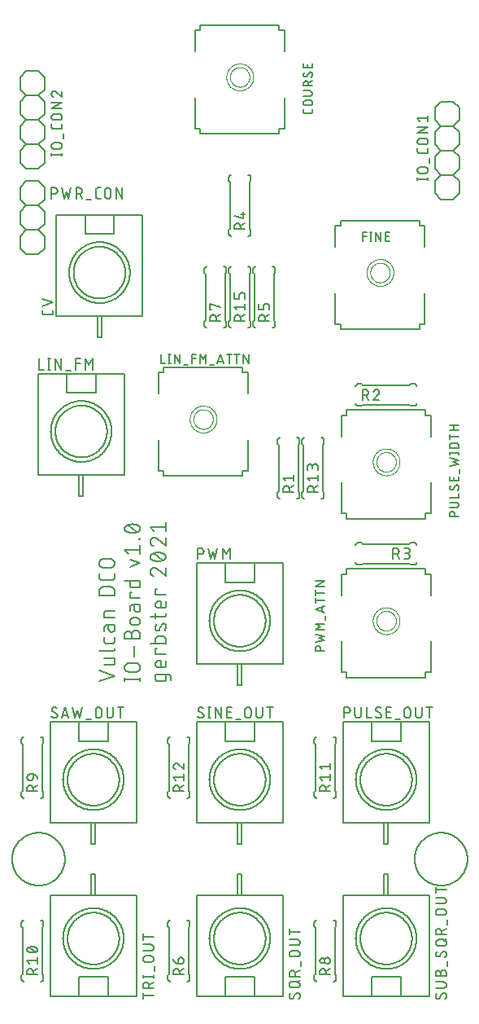
<source format=gbr>
G04 EAGLE Gerber RS-274X export*
G75*
%MOMM*%
%FSLAX34Y34*%
%LPD*%
%INSilkscreen Top*%
%IPPOS*%
%AMOC8*
5,1,8,0,0,1.08239X$1,22.5*%
G01*
%ADD10C,0.152400*%
%ADD11C,0.050800*%
%ADD12C,0.203200*%
%ADD13C,0.127000*%


D10*
X4318Y152400D02*
X4326Y153073D01*
X4351Y153746D01*
X4392Y154418D01*
X4450Y155089D01*
X4524Y155758D01*
X4615Y156425D01*
X4722Y157090D01*
X4845Y157752D01*
X4985Y158410D01*
X5140Y159065D01*
X5312Y159716D01*
X5499Y160363D01*
X5703Y161005D01*
X5922Y161642D01*
X6156Y162273D01*
X6406Y162898D01*
X6671Y163517D01*
X6952Y164129D01*
X7247Y164734D01*
X7557Y165331D01*
X7882Y165921D01*
X8221Y166503D01*
X8574Y167076D01*
X8941Y167640D01*
X9322Y168196D01*
X9716Y168741D01*
X10124Y169277D01*
X10545Y169803D01*
X10978Y170318D01*
X11424Y170822D01*
X11882Y171315D01*
X12353Y171797D01*
X12835Y172268D01*
X13328Y172726D01*
X13832Y173172D01*
X14347Y173605D01*
X14873Y174026D01*
X15409Y174434D01*
X15954Y174828D01*
X16510Y175209D01*
X17074Y175576D01*
X17647Y175929D01*
X18229Y176268D01*
X18819Y176593D01*
X19416Y176903D01*
X20021Y177198D01*
X20633Y177479D01*
X21252Y177744D01*
X21877Y177994D01*
X22508Y178228D01*
X23145Y178447D01*
X23787Y178651D01*
X24434Y178838D01*
X25085Y179010D01*
X25740Y179165D01*
X26398Y179305D01*
X27060Y179428D01*
X27725Y179535D01*
X28392Y179626D01*
X29061Y179700D01*
X29732Y179758D01*
X30404Y179799D01*
X31077Y179824D01*
X31750Y179832D01*
X32423Y179824D01*
X33096Y179799D01*
X33768Y179758D01*
X34439Y179700D01*
X35108Y179626D01*
X35775Y179535D01*
X36440Y179428D01*
X37102Y179305D01*
X37760Y179165D01*
X38415Y179010D01*
X39066Y178838D01*
X39713Y178651D01*
X40355Y178447D01*
X40992Y178228D01*
X41623Y177994D01*
X42248Y177744D01*
X42867Y177479D01*
X43479Y177198D01*
X44084Y176903D01*
X44681Y176593D01*
X45271Y176268D01*
X45853Y175929D01*
X46426Y175576D01*
X46990Y175209D01*
X47546Y174828D01*
X48091Y174434D01*
X48627Y174026D01*
X49153Y173605D01*
X49668Y173172D01*
X50172Y172726D01*
X50665Y172268D01*
X51147Y171797D01*
X51618Y171315D01*
X52076Y170822D01*
X52522Y170318D01*
X52955Y169803D01*
X53376Y169277D01*
X53784Y168741D01*
X54178Y168196D01*
X54559Y167640D01*
X54926Y167076D01*
X55279Y166503D01*
X55618Y165921D01*
X55943Y165331D01*
X56253Y164734D01*
X56548Y164129D01*
X56829Y163517D01*
X57094Y162898D01*
X57344Y162273D01*
X57578Y161642D01*
X57797Y161005D01*
X58001Y160363D01*
X58188Y159716D01*
X58360Y159065D01*
X58515Y158410D01*
X58655Y157752D01*
X58778Y157090D01*
X58885Y156425D01*
X58976Y155758D01*
X59050Y155089D01*
X59108Y154418D01*
X59149Y153746D01*
X59174Y153073D01*
X59182Y152400D01*
X59174Y151727D01*
X59149Y151054D01*
X59108Y150382D01*
X59050Y149711D01*
X58976Y149042D01*
X58885Y148375D01*
X58778Y147710D01*
X58655Y147048D01*
X58515Y146390D01*
X58360Y145735D01*
X58188Y145084D01*
X58001Y144437D01*
X57797Y143795D01*
X57578Y143158D01*
X57344Y142527D01*
X57094Y141902D01*
X56829Y141283D01*
X56548Y140671D01*
X56253Y140066D01*
X55943Y139469D01*
X55618Y138879D01*
X55279Y138297D01*
X54926Y137724D01*
X54559Y137160D01*
X54178Y136604D01*
X53784Y136059D01*
X53376Y135523D01*
X52955Y134997D01*
X52522Y134482D01*
X52076Y133978D01*
X51618Y133485D01*
X51147Y133003D01*
X50665Y132532D01*
X50172Y132074D01*
X49668Y131628D01*
X49153Y131195D01*
X48627Y130774D01*
X48091Y130366D01*
X47546Y129972D01*
X46990Y129591D01*
X46426Y129224D01*
X45853Y128871D01*
X45271Y128532D01*
X44681Y128207D01*
X44084Y127897D01*
X43479Y127602D01*
X42867Y127321D01*
X42248Y127056D01*
X41623Y126806D01*
X40992Y126572D01*
X40355Y126353D01*
X39713Y126149D01*
X39066Y125962D01*
X38415Y125790D01*
X37760Y125635D01*
X37102Y125495D01*
X36440Y125372D01*
X35775Y125265D01*
X35108Y125174D01*
X34439Y125100D01*
X33768Y125042D01*
X33096Y125001D01*
X32423Y124976D01*
X31750Y124968D01*
X31077Y124976D01*
X30404Y125001D01*
X29732Y125042D01*
X29061Y125100D01*
X28392Y125174D01*
X27725Y125265D01*
X27060Y125372D01*
X26398Y125495D01*
X25740Y125635D01*
X25085Y125790D01*
X24434Y125962D01*
X23787Y126149D01*
X23145Y126353D01*
X22508Y126572D01*
X21877Y126806D01*
X21252Y127056D01*
X20633Y127321D01*
X20021Y127602D01*
X19416Y127897D01*
X18819Y128207D01*
X18229Y128532D01*
X17647Y128871D01*
X17074Y129224D01*
X16510Y129591D01*
X15954Y129972D01*
X15409Y130366D01*
X14873Y130774D01*
X14347Y131195D01*
X13832Y131628D01*
X13328Y132074D01*
X12835Y132532D01*
X12353Y133003D01*
X11882Y133485D01*
X11424Y133978D01*
X10978Y134482D01*
X10545Y134997D01*
X10124Y135523D01*
X9716Y136059D01*
X9322Y136604D01*
X8941Y137160D01*
X8574Y137724D01*
X8221Y138297D01*
X7882Y138879D01*
X7557Y139469D01*
X7247Y140066D01*
X6952Y140671D01*
X6671Y141283D01*
X6406Y141902D01*
X6156Y142527D01*
X5922Y143158D01*
X5703Y143795D01*
X5499Y144437D01*
X5312Y145084D01*
X5140Y145735D01*
X4985Y146390D01*
X4845Y147048D01*
X4722Y147710D01*
X4615Y148375D01*
X4524Y149042D01*
X4450Y149711D01*
X4392Y150382D01*
X4351Y151054D01*
X4326Y151727D01*
X4318Y152400D01*
X423418Y152400D02*
X423426Y153073D01*
X423451Y153746D01*
X423492Y154418D01*
X423550Y155089D01*
X423624Y155758D01*
X423715Y156425D01*
X423822Y157090D01*
X423945Y157752D01*
X424085Y158410D01*
X424240Y159065D01*
X424412Y159716D01*
X424599Y160363D01*
X424803Y161005D01*
X425022Y161642D01*
X425256Y162273D01*
X425506Y162898D01*
X425771Y163517D01*
X426052Y164129D01*
X426347Y164734D01*
X426657Y165331D01*
X426982Y165921D01*
X427321Y166503D01*
X427674Y167076D01*
X428041Y167640D01*
X428422Y168196D01*
X428816Y168741D01*
X429224Y169277D01*
X429645Y169803D01*
X430078Y170318D01*
X430524Y170822D01*
X430982Y171315D01*
X431453Y171797D01*
X431935Y172268D01*
X432428Y172726D01*
X432932Y173172D01*
X433447Y173605D01*
X433973Y174026D01*
X434509Y174434D01*
X435054Y174828D01*
X435610Y175209D01*
X436174Y175576D01*
X436747Y175929D01*
X437329Y176268D01*
X437919Y176593D01*
X438516Y176903D01*
X439121Y177198D01*
X439733Y177479D01*
X440352Y177744D01*
X440977Y177994D01*
X441608Y178228D01*
X442245Y178447D01*
X442887Y178651D01*
X443534Y178838D01*
X444185Y179010D01*
X444840Y179165D01*
X445498Y179305D01*
X446160Y179428D01*
X446825Y179535D01*
X447492Y179626D01*
X448161Y179700D01*
X448832Y179758D01*
X449504Y179799D01*
X450177Y179824D01*
X450850Y179832D01*
X451523Y179824D01*
X452196Y179799D01*
X452868Y179758D01*
X453539Y179700D01*
X454208Y179626D01*
X454875Y179535D01*
X455540Y179428D01*
X456202Y179305D01*
X456860Y179165D01*
X457515Y179010D01*
X458166Y178838D01*
X458813Y178651D01*
X459455Y178447D01*
X460092Y178228D01*
X460723Y177994D01*
X461348Y177744D01*
X461967Y177479D01*
X462579Y177198D01*
X463184Y176903D01*
X463781Y176593D01*
X464371Y176268D01*
X464953Y175929D01*
X465526Y175576D01*
X466090Y175209D01*
X466646Y174828D01*
X467191Y174434D01*
X467727Y174026D01*
X468253Y173605D01*
X468768Y173172D01*
X469272Y172726D01*
X469765Y172268D01*
X470247Y171797D01*
X470718Y171315D01*
X471176Y170822D01*
X471622Y170318D01*
X472055Y169803D01*
X472476Y169277D01*
X472884Y168741D01*
X473278Y168196D01*
X473659Y167640D01*
X474026Y167076D01*
X474379Y166503D01*
X474718Y165921D01*
X475043Y165331D01*
X475353Y164734D01*
X475648Y164129D01*
X475929Y163517D01*
X476194Y162898D01*
X476444Y162273D01*
X476678Y161642D01*
X476897Y161005D01*
X477101Y160363D01*
X477288Y159716D01*
X477460Y159065D01*
X477615Y158410D01*
X477755Y157752D01*
X477878Y157090D01*
X477985Y156425D01*
X478076Y155758D01*
X478150Y155089D01*
X478208Y154418D01*
X478249Y153746D01*
X478274Y153073D01*
X478282Y152400D01*
X478274Y151727D01*
X478249Y151054D01*
X478208Y150382D01*
X478150Y149711D01*
X478076Y149042D01*
X477985Y148375D01*
X477878Y147710D01*
X477755Y147048D01*
X477615Y146390D01*
X477460Y145735D01*
X477288Y145084D01*
X477101Y144437D01*
X476897Y143795D01*
X476678Y143158D01*
X476444Y142527D01*
X476194Y141902D01*
X475929Y141283D01*
X475648Y140671D01*
X475353Y140066D01*
X475043Y139469D01*
X474718Y138879D01*
X474379Y138297D01*
X474026Y137724D01*
X473659Y137160D01*
X473278Y136604D01*
X472884Y136059D01*
X472476Y135523D01*
X472055Y134997D01*
X471622Y134482D01*
X471176Y133978D01*
X470718Y133485D01*
X470247Y133003D01*
X469765Y132532D01*
X469272Y132074D01*
X468768Y131628D01*
X468253Y131195D01*
X467727Y130774D01*
X467191Y130366D01*
X466646Y129972D01*
X466090Y129591D01*
X465526Y129224D01*
X464953Y128871D01*
X464371Y128532D01*
X463781Y128207D01*
X463184Y127897D01*
X462579Y127602D01*
X461967Y127321D01*
X461348Y127056D01*
X460723Y126806D01*
X460092Y126572D01*
X459455Y126353D01*
X458813Y126149D01*
X458166Y125962D01*
X457515Y125790D01*
X456860Y125635D01*
X456202Y125495D01*
X455540Y125372D01*
X454875Y125265D01*
X454208Y125174D01*
X453539Y125100D01*
X452868Y125042D01*
X452196Y125001D01*
X451523Y124976D01*
X450850Y124968D01*
X450177Y124976D01*
X449504Y125001D01*
X448832Y125042D01*
X448161Y125100D01*
X447492Y125174D01*
X446825Y125265D01*
X446160Y125372D01*
X445498Y125495D01*
X444840Y125635D01*
X444185Y125790D01*
X443534Y125962D01*
X442887Y126149D01*
X442245Y126353D01*
X441608Y126572D01*
X440977Y126806D01*
X440352Y127056D01*
X439733Y127321D01*
X439121Y127602D01*
X438516Y127897D01*
X437919Y128207D01*
X437329Y128532D01*
X436747Y128871D01*
X436174Y129224D01*
X435610Y129591D01*
X435054Y129972D01*
X434509Y130366D01*
X433973Y130774D01*
X433447Y131195D01*
X432932Y131628D01*
X432428Y132074D01*
X431935Y132532D01*
X431453Y133003D01*
X430982Y133485D01*
X430524Y133978D01*
X430078Y134482D01*
X429645Y134997D01*
X429224Y135523D01*
X428816Y136059D01*
X428422Y136604D01*
X428041Y137160D01*
X427674Y137724D01*
X427321Y138297D01*
X426982Y138879D01*
X426657Y139469D01*
X426347Y140066D01*
X426052Y140671D01*
X425771Y141283D01*
X425506Y141902D01*
X425256Y142527D01*
X425022Y143158D01*
X424803Y143795D01*
X424599Y144437D01*
X424412Y145084D01*
X424240Y145735D01*
X424085Y146390D01*
X423945Y147048D01*
X423822Y147710D01*
X423715Y148375D01*
X423624Y149042D01*
X423550Y149711D01*
X423492Y150382D01*
X423451Y151054D01*
X423426Y151727D01*
X423418Y152400D01*
X110998Y342731D02*
X94742Y337312D01*
X94742Y348149D02*
X110998Y342731D01*
X108289Y354228D02*
X100161Y354228D01*
X108289Y354229D02*
X108390Y354231D01*
X108491Y354237D01*
X108592Y354246D01*
X108693Y354259D01*
X108793Y354276D01*
X108892Y354297D01*
X108990Y354321D01*
X109087Y354349D01*
X109184Y354381D01*
X109279Y354416D01*
X109372Y354455D01*
X109464Y354497D01*
X109555Y354543D01*
X109643Y354592D01*
X109730Y354644D01*
X109815Y354700D01*
X109898Y354758D01*
X109978Y354820D01*
X110056Y354885D01*
X110132Y354952D01*
X110205Y355022D01*
X110275Y355095D01*
X110342Y355171D01*
X110407Y355249D01*
X110469Y355329D01*
X110527Y355412D01*
X110583Y355497D01*
X110635Y355584D01*
X110684Y355672D01*
X110730Y355763D01*
X110772Y355855D01*
X110811Y355948D01*
X110846Y356043D01*
X110878Y356140D01*
X110906Y356237D01*
X110930Y356335D01*
X110951Y356434D01*
X110968Y356534D01*
X110981Y356635D01*
X110990Y356736D01*
X110996Y356837D01*
X110998Y356938D01*
X110998Y361453D01*
X100161Y361453D01*
X94742Y368533D02*
X108289Y368533D01*
X108289Y368534D02*
X108390Y368536D01*
X108491Y368542D01*
X108592Y368551D01*
X108693Y368564D01*
X108793Y368581D01*
X108892Y368602D01*
X108990Y368626D01*
X109087Y368654D01*
X109184Y368686D01*
X109279Y368721D01*
X109372Y368760D01*
X109464Y368802D01*
X109555Y368848D01*
X109643Y368897D01*
X109730Y368949D01*
X109815Y369005D01*
X109898Y369063D01*
X109978Y369125D01*
X110056Y369190D01*
X110132Y369257D01*
X110205Y369327D01*
X110275Y369400D01*
X110342Y369476D01*
X110407Y369554D01*
X110469Y369634D01*
X110527Y369717D01*
X110583Y369802D01*
X110635Y369889D01*
X110684Y369977D01*
X110730Y370068D01*
X110772Y370160D01*
X110811Y370253D01*
X110846Y370348D01*
X110878Y370445D01*
X110906Y370542D01*
X110930Y370640D01*
X110951Y370739D01*
X110968Y370839D01*
X110981Y370940D01*
X110990Y371041D01*
X110996Y371142D01*
X110998Y371243D01*
X110998Y379360D02*
X110998Y382973D01*
X110998Y379360D02*
X110996Y379259D01*
X110990Y379158D01*
X110981Y379057D01*
X110968Y378956D01*
X110951Y378856D01*
X110930Y378757D01*
X110906Y378659D01*
X110878Y378562D01*
X110846Y378465D01*
X110811Y378370D01*
X110772Y378277D01*
X110730Y378185D01*
X110684Y378094D01*
X110635Y378006D01*
X110583Y377919D01*
X110527Y377834D01*
X110469Y377751D01*
X110407Y377671D01*
X110342Y377593D01*
X110275Y377517D01*
X110205Y377444D01*
X110132Y377374D01*
X110056Y377307D01*
X109978Y377242D01*
X109898Y377180D01*
X109815Y377122D01*
X109730Y377066D01*
X109643Y377014D01*
X109555Y376965D01*
X109464Y376919D01*
X109372Y376877D01*
X109279Y376838D01*
X109184Y376803D01*
X109087Y376771D01*
X108990Y376743D01*
X108892Y376719D01*
X108793Y376698D01*
X108693Y376681D01*
X108592Y376668D01*
X108491Y376659D01*
X108390Y376653D01*
X108289Y376651D01*
X102870Y376651D01*
X102769Y376653D01*
X102668Y376659D01*
X102567Y376668D01*
X102466Y376681D01*
X102366Y376698D01*
X102267Y376719D01*
X102169Y376743D01*
X102072Y376771D01*
X101975Y376803D01*
X101880Y376838D01*
X101787Y376877D01*
X101695Y376919D01*
X101604Y376965D01*
X101516Y377014D01*
X101429Y377066D01*
X101344Y377122D01*
X101261Y377180D01*
X101181Y377242D01*
X101103Y377307D01*
X101027Y377374D01*
X100954Y377444D01*
X100884Y377517D01*
X100817Y377593D01*
X100752Y377671D01*
X100690Y377751D01*
X100632Y377834D01*
X100576Y377919D01*
X100524Y378006D01*
X100475Y378094D01*
X100429Y378185D01*
X100387Y378277D01*
X100348Y378370D01*
X100313Y378465D01*
X100281Y378562D01*
X100253Y378659D01*
X100229Y378757D01*
X100208Y378856D01*
X100191Y378956D01*
X100178Y379057D01*
X100169Y379158D01*
X100163Y379259D01*
X100161Y379360D01*
X100161Y382973D01*
X104676Y391705D02*
X104676Y395769D01*
X104676Y391705D02*
X104678Y391593D01*
X104684Y391482D01*
X104694Y391371D01*
X104707Y391260D01*
X104725Y391150D01*
X104747Y391041D01*
X104772Y390932D01*
X104801Y390824D01*
X104834Y390718D01*
X104871Y390612D01*
X104911Y390508D01*
X104955Y390406D01*
X105003Y390305D01*
X105054Y390206D01*
X105109Y390108D01*
X105167Y390013D01*
X105228Y389920D01*
X105293Y389829D01*
X105361Y389740D01*
X105432Y389654D01*
X105505Y389571D01*
X105582Y389490D01*
X105662Y389411D01*
X105744Y389336D01*
X105829Y389264D01*
X105916Y389194D01*
X106006Y389128D01*
X106098Y389065D01*
X106193Y389005D01*
X106289Y388949D01*
X106387Y388896D01*
X106487Y388847D01*
X106589Y388801D01*
X106692Y388759D01*
X106797Y388720D01*
X106903Y388685D01*
X107010Y388654D01*
X107118Y388627D01*
X107227Y388603D01*
X107337Y388584D01*
X107447Y388568D01*
X107558Y388556D01*
X107670Y388548D01*
X107781Y388544D01*
X107893Y388544D01*
X108004Y388548D01*
X108116Y388556D01*
X108227Y388568D01*
X108337Y388584D01*
X108447Y388603D01*
X108556Y388627D01*
X108664Y388654D01*
X108771Y388685D01*
X108877Y388720D01*
X108982Y388759D01*
X109085Y388801D01*
X109187Y388847D01*
X109287Y388896D01*
X109385Y388949D01*
X109481Y389005D01*
X109576Y389065D01*
X109668Y389128D01*
X109758Y389194D01*
X109845Y389264D01*
X109930Y389336D01*
X110012Y389411D01*
X110092Y389490D01*
X110169Y389571D01*
X110242Y389654D01*
X110313Y389740D01*
X110381Y389829D01*
X110446Y389920D01*
X110507Y390013D01*
X110565Y390108D01*
X110620Y390206D01*
X110671Y390305D01*
X110719Y390406D01*
X110763Y390508D01*
X110803Y390612D01*
X110840Y390718D01*
X110873Y390824D01*
X110902Y390932D01*
X110927Y391041D01*
X110949Y391150D01*
X110967Y391260D01*
X110980Y391371D01*
X110990Y391482D01*
X110996Y391593D01*
X110998Y391705D01*
X110998Y395769D01*
X102870Y395769D01*
X102870Y395768D02*
X102769Y395766D01*
X102668Y395760D01*
X102567Y395751D01*
X102466Y395738D01*
X102366Y395721D01*
X102267Y395700D01*
X102169Y395676D01*
X102072Y395648D01*
X101975Y395616D01*
X101880Y395581D01*
X101787Y395542D01*
X101695Y395500D01*
X101604Y395454D01*
X101516Y395405D01*
X101429Y395353D01*
X101344Y395297D01*
X101261Y395239D01*
X101181Y395177D01*
X101103Y395112D01*
X101027Y395045D01*
X100954Y394975D01*
X100884Y394902D01*
X100817Y394826D01*
X100752Y394748D01*
X100690Y394668D01*
X100632Y394585D01*
X100576Y394500D01*
X100524Y394414D01*
X100475Y394325D01*
X100429Y394234D01*
X100387Y394142D01*
X100348Y394049D01*
X100313Y393954D01*
X100281Y393857D01*
X100253Y393760D01*
X100229Y393662D01*
X100208Y393563D01*
X100191Y393463D01*
X100178Y393362D01*
X100169Y393261D01*
X100163Y393160D01*
X100161Y393059D01*
X100161Y389447D01*
X100161Y403206D02*
X110998Y403206D01*
X100161Y403206D02*
X100161Y407722D01*
X100163Y407826D01*
X100169Y407929D01*
X100179Y408033D01*
X100193Y408136D01*
X100211Y408238D01*
X100232Y408339D01*
X100258Y408440D01*
X100287Y408539D01*
X100320Y408638D01*
X100357Y408735D01*
X100398Y408830D01*
X100442Y408924D01*
X100490Y409016D01*
X100541Y409106D01*
X100596Y409195D01*
X100654Y409281D01*
X100716Y409364D01*
X100780Y409446D01*
X100848Y409524D01*
X100918Y409600D01*
X100991Y409674D01*
X101068Y409744D01*
X101146Y409812D01*
X101228Y409876D01*
X101311Y409938D01*
X101397Y409996D01*
X101486Y410051D01*
X101576Y410102D01*
X101668Y410150D01*
X101762Y410194D01*
X101857Y410235D01*
X101954Y410272D01*
X102053Y410305D01*
X102152Y410334D01*
X102253Y410360D01*
X102354Y410381D01*
X102456Y410399D01*
X102559Y410413D01*
X102663Y410423D01*
X102766Y410429D01*
X102870Y410431D01*
X110998Y410431D01*
X110998Y426271D02*
X94742Y426271D01*
X94742Y430787D01*
X94744Y430918D01*
X94750Y431050D01*
X94759Y431181D01*
X94773Y431311D01*
X94790Y431442D01*
X94811Y431571D01*
X94835Y431700D01*
X94864Y431828D01*
X94896Y431956D01*
X94932Y432082D01*
X94971Y432207D01*
X95014Y432332D01*
X95061Y432454D01*
X95111Y432576D01*
X95165Y432696D01*
X95222Y432814D01*
X95283Y432930D01*
X95347Y433045D01*
X95414Y433158D01*
X95485Y433269D01*
X95559Y433377D01*
X95636Y433484D01*
X95716Y433588D01*
X95799Y433690D01*
X95884Y433789D01*
X95973Y433886D01*
X96065Y433980D01*
X96159Y434072D01*
X96256Y434161D01*
X96355Y434246D01*
X96457Y434329D01*
X96561Y434409D01*
X96668Y434486D01*
X96776Y434560D01*
X96887Y434631D01*
X97000Y434698D01*
X97115Y434762D01*
X97231Y434823D01*
X97349Y434880D01*
X97469Y434934D01*
X97591Y434984D01*
X97713Y435031D01*
X97838Y435074D01*
X97963Y435113D01*
X98089Y435149D01*
X98217Y435181D01*
X98345Y435210D01*
X98474Y435234D01*
X98603Y435255D01*
X98734Y435272D01*
X98864Y435286D01*
X98995Y435295D01*
X99127Y435301D01*
X99258Y435303D01*
X99258Y435302D02*
X106482Y435302D01*
X106482Y435303D02*
X106613Y435301D01*
X106745Y435295D01*
X106876Y435286D01*
X107006Y435272D01*
X107137Y435255D01*
X107266Y435234D01*
X107395Y435210D01*
X107523Y435181D01*
X107651Y435149D01*
X107777Y435113D01*
X107902Y435074D01*
X108027Y435031D01*
X108149Y434984D01*
X108271Y434934D01*
X108391Y434880D01*
X108509Y434823D01*
X108625Y434762D01*
X108740Y434698D01*
X108853Y434631D01*
X108964Y434560D01*
X109072Y434486D01*
X109179Y434409D01*
X109283Y434329D01*
X109385Y434246D01*
X109484Y434161D01*
X109581Y434072D01*
X109675Y433980D01*
X109767Y433886D01*
X109856Y433789D01*
X109941Y433690D01*
X110024Y433588D01*
X110104Y433484D01*
X110181Y433377D01*
X110255Y433269D01*
X110326Y433158D01*
X110393Y433045D01*
X110457Y432930D01*
X110518Y432814D01*
X110575Y432696D01*
X110629Y432576D01*
X110679Y432454D01*
X110726Y432332D01*
X110769Y432207D01*
X110808Y432082D01*
X110844Y431956D01*
X110876Y431828D01*
X110905Y431700D01*
X110929Y431571D01*
X110950Y431441D01*
X110967Y431311D01*
X110981Y431181D01*
X110990Y431050D01*
X110996Y430918D01*
X110998Y430787D01*
X110998Y426271D01*
X110998Y445996D02*
X110998Y449609D01*
X110998Y445996D02*
X110996Y445878D01*
X110990Y445760D01*
X110981Y445642D01*
X110967Y445525D01*
X110950Y445408D01*
X110929Y445291D01*
X110904Y445176D01*
X110875Y445061D01*
X110842Y444947D01*
X110806Y444835D01*
X110766Y444724D01*
X110723Y444614D01*
X110676Y444505D01*
X110626Y444398D01*
X110571Y444293D01*
X110514Y444190D01*
X110453Y444089D01*
X110389Y443989D01*
X110322Y443892D01*
X110252Y443797D01*
X110178Y443705D01*
X110102Y443614D01*
X110022Y443527D01*
X109940Y443442D01*
X109855Y443360D01*
X109768Y443280D01*
X109677Y443204D01*
X109585Y443130D01*
X109490Y443060D01*
X109393Y442993D01*
X109293Y442929D01*
X109192Y442868D01*
X109089Y442811D01*
X108984Y442756D01*
X108877Y442706D01*
X108768Y442659D01*
X108658Y442616D01*
X108547Y442576D01*
X108435Y442540D01*
X108321Y442507D01*
X108206Y442478D01*
X108091Y442453D01*
X107974Y442432D01*
X107857Y442415D01*
X107740Y442401D01*
X107622Y442392D01*
X107504Y442386D01*
X107386Y442384D01*
X98354Y442384D01*
X98354Y442383D02*
X98236Y442385D01*
X98118Y442391D01*
X98000Y442400D01*
X97882Y442414D01*
X97765Y442431D01*
X97649Y442452D01*
X97534Y442477D01*
X97419Y442506D01*
X97305Y442539D01*
X97193Y442575D01*
X97081Y442615D01*
X96971Y442658D01*
X96863Y442705D01*
X96756Y442756D01*
X96651Y442810D01*
X96548Y442867D01*
X96446Y442928D01*
X96347Y442992D01*
X96250Y443059D01*
X96155Y443130D01*
X96062Y443203D01*
X95972Y443280D01*
X95884Y443359D01*
X95799Y443441D01*
X95717Y443526D01*
X95638Y443614D01*
X95561Y443704D01*
X95488Y443797D01*
X95417Y443891D01*
X95350Y443989D01*
X95286Y444088D01*
X95225Y444189D01*
X95168Y444293D01*
X95114Y444398D01*
X95063Y444505D01*
X95016Y444613D01*
X94973Y444723D01*
X94933Y444835D01*
X94897Y444947D01*
X94864Y445061D01*
X94835Y445176D01*
X94810Y445291D01*
X94789Y445407D01*
X94772Y445524D01*
X94758Y445642D01*
X94749Y445760D01*
X94743Y445878D01*
X94741Y445996D01*
X94742Y445996D02*
X94742Y449609D01*
X99258Y455449D02*
X106482Y455449D01*
X99258Y455449D02*
X99125Y455451D01*
X98993Y455457D01*
X98861Y455467D01*
X98729Y455480D01*
X98597Y455498D01*
X98467Y455519D01*
X98336Y455544D01*
X98207Y455573D01*
X98079Y455606D01*
X97951Y455642D01*
X97825Y455682D01*
X97700Y455726D01*
X97576Y455774D01*
X97454Y455825D01*
X97333Y455880D01*
X97214Y455938D01*
X97096Y456000D01*
X96981Y456065D01*
X96867Y456134D01*
X96756Y456205D01*
X96647Y456281D01*
X96540Y456359D01*
X96435Y456440D01*
X96333Y456525D01*
X96233Y456612D01*
X96136Y456702D01*
X96041Y456795D01*
X95950Y456891D01*
X95861Y456989D01*
X95775Y457090D01*
X95692Y457194D01*
X95612Y457300D01*
X95536Y457408D01*
X95462Y457518D01*
X95392Y457631D01*
X95325Y457745D01*
X95262Y457862D01*
X95202Y457980D01*
X95145Y458100D01*
X95092Y458222D01*
X95043Y458345D01*
X94997Y458469D01*
X94955Y458595D01*
X94917Y458722D01*
X94882Y458850D01*
X94851Y458979D01*
X94824Y459108D01*
X94801Y459239D01*
X94781Y459370D01*
X94766Y459502D01*
X94754Y459634D01*
X94746Y459766D01*
X94742Y459899D01*
X94742Y460031D01*
X94746Y460164D01*
X94754Y460296D01*
X94766Y460428D01*
X94781Y460560D01*
X94801Y460691D01*
X94824Y460822D01*
X94851Y460951D01*
X94882Y461080D01*
X94917Y461208D01*
X94955Y461335D01*
X94997Y461461D01*
X95043Y461585D01*
X95092Y461708D01*
X95145Y461830D01*
X95202Y461950D01*
X95262Y462068D01*
X95325Y462185D01*
X95392Y462299D01*
X95462Y462412D01*
X95536Y462522D01*
X95612Y462630D01*
X95692Y462736D01*
X95775Y462840D01*
X95861Y462941D01*
X95950Y463039D01*
X96041Y463135D01*
X96136Y463228D01*
X96233Y463318D01*
X96333Y463405D01*
X96435Y463490D01*
X96540Y463571D01*
X96647Y463649D01*
X96756Y463725D01*
X96867Y463796D01*
X96981Y463865D01*
X97096Y463930D01*
X97214Y463992D01*
X97333Y464050D01*
X97454Y464105D01*
X97576Y464156D01*
X97700Y464204D01*
X97825Y464248D01*
X97951Y464288D01*
X98079Y464324D01*
X98207Y464357D01*
X98336Y464386D01*
X98467Y464411D01*
X98597Y464432D01*
X98729Y464450D01*
X98861Y464463D01*
X98993Y464473D01*
X99125Y464479D01*
X99258Y464481D01*
X99258Y464480D02*
X106482Y464480D01*
X106482Y464481D02*
X106615Y464479D01*
X106747Y464473D01*
X106879Y464463D01*
X107011Y464450D01*
X107143Y464432D01*
X107273Y464411D01*
X107404Y464386D01*
X107533Y464357D01*
X107661Y464324D01*
X107789Y464288D01*
X107915Y464248D01*
X108040Y464204D01*
X108164Y464156D01*
X108286Y464105D01*
X108407Y464050D01*
X108526Y463992D01*
X108644Y463930D01*
X108759Y463865D01*
X108873Y463796D01*
X108984Y463725D01*
X109093Y463649D01*
X109200Y463571D01*
X109305Y463490D01*
X109407Y463405D01*
X109507Y463318D01*
X109604Y463228D01*
X109699Y463135D01*
X109790Y463039D01*
X109879Y462941D01*
X109965Y462840D01*
X110048Y462736D01*
X110128Y462630D01*
X110204Y462522D01*
X110278Y462412D01*
X110348Y462299D01*
X110415Y462185D01*
X110478Y462068D01*
X110538Y461950D01*
X110595Y461830D01*
X110648Y461708D01*
X110697Y461585D01*
X110743Y461461D01*
X110785Y461335D01*
X110823Y461208D01*
X110858Y461080D01*
X110889Y460951D01*
X110916Y460822D01*
X110939Y460691D01*
X110959Y460560D01*
X110974Y460428D01*
X110986Y460296D01*
X110994Y460164D01*
X110998Y460031D01*
X110998Y459899D01*
X110994Y459766D01*
X110986Y459634D01*
X110974Y459502D01*
X110959Y459370D01*
X110939Y459239D01*
X110916Y459108D01*
X110889Y458979D01*
X110858Y458850D01*
X110823Y458722D01*
X110785Y458595D01*
X110743Y458469D01*
X110697Y458345D01*
X110648Y458222D01*
X110595Y458100D01*
X110538Y457980D01*
X110478Y457862D01*
X110415Y457745D01*
X110348Y457631D01*
X110278Y457518D01*
X110204Y457408D01*
X110128Y457300D01*
X110048Y457194D01*
X109965Y457090D01*
X109879Y456989D01*
X109790Y456891D01*
X109699Y456795D01*
X109604Y456702D01*
X109507Y456612D01*
X109407Y456525D01*
X109305Y456440D01*
X109200Y456359D01*
X109093Y456281D01*
X108984Y456205D01*
X108873Y456134D01*
X108759Y456065D01*
X108644Y456000D01*
X108526Y455938D01*
X108407Y455880D01*
X108286Y455825D01*
X108164Y455774D01*
X108040Y455726D01*
X107915Y455682D01*
X107789Y455642D01*
X107661Y455606D01*
X107533Y455573D01*
X107404Y455544D01*
X107273Y455519D01*
X107143Y455498D01*
X107011Y455480D01*
X106879Y455467D01*
X106747Y455457D01*
X106615Y455451D01*
X106482Y455449D01*
X121412Y339118D02*
X137668Y339118D01*
X137668Y337312D02*
X137668Y340924D01*
X121412Y340924D02*
X121412Y337312D01*
X125928Y347108D02*
X133152Y347108D01*
X125928Y347107D02*
X125795Y347109D01*
X125663Y347115D01*
X125531Y347125D01*
X125399Y347138D01*
X125267Y347156D01*
X125137Y347177D01*
X125006Y347202D01*
X124877Y347231D01*
X124749Y347264D01*
X124621Y347300D01*
X124495Y347340D01*
X124370Y347384D01*
X124246Y347432D01*
X124124Y347483D01*
X124003Y347538D01*
X123884Y347596D01*
X123766Y347658D01*
X123651Y347723D01*
X123537Y347792D01*
X123426Y347863D01*
X123317Y347939D01*
X123210Y348017D01*
X123105Y348098D01*
X123003Y348183D01*
X122903Y348270D01*
X122806Y348360D01*
X122711Y348453D01*
X122620Y348549D01*
X122531Y348647D01*
X122445Y348748D01*
X122362Y348852D01*
X122282Y348958D01*
X122206Y349066D01*
X122132Y349176D01*
X122062Y349289D01*
X121995Y349403D01*
X121932Y349520D01*
X121872Y349638D01*
X121815Y349758D01*
X121762Y349880D01*
X121713Y350003D01*
X121667Y350127D01*
X121625Y350253D01*
X121587Y350380D01*
X121552Y350508D01*
X121521Y350637D01*
X121494Y350766D01*
X121471Y350897D01*
X121451Y351028D01*
X121436Y351160D01*
X121424Y351292D01*
X121416Y351424D01*
X121412Y351557D01*
X121412Y351689D01*
X121416Y351822D01*
X121424Y351954D01*
X121436Y352086D01*
X121451Y352218D01*
X121471Y352349D01*
X121494Y352480D01*
X121521Y352609D01*
X121552Y352738D01*
X121587Y352866D01*
X121625Y352993D01*
X121667Y353119D01*
X121713Y353243D01*
X121762Y353366D01*
X121815Y353488D01*
X121872Y353608D01*
X121932Y353726D01*
X121995Y353843D01*
X122062Y353957D01*
X122132Y354070D01*
X122206Y354180D01*
X122282Y354288D01*
X122362Y354394D01*
X122445Y354498D01*
X122531Y354599D01*
X122620Y354697D01*
X122711Y354793D01*
X122806Y354886D01*
X122903Y354976D01*
X123003Y355063D01*
X123105Y355148D01*
X123210Y355229D01*
X123317Y355307D01*
X123426Y355383D01*
X123537Y355454D01*
X123651Y355523D01*
X123766Y355588D01*
X123884Y355650D01*
X124003Y355708D01*
X124124Y355763D01*
X124246Y355814D01*
X124370Y355862D01*
X124495Y355906D01*
X124621Y355946D01*
X124749Y355982D01*
X124877Y356015D01*
X125006Y356044D01*
X125137Y356069D01*
X125267Y356090D01*
X125399Y356108D01*
X125531Y356121D01*
X125663Y356131D01*
X125795Y356137D01*
X125928Y356139D01*
X133152Y356139D01*
X133285Y356137D01*
X133417Y356131D01*
X133549Y356121D01*
X133681Y356108D01*
X133813Y356090D01*
X133943Y356069D01*
X134074Y356044D01*
X134203Y356015D01*
X134331Y355982D01*
X134459Y355946D01*
X134585Y355906D01*
X134710Y355862D01*
X134834Y355814D01*
X134956Y355763D01*
X135077Y355708D01*
X135196Y355650D01*
X135314Y355588D01*
X135429Y355523D01*
X135543Y355454D01*
X135654Y355383D01*
X135763Y355307D01*
X135870Y355229D01*
X135975Y355148D01*
X136077Y355063D01*
X136177Y354976D01*
X136274Y354886D01*
X136369Y354793D01*
X136460Y354697D01*
X136549Y354599D01*
X136635Y354498D01*
X136718Y354394D01*
X136798Y354288D01*
X136874Y354180D01*
X136948Y354070D01*
X137018Y353957D01*
X137085Y353843D01*
X137148Y353726D01*
X137208Y353608D01*
X137265Y353488D01*
X137318Y353366D01*
X137367Y353243D01*
X137413Y353119D01*
X137455Y352993D01*
X137493Y352866D01*
X137528Y352738D01*
X137559Y352609D01*
X137586Y352480D01*
X137609Y352349D01*
X137629Y352218D01*
X137644Y352086D01*
X137656Y351954D01*
X137664Y351822D01*
X137668Y351689D01*
X137668Y351557D01*
X137664Y351424D01*
X137656Y351292D01*
X137644Y351160D01*
X137629Y351028D01*
X137609Y350897D01*
X137586Y350766D01*
X137559Y350637D01*
X137528Y350508D01*
X137493Y350380D01*
X137455Y350253D01*
X137413Y350127D01*
X137367Y350003D01*
X137318Y349880D01*
X137265Y349758D01*
X137208Y349638D01*
X137148Y349520D01*
X137085Y349403D01*
X137018Y349289D01*
X136948Y349176D01*
X136874Y349066D01*
X136798Y348958D01*
X136718Y348852D01*
X136635Y348748D01*
X136549Y348647D01*
X136460Y348549D01*
X136369Y348453D01*
X136274Y348360D01*
X136177Y348270D01*
X136077Y348183D01*
X135975Y348098D01*
X135870Y348017D01*
X135763Y347939D01*
X135654Y347863D01*
X135543Y347792D01*
X135429Y347723D01*
X135314Y347658D01*
X135196Y347596D01*
X135077Y347538D01*
X134956Y347483D01*
X134834Y347432D01*
X134710Y347384D01*
X134585Y347340D01*
X134459Y347300D01*
X134331Y347264D01*
X134203Y347231D01*
X134074Y347202D01*
X133943Y347177D01*
X133813Y347156D01*
X133681Y347138D01*
X133549Y347125D01*
X133417Y347115D01*
X133285Y347109D01*
X133152Y347107D01*
X131346Y362878D02*
X131346Y373715D01*
X128637Y381186D02*
X128637Y385702D01*
X128636Y385702D02*
X128638Y385835D01*
X128644Y385967D01*
X128654Y386099D01*
X128667Y386231D01*
X128685Y386363D01*
X128706Y386493D01*
X128731Y386624D01*
X128760Y386753D01*
X128793Y386881D01*
X128829Y387009D01*
X128869Y387135D01*
X128913Y387260D01*
X128961Y387384D01*
X129012Y387506D01*
X129067Y387627D01*
X129125Y387746D01*
X129187Y387864D01*
X129252Y387979D01*
X129321Y388093D01*
X129392Y388204D01*
X129468Y388313D01*
X129546Y388420D01*
X129627Y388525D01*
X129712Y388627D01*
X129799Y388727D01*
X129889Y388824D01*
X129982Y388919D01*
X130078Y389010D01*
X130176Y389099D01*
X130277Y389185D01*
X130381Y389268D01*
X130487Y389348D01*
X130595Y389424D01*
X130705Y389498D01*
X130818Y389568D01*
X130932Y389635D01*
X131049Y389698D01*
X131167Y389758D01*
X131287Y389815D01*
X131409Y389868D01*
X131532Y389917D01*
X131656Y389963D01*
X131782Y390005D01*
X131909Y390043D01*
X132037Y390078D01*
X132166Y390109D01*
X132295Y390136D01*
X132426Y390159D01*
X132557Y390179D01*
X132689Y390194D01*
X132821Y390206D01*
X132953Y390214D01*
X133086Y390218D01*
X133218Y390218D01*
X133351Y390214D01*
X133483Y390206D01*
X133615Y390194D01*
X133747Y390179D01*
X133878Y390159D01*
X134009Y390136D01*
X134138Y390109D01*
X134267Y390078D01*
X134395Y390043D01*
X134522Y390005D01*
X134648Y389963D01*
X134772Y389917D01*
X134895Y389868D01*
X135017Y389815D01*
X135137Y389758D01*
X135255Y389698D01*
X135372Y389635D01*
X135486Y389568D01*
X135599Y389498D01*
X135709Y389424D01*
X135817Y389348D01*
X135923Y389268D01*
X136027Y389185D01*
X136128Y389099D01*
X136226Y389010D01*
X136322Y388919D01*
X136415Y388824D01*
X136505Y388727D01*
X136592Y388627D01*
X136677Y388525D01*
X136758Y388420D01*
X136836Y388313D01*
X136912Y388204D01*
X136983Y388093D01*
X137052Y387979D01*
X137117Y387864D01*
X137179Y387746D01*
X137237Y387627D01*
X137292Y387506D01*
X137343Y387384D01*
X137391Y387260D01*
X137435Y387135D01*
X137475Y387009D01*
X137511Y386881D01*
X137544Y386753D01*
X137573Y386624D01*
X137598Y386493D01*
X137619Y386363D01*
X137637Y386231D01*
X137650Y386099D01*
X137660Y385967D01*
X137666Y385835D01*
X137668Y385702D01*
X137668Y381186D01*
X121412Y381186D01*
X121412Y385702D01*
X121414Y385821D01*
X121420Y385941D01*
X121430Y386060D01*
X121444Y386178D01*
X121461Y386297D01*
X121483Y386414D01*
X121508Y386531D01*
X121538Y386646D01*
X121571Y386761D01*
X121608Y386875D01*
X121648Y386987D01*
X121693Y387098D01*
X121741Y387207D01*
X121792Y387315D01*
X121847Y387421D01*
X121906Y387525D01*
X121968Y387627D01*
X122033Y387727D01*
X122102Y387825D01*
X122174Y387921D01*
X122249Y388014D01*
X122326Y388104D01*
X122407Y388192D01*
X122491Y388277D01*
X122578Y388359D01*
X122667Y388439D01*
X122759Y388515D01*
X122853Y388589D01*
X122950Y388659D01*
X123048Y388726D01*
X123149Y388790D01*
X123253Y388850D01*
X123358Y388907D01*
X123465Y388960D01*
X123573Y389010D01*
X123683Y389056D01*
X123795Y389098D01*
X123908Y389137D01*
X124022Y389172D01*
X124137Y389203D01*
X124254Y389231D01*
X124371Y389254D01*
X124488Y389274D01*
X124607Y389290D01*
X124726Y389302D01*
X124845Y389310D01*
X124964Y389314D01*
X125084Y389314D01*
X125203Y389310D01*
X125322Y389302D01*
X125441Y389290D01*
X125560Y389274D01*
X125677Y389254D01*
X125794Y389231D01*
X125911Y389203D01*
X126026Y389172D01*
X126140Y389137D01*
X126253Y389098D01*
X126365Y389056D01*
X126475Y389010D01*
X126583Y388960D01*
X126690Y388907D01*
X126795Y388850D01*
X126899Y388790D01*
X127000Y388726D01*
X127098Y388659D01*
X127195Y388589D01*
X127289Y388515D01*
X127381Y388439D01*
X127470Y388359D01*
X127557Y388277D01*
X127641Y388192D01*
X127722Y388104D01*
X127799Y388014D01*
X127874Y387921D01*
X127946Y387825D01*
X128015Y387727D01*
X128080Y387627D01*
X128142Y387525D01*
X128201Y387421D01*
X128256Y387315D01*
X128307Y387207D01*
X128355Y387098D01*
X128400Y386987D01*
X128440Y386875D01*
X128477Y386761D01*
X128510Y386646D01*
X128540Y386531D01*
X128565Y386414D01*
X128587Y386297D01*
X128604Y386178D01*
X128618Y386060D01*
X128628Y385941D01*
X128634Y385821D01*
X128636Y385702D01*
X130443Y395947D02*
X134056Y395947D01*
X130443Y395947D02*
X130324Y395949D01*
X130204Y395955D01*
X130085Y395965D01*
X129967Y395979D01*
X129848Y395996D01*
X129731Y396018D01*
X129614Y396043D01*
X129499Y396073D01*
X129384Y396106D01*
X129270Y396143D01*
X129158Y396183D01*
X129047Y396228D01*
X128938Y396276D01*
X128830Y396327D01*
X128724Y396382D01*
X128620Y396441D01*
X128518Y396503D01*
X128418Y396568D01*
X128320Y396637D01*
X128224Y396709D01*
X128131Y396784D01*
X128041Y396861D01*
X127953Y396942D01*
X127868Y397026D01*
X127786Y397113D01*
X127706Y397202D01*
X127630Y397294D01*
X127556Y397388D01*
X127486Y397485D01*
X127419Y397583D01*
X127355Y397684D01*
X127295Y397788D01*
X127238Y397893D01*
X127185Y398000D01*
X127135Y398108D01*
X127089Y398218D01*
X127047Y398330D01*
X127008Y398443D01*
X126973Y398557D01*
X126942Y398672D01*
X126914Y398789D01*
X126891Y398906D01*
X126871Y399023D01*
X126855Y399142D01*
X126843Y399261D01*
X126835Y399380D01*
X126831Y399499D01*
X126831Y399619D01*
X126835Y399738D01*
X126843Y399857D01*
X126855Y399976D01*
X126871Y400095D01*
X126891Y400212D01*
X126914Y400329D01*
X126942Y400446D01*
X126973Y400561D01*
X127008Y400675D01*
X127047Y400788D01*
X127089Y400900D01*
X127135Y401010D01*
X127185Y401118D01*
X127238Y401225D01*
X127295Y401330D01*
X127355Y401434D01*
X127419Y401535D01*
X127486Y401633D01*
X127556Y401730D01*
X127630Y401824D01*
X127706Y401916D01*
X127786Y402005D01*
X127868Y402092D01*
X127953Y402176D01*
X128041Y402257D01*
X128131Y402334D01*
X128224Y402409D01*
X128320Y402481D01*
X128418Y402550D01*
X128518Y402615D01*
X128620Y402677D01*
X128724Y402736D01*
X128830Y402791D01*
X128938Y402842D01*
X129047Y402890D01*
X129158Y402935D01*
X129270Y402975D01*
X129384Y403012D01*
X129499Y403045D01*
X129614Y403075D01*
X129731Y403100D01*
X129848Y403122D01*
X129967Y403139D01*
X130085Y403153D01*
X130204Y403163D01*
X130324Y403169D01*
X130443Y403171D01*
X134056Y403171D01*
X134175Y403169D01*
X134295Y403163D01*
X134414Y403153D01*
X134532Y403139D01*
X134651Y403122D01*
X134768Y403100D01*
X134885Y403075D01*
X135000Y403045D01*
X135115Y403012D01*
X135229Y402975D01*
X135341Y402935D01*
X135452Y402890D01*
X135561Y402842D01*
X135669Y402791D01*
X135775Y402736D01*
X135879Y402677D01*
X135981Y402615D01*
X136081Y402550D01*
X136179Y402481D01*
X136275Y402409D01*
X136368Y402334D01*
X136458Y402257D01*
X136546Y402176D01*
X136631Y402092D01*
X136713Y402005D01*
X136793Y401916D01*
X136869Y401824D01*
X136943Y401730D01*
X137013Y401633D01*
X137080Y401535D01*
X137144Y401434D01*
X137204Y401330D01*
X137261Y401225D01*
X137314Y401118D01*
X137364Y401010D01*
X137410Y400900D01*
X137452Y400788D01*
X137491Y400675D01*
X137526Y400561D01*
X137557Y400446D01*
X137585Y400329D01*
X137608Y400212D01*
X137628Y400095D01*
X137644Y399976D01*
X137656Y399857D01*
X137664Y399738D01*
X137668Y399619D01*
X137668Y399499D01*
X137664Y399380D01*
X137656Y399261D01*
X137644Y399142D01*
X137628Y399023D01*
X137608Y398906D01*
X137585Y398789D01*
X137557Y398672D01*
X137526Y398557D01*
X137491Y398443D01*
X137452Y398330D01*
X137410Y398218D01*
X137364Y398108D01*
X137314Y398000D01*
X137261Y397893D01*
X137204Y397788D01*
X137144Y397684D01*
X137080Y397583D01*
X137013Y397485D01*
X136943Y397388D01*
X136869Y397294D01*
X136793Y397202D01*
X136713Y397113D01*
X136631Y397026D01*
X136546Y396942D01*
X136458Y396861D01*
X136368Y396784D01*
X136275Y396709D01*
X136179Y396637D01*
X136081Y396568D01*
X135981Y396503D01*
X135879Y396441D01*
X135775Y396382D01*
X135669Y396327D01*
X135561Y396276D01*
X135452Y396228D01*
X135341Y396183D01*
X135229Y396143D01*
X135115Y396106D01*
X135000Y396073D01*
X134885Y396043D01*
X134768Y396018D01*
X134651Y395996D01*
X134532Y395979D01*
X134414Y395965D01*
X134295Y395955D01*
X134175Y395949D01*
X134056Y395947D01*
X131346Y412581D02*
X131346Y416645D01*
X131346Y412581D02*
X131348Y412469D01*
X131354Y412358D01*
X131364Y412247D01*
X131377Y412136D01*
X131395Y412026D01*
X131417Y411917D01*
X131442Y411808D01*
X131471Y411700D01*
X131504Y411594D01*
X131541Y411488D01*
X131581Y411384D01*
X131625Y411282D01*
X131673Y411181D01*
X131724Y411082D01*
X131779Y410984D01*
X131837Y410889D01*
X131898Y410796D01*
X131963Y410705D01*
X132031Y410616D01*
X132102Y410530D01*
X132175Y410447D01*
X132252Y410366D01*
X132332Y410287D01*
X132414Y410212D01*
X132499Y410140D01*
X132586Y410070D01*
X132676Y410004D01*
X132768Y409941D01*
X132863Y409881D01*
X132959Y409825D01*
X133057Y409772D01*
X133157Y409723D01*
X133259Y409677D01*
X133362Y409635D01*
X133467Y409596D01*
X133573Y409561D01*
X133680Y409530D01*
X133788Y409503D01*
X133897Y409479D01*
X134007Y409460D01*
X134117Y409444D01*
X134228Y409432D01*
X134340Y409424D01*
X134451Y409420D01*
X134563Y409420D01*
X134674Y409424D01*
X134786Y409432D01*
X134897Y409444D01*
X135007Y409460D01*
X135117Y409479D01*
X135226Y409503D01*
X135334Y409530D01*
X135441Y409561D01*
X135547Y409596D01*
X135652Y409635D01*
X135755Y409677D01*
X135857Y409723D01*
X135957Y409772D01*
X136055Y409825D01*
X136151Y409881D01*
X136246Y409941D01*
X136338Y410004D01*
X136428Y410070D01*
X136515Y410140D01*
X136600Y410212D01*
X136682Y410287D01*
X136762Y410366D01*
X136839Y410447D01*
X136912Y410530D01*
X136983Y410616D01*
X137051Y410705D01*
X137116Y410796D01*
X137177Y410889D01*
X137235Y410984D01*
X137290Y411082D01*
X137341Y411181D01*
X137389Y411282D01*
X137433Y411384D01*
X137473Y411488D01*
X137510Y411594D01*
X137543Y411700D01*
X137572Y411808D01*
X137597Y411917D01*
X137619Y412026D01*
X137637Y412136D01*
X137650Y412247D01*
X137660Y412358D01*
X137666Y412469D01*
X137668Y412581D01*
X137668Y416645D01*
X129540Y416645D01*
X129439Y416643D01*
X129338Y416637D01*
X129237Y416628D01*
X129136Y416615D01*
X129036Y416598D01*
X128937Y416577D01*
X128839Y416553D01*
X128742Y416525D01*
X128645Y416493D01*
X128550Y416458D01*
X128457Y416419D01*
X128365Y416377D01*
X128274Y416331D01*
X128186Y416282D01*
X128099Y416230D01*
X128014Y416174D01*
X127931Y416116D01*
X127851Y416054D01*
X127773Y415989D01*
X127697Y415922D01*
X127624Y415852D01*
X127554Y415779D01*
X127487Y415703D01*
X127422Y415625D01*
X127360Y415545D01*
X127302Y415462D01*
X127246Y415377D01*
X127194Y415291D01*
X127145Y415202D01*
X127099Y415111D01*
X127057Y415019D01*
X127018Y414926D01*
X126983Y414831D01*
X126951Y414734D01*
X126923Y414637D01*
X126899Y414539D01*
X126878Y414440D01*
X126861Y414340D01*
X126848Y414239D01*
X126839Y414138D01*
X126833Y414037D01*
X126831Y413936D01*
X126831Y410323D01*
X126831Y424168D02*
X137668Y424168D01*
X126831Y424168D02*
X126831Y429586D01*
X128637Y429586D01*
X121412Y441655D02*
X137668Y441655D01*
X137668Y437140D01*
X137666Y437039D01*
X137660Y436938D01*
X137651Y436837D01*
X137638Y436736D01*
X137621Y436636D01*
X137600Y436537D01*
X137576Y436439D01*
X137548Y436342D01*
X137516Y436245D01*
X137481Y436150D01*
X137442Y436057D01*
X137400Y435965D01*
X137354Y435874D01*
X137305Y435786D01*
X137253Y435699D01*
X137197Y435614D01*
X137139Y435531D01*
X137077Y435451D01*
X137012Y435373D01*
X136945Y435297D01*
X136875Y435224D01*
X136802Y435154D01*
X136726Y435087D01*
X136648Y435022D01*
X136568Y434960D01*
X136485Y434902D01*
X136400Y434846D01*
X136314Y434794D01*
X136225Y434745D01*
X136134Y434699D01*
X136042Y434657D01*
X135949Y434618D01*
X135854Y434583D01*
X135757Y434551D01*
X135660Y434523D01*
X135562Y434499D01*
X135463Y434478D01*
X135363Y434461D01*
X135262Y434448D01*
X135161Y434439D01*
X135060Y434433D01*
X134959Y434431D01*
X134959Y434430D02*
X129540Y434430D01*
X129540Y434431D02*
X129439Y434433D01*
X129338Y434439D01*
X129237Y434448D01*
X129136Y434461D01*
X129036Y434478D01*
X128937Y434499D01*
X128839Y434523D01*
X128742Y434551D01*
X128645Y434583D01*
X128550Y434618D01*
X128457Y434657D01*
X128365Y434699D01*
X128274Y434745D01*
X128186Y434794D01*
X128099Y434846D01*
X128014Y434902D01*
X127931Y434960D01*
X127851Y435022D01*
X127773Y435087D01*
X127697Y435154D01*
X127624Y435224D01*
X127554Y435297D01*
X127487Y435373D01*
X127422Y435451D01*
X127360Y435531D01*
X127302Y435614D01*
X127246Y435699D01*
X127194Y435786D01*
X127145Y435874D01*
X127099Y435965D01*
X127057Y436057D01*
X127018Y436150D01*
X126983Y436245D01*
X126951Y436342D01*
X126923Y436439D01*
X126899Y436537D01*
X126878Y436636D01*
X126861Y436736D01*
X126848Y436837D01*
X126839Y436938D01*
X126833Y437039D01*
X126831Y437140D01*
X126831Y441655D01*
X126831Y456387D02*
X137668Y460000D01*
X126831Y463612D01*
X125024Y469552D02*
X121412Y474068D01*
X137668Y474068D01*
X137668Y478583D02*
X137668Y469552D01*
X137668Y484558D02*
X136765Y484558D01*
X136765Y485461D01*
X137668Y485461D01*
X137668Y484558D01*
X129540Y491436D02*
X129220Y491440D01*
X128901Y491451D01*
X128581Y491470D01*
X128263Y491497D01*
X127945Y491531D01*
X127628Y491573D01*
X127312Y491623D01*
X126997Y491680D01*
X126684Y491744D01*
X126372Y491816D01*
X126062Y491895D01*
X125755Y491982D01*
X125449Y492076D01*
X125146Y492177D01*
X124845Y492286D01*
X124547Y492401D01*
X124251Y492524D01*
X123959Y492654D01*
X123670Y492791D01*
X123669Y492791D02*
X123561Y492830D01*
X123454Y492873D01*
X123349Y492919D01*
X123246Y492969D01*
X123144Y493023D01*
X123044Y493080D01*
X122946Y493141D01*
X122850Y493205D01*
X122757Y493272D01*
X122666Y493342D01*
X122577Y493416D01*
X122491Y493492D01*
X122408Y493572D01*
X122327Y493654D01*
X122249Y493739D01*
X122175Y493826D01*
X122103Y493917D01*
X122034Y494009D01*
X121969Y494104D01*
X121907Y494201D01*
X121848Y494300D01*
X121793Y494401D01*
X121742Y494504D01*
X121694Y494609D01*
X121649Y494715D01*
X121608Y494822D01*
X121571Y494931D01*
X121538Y495042D01*
X121509Y495153D01*
X121483Y495265D01*
X121461Y495378D01*
X121444Y495492D01*
X121430Y495606D01*
X121420Y495721D01*
X121414Y495836D01*
X121412Y495951D01*
X121414Y496066D01*
X121420Y496181D01*
X121430Y496296D01*
X121444Y496410D01*
X121461Y496524D01*
X121483Y496637D01*
X121509Y496749D01*
X121538Y496861D01*
X121571Y496971D01*
X121608Y497080D01*
X121649Y497188D01*
X121694Y497294D01*
X121742Y497399D01*
X121793Y497501D01*
X121849Y497603D01*
X121907Y497702D01*
X121969Y497799D01*
X122035Y497894D01*
X122103Y497986D01*
X122175Y498076D01*
X122249Y498164D01*
X122327Y498249D01*
X122408Y498331D01*
X122491Y498410D01*
X122577Y498487D01*
X122666Y498560D01*
X122757Y498631D01*
X122851Y498698D01*
X122946Y498762D01*
X123044Y498823D01*
X123144Y498880D01*
X123246Y498933D01*
X123350Y498984D01*
X123455Y499030D01*
X123562Y499073D01*
X123670Y499112D01*
X123959Y499249D01*
X124251Y499379D01*
X124547Y499502D01*
X124845Y499617D01*
X125146Y499726D01*
X125449Y499827D01*
X125755Y499921D01*
X126062Y500008D01*
X126372Y500087D01*
X126684Y500159D01*
X126997Y500223D01*
X127312Y500280D01*
X127628Y500330D01*
X127945Y500372D01*
X128263Y500406D01*
X128581Y500433D01*
X128901Y500452D01*
X129220Y500463D01*
X129540Y500467D01*
X129540Y491436D02*
X129860Y491440D01*
X130179Y491451D01*
X130499Y491470D01*
X130817Y491497D01*
X131135Y491531D01*
X131452Y491573D01*
X131768Y491623D01*
X132083Y491680D01*
X132396Y491744D01*
X132708Y491816D01*
X133018Y491895D01*
X133325Y491982D01*
X133631Y492076D01*
X133934Y492177D01*
X134235Y492286D01*
X134533Y492401D01*
X134829Y492524D01*
X135121Y492654D01*
X135410Y492791D01*
X135411Y492790D02*
X135519Y492829D01*
X135626Y492872D01*
X135731Y492918D01*
X135835Y492969D01*
X135937Y493022D01*
X136037Y493079D01*
X136135Y493140D01*
X136230Y493204D01*
X136324Y493271D01*
X136415Y493342D01*
X136504Y493415D01*
X136590Y493492D01*
X136673Y493571D01*
X136754Y493653D01*
X136832Y493738D01*
X136906Y493826D01*
X136978Y493916D01*
X137047Y494009D01*
X137112Y494103D01*
X137174Y494200D01*
X137232Y494300D01*
X137288Y494401D01*
X137339Y494503D01*
X137387Y494608D01*
X137432Y494714D01*
X137473Y494822D01*
X137510Y494931D01*
X137543Y495041D01*
X137572Y495153D01*
X137598Y495265D01*
X137620Y495378D01*
X137637Y495492D01*
X137651Y495606D01*
X137661Y495721D01*
X137667Y495836D01*
X137669Y495951D01*
X135410Y499112D02*
X135121Y499249D01*
X134829Y499379D01*
X134533Y499502D01*
X134235Y499617D01*
X133934Y499726D01*
X133631Y499827D01*
X133325Y499921D01*
X133018Y500008D01*
X132708Y500087D01*
X132396Y500159D01*
X132083Y500223D01*
X131768Y500280D01*
X131452Y500330D01*
X131135Y500372D01*
X130817Y500406D01*
X130499Y500433D01*
X130179Y500452D01*
X129860Y500463D01*
X129540Y500467D01*
X135410Y499112D02*
X135518Y499073D01*
X135625Y499030D01*
X135730Y498984D01*
X135834Y498933D01*
X135936Y498880D01*
X136036Y498823D01*
X136134Y498762D01*
X136229Y498698D01*
X136323Y498631D01*
X136414Y498560D01*
X136503Y498487D01*
X136589Y498410D01*
X136672Y498331D01*
X136753Y498249D01*
X136831Y498164D01*
X136905Y498076D01*
X136977Y497986D01*
X137046Y497893D01*
X137111Y497799D01*
X137173Y497702D01*
X137231Y497602D01*
X137287Y497501D01*
X137338Y497398D01*
X137386Y497294D01*
X137431Y497188D01*
X137472Y497080D01*
X137509Y496971D01*
X137542Y496861D01*
X137571Y496749D01*
X137597Y496637D01*
X137619Y496524D01*
X137636Y496410D01*
X137650Y496296D01*
X137660Y496181D01*
X137666Y496066D01*
X137668Y495951D01*
X134056Y492339D02*
X125024Y499564D01*
X164338Y344537D02*
X164338Y340021D01*
X164336Y339920D01*
X164330Y339819D01*
X164321Y339718D01*
X164308Y339617D01*
X164291Y339517D01*
X164270Y339418D01*
X164246Y339320D01*
X164218Y339223D01*
X164186Y339126D01*
X164151Y339031D01*
X164112Y338938D01*
X164070Y338846D01*
X164024Y338755D01*
X163975Y338667D01*
X163923Y338580D01*
X163867Y338495D01*
X163809Y338412D01*
X163747Y338332D01*
X163682Y338254D01*
X163615Y338178D01*
X163545Y338105D01*
X163472Y338035D01*
X163396Y337968D01*
X163318Y337903D01*
X163238Y337841D01*
X163155Y337783D01*
X163070Y337727D01*
X162984Y337675D01*
X162895Y337626D01*
X162804Y337580D01*
X162712Y337538D01*
X162619Y337499D01*
X162524Y337464D01*
X162427Y337432D01*
X162330Y337404D01*
X162232Y337380D01*
X162133Y337359D01*
X162033Y337342D01*
X161932Y337329D01*
X161831Y337320D01*
X161730Y337314D01*
X161629Y337312D01*
X156210Y337312D01*
X156109Y337314D01*
X156008Y337320D01*
X155907Y337329D01*
X155806Y337342D01*
X155706Y337359D01*
X155607Y337380D01*
X155509Y337404D01*
X155412Y337432D01*
X155315Y337464D01*
X155220Y337499D01*
X155127Y337538D01*
X155035Y337580D01*
X154944Y337626D01*
X154856Y337675D01*
X154769Y337727D01*
X154684Y337783D01*
X154601Y337841D01*
X154521Y337903D01*
X154443Y337968D01*
X154367Y338035D01*
X154294Y338105D01*
X154224Y338178D01*
X154157Y338254D01*
X154092Y338332D01*
X154030Y338412D01*
X153972Y338495D01*
X153916Y338580D01*
X153864Y338667D01*
X153815Y338755D01*
X153769Y338846D01*
X153727Y338938D01*
X153688Y339031D01*
X153653Y339126D01*
X153621Y339223D01*
X153593Y339320D01*
X153569Y339418D01*
X153548Y339517D01*
X153531Y339617D01*
X153518Y339718D01*
X153509Y339819D01*
X153503Y339920D01*
X153501Y340021D01*
X153501Y344537D01*
X167047Y344537D01*
X167148Y344535D01*
X167249Y344529D01*
X167350Y344520D01*
X167451Y344507D01*
X167551Y344490D01*
X167650Y344469D01*
X167748Y344445D01*
X167845Y344417D01*
X167942Y344385D01*
X168037Y344350D01*
X168130Y344311D01*
X168222Y344269D01*
X168313Y344223D01*
X168402Y344174D01*
X168488Y344122D01*
X168573Y344066D01*
X168656Y344008D01*
X168736Y343946D01*
X168814Y343881D01*
X168890Y343814D01*
X168963Y343744D01*
X169033Y343671D01*
X169100Y343595D01*
X169165Y343517D01*
X169227Y343437D01*
X169285Y343354D01*
X169341Y343269D01*
X169393Y343183D01*
X169442Y343094D01*
X169488Y343003D01*
X169530Y342911D01*
X169569Y342818D01*
X169604Y342723D01*
X169636Y342626D01*
X169664Y342529D01*
X169688Y342431D01*
X169709Y342332D01*
X169726Y342232D01*
X169739Y342131D01*
X169748Y342030D01*
X169754Y341929D01*
X169756Y341828D01*
X169757Y341828D02*
X169757Y338215D01*
X164338Y354163D02*
X164338Y358678D01*
X164338Y354163D02*
X164336Y354062D01*
X164330Y353961D01*
X164321Y353860D01*
X164308Y353759D01*
X164291Y353659D01*
X164270Y353560D01*
X164246Y353462D01*
X164218Y353365D01*
X164186Y353268D01*
X164151Y353173D01*
X164112Y353080D01*
X164070Y352988D01*
X164024Y352897D01*
X163975Y352809D01*
X163923Y352722D01*
X163867Y352637D01*
X163809Y352554D01*
X163747Y352474D01*
X163682Y352396D01*
X163615Y352320D01*
X163545Y352247D01*
X163472Y352177D01*
X163396Y352110D01*
X163318Y352045D01*
X163238Y351983D01*
X163155Y351925D01*
X163070Y351869D01*
X162984Y351817D01*
X162895Y351768D01*
X162804Y351722D01*
X162712Y351680D01*
X162619Y351641D01*
X162524Y351606D01*
X162427Y351574D01*
X162330Y351546D01*
X162232Y351522D01*
X162133Y351501D01*
X162033Y351484D01*
X161932Y351471D01*
X161831Y351462D01*
X161730Y351456D01*
X161629Y351454D01*
X161629Y351453D02*
X157113Y351453D01*
X157113Y351454D02*
X156994Y351456D01*
X156874Y351462D01*
X156755Y351472D01*
X156637Y351486D01*
X156518Y351503D01*
X156401Y351525D01*
X156284Y351550D01*
X156169Y351580D01*
X156054Y351613D01*
X155940Y351650D01*
X155828Y351690D01*
X155717Y351735D01*
X155608Y351783D01*
X155500Y351834D01*
X155394Y351889D01*
X155290Y351948D01*
X155188Y352010D01*
X155088Y352075D01*
X154990Y352144D01*
X154894Y352216D01*
X154801Y352291D01*
X154711Y352368D01*
X154623Y352449D01*
X154538Y352533D01*
X154456Y352620D01*
X154376Y352709D01*
X154300Y352801D01*
X154226Y352895D01*
X154156Y352992D01*
X154089Y353090D01*
X154025Y353191D01*
X153965Y353295D01*
X153908Y353400D01*
X153855Y353507D01*
X153805Y353615D01*
X153759Y353725D01*
X153717Y353837D01*
X153678Y353950D01*
X153643Y354064D01*
X153612Y354179D01*
X153584Y354296D01*
X153561Y354413D01*
X153541Y354530D01*
X153525Y354649D01*
X153513Y354768D01*
X153505Y354887D01*
X153501Y355006D01*
X153501Y355126D01*
X153505Y355245D01*
X153513Y355364D01*
X153525Y355483D01*
X153541Y355602D01*
X153561Y355719D01*
X153584Y355836D01*
X153612Y355953D01*
X153643Y356068D01*
X153678Y356182D01*
X153717Y356295D01*
X153759Y356407D01*
X153805Y356517D01*
X153855Y356625D01*
X153908Y356732D01*
X153965Y356837D01*
X154025Y356941D01*
X154089Y357042D01*
X154156Y357140D01*
X154226Y357237D01*
X154300Y357331D01*
X154376Y357423D01*
X154456Y357512D01*
X154538Y357599D01*
X154623Y357683D01*
X154711Y357764D01*
X154801Y357841D01*
X154894Y357916D01*
X154990Y357988D01*
X155088Y358057D01*
X155188Y358122D01*
X155290Y358184D01*
X155394Y358243D01*
X155500Y358298D01*
X155608Y358349D01*
X155717Y358397D01*
X155828Y358442D01*
X155940Y358482D01*
X156054Y358519D01*
X156169Y358552D01*
X156284Y358582D01*
X156401Y358607D01*
X156518Y358629D01*
X156637Y358646D01*
X156755Y358660D01*
X156874Y358670D01*
X156994Y358676D01*
X157113Y358678D01*
X158919Y358678D01*
X158919Y351453D01*
X164338Y365606D02*
X153501Y365606D01*
X153501Y371025D01*
X155307Y371025D01*
X148082Y376537D02*
X164338Y376537D01*
X164338Y381052D01*
X164336Y381153D01*
X164330Y381254D01*
X164321Y381355D01*
X164308Y381456D01*
X164291Y381556D01*
X164270Y381655D01*
X164246Y381753D01*
X164218Y381850D01*
X164186Y381947D01*
X164151Y382042D01*
X164112Y382135D01*
X164070Y382227D01*
X164024Y382318D01*
X163975Y382407D01*
X163923Y382493D01*
X163867Y382578D01*
X163809Y382661D01*
X163747Y382741D01*
X163682Y382819D01*
X163615Y382895D01*
X163545Y382968D01*
X163472Y383038D01*
X163396Y383105D01*
X163318Y383170D01*
X163238Y383232D01*
X163155Y383290D01*
X163070Y383346D01*
X162984Y383398D01*
X162895Y383447D01*
X162804Y383493D01*
X162712Y383535D01*
X162619Y383574D01*
X162524Y383609D01*
X162427Y383641D01*
X162330Y383669D01*
X162232Y383693D01*
X162133Y383714D01*
X162033Y383731D01*
X161932Y383744D01*
X161831Y383753D01*
X161730Y383759D01*
X161629Y383761D01*
X156210Y383761D01*
X156109Y383759D01*
X156008Y383753D01*
X155907Y383744D01*
X155806Y383731D01*
X155706Y383714D01*
X155607Y383693D01*
X155509Y383669D01*
X155412Y383641D01*
X155315Y383609D01*
X155220Y383574D01*
X155127Y383535D01*
X155035Y383493D01*
X154944Y383447D01*
X154856Y383398D01*
X154769Y383346D01*
X154684Y383290D01*
X154601Y383232D01*
X154521Y383170D01*
X154443Y383105D01*
X154367Y383038D01*
X154294Y382968D01*
X154224Y382895D01*
X154157Y382819D01*
X154092Y382741D01*
X154030Y382661D01*
X153972Y382578D01*
X153916Y382493D01*
X153864Y382407D01*
X153815Y382318D01*
X153769Y382227D01*
X153727Y382135D01*
X153688Y382042D01*
X153653Y381947D01*
X153621Y381850D01*
X153593Y381753D01*
X153569Y381655D01*
X153548Y381556D01*
X153531Y381456D01*
X153518Y381355D01*
X153509Y381254D01*
X153503Y381153D01*
X153501Y381052D01*
X153501Y376537D01*
X158016Y391365D02*
X159822Y395881D01*
X158016Y391365D02*
X157979Y391277D01*
X157938Y391191D01*
X157894Y391106D01*
X157846Y391023D01*
X157795Y390943D01*
X157741Y390864D01*
X157683Y390788D01*
X157623Y390714D01*
X157559Y390642D01*
X157493Y390574D01*
X157423Y390508D01*
X157352Y390445D01*
X157277Y390384D01*
X157201Y390327D01*
X157122Y390274D01*
X157041Y390223D01*
X156958Y390176D01*
X156873Y390132D01*
X156786Y390092D01*
X156698Y390055D01*
X156608Y390022D01*
X156517Y389992D01*
X156425Y389967D01*
X156332Y389945D01*
X156238Y389927D01*
X156144Y389912D01*
X156049Y389902D01*
X155953Y389896D01*
X155858Y389893D01*
X155762Y389894D01*
X155667Y389900D01*
X155571Y389909D01*
X155477Y389922D01*
X155383Y389938D01*
X155289Y389959D01*
X155197Y389984D01*
X155106Y390012D01*
X155016Y390044D01*
X154927Y390079D01*
X154840Y390118D01*
X154754Y390161D01*
X154670Y390207D01*
X154589Y390257D01*
X154509Y390309D01*
X154431Y390365D01*
X154356Y390425D01*
X154284Y390487D01*
X154214Y390552D01*
X154146Y390620D01*
X154082Y390690D01*
X154020Y390763D01*
X153962Y390839D01*
X153906Y390917D01*
X153854Y390997D01*
X153805Y391079D01*
X153760Y391163D01*
X153718Y391249D01*
X153679Y391336D01*
X153644Y391425D01*
X153613Y391516D01*
X153586Y391607D01*
X153562Y391700D01*
X153542Y391793D01*
X153526Y391887D01*
X153514Y391982D01*
X153505Y392077D01*
X153501Y392173D01*
X153500Y392268D01*
X153507Y392515D01*
X153519Y392761D01*
X153537Y393007D01*
X153562Y393253D01*
X153592Y393497D01*
X153628Y393741D01*
X153670Y393984D01*
X153717Y394226D01*
X153771Y394467D01*
X153830Y394706D01*
X153895Y394944D01*
X153966Y395181D01*
X154042Y395415D01*
X154124Y395648D01*
X154212Y395878D01*
X154305Y396106D01*
X154403Y396333D01*
X159823Y395881D02*
X159860Y395969D01*
X159901Y396055D01*
X159945Y396140D01*
X159993Y396223D01*
X160044Y396303D01*
X160098Y396382D01*
X160156Y396458D01*
X160216Y396532D01*
X160280Y396604D01*
X160346Y396672D01*
X160416Y396738D01*
X160487Y396801D01*
X160562Y396862D01*
X160638Y396919D01*
X160717Y396972D01*
X160798Y397023D01*
X160881Y397070D01*
X160966Y397114D01*
X161053Y397154D01*
X161141Y397191D01*
X161231Y397224D01*
X161322Y397254D01*
X161414Y397279D01*
X161507Y397301D01*
X161601Y397319D01*
X161695Y397334D01*
X161790Y397344D01*
X161886Y397350D01*
X161981Y397353D01*
X162077Y397352D01*
X162172Y397346D01*
X162268Y397337D01*
X162362Y397324D01*
X162456Y397308D01*
X162550Y397287D01*
X162642Y397262D01*
X162733Y397234D01*
X162823Y397202D01*
X162912Y397167D01*
X162999Y397128D01*
X163085Y397085D01*
X163169Y397039D01*
X163250Y396989D01*
X163330Y396937D01*
X163408Y396881D01*
X163483Y396821D01*
X163555Y396759D01*
X163625Y396694D01*
X163693Y396626D01*
X163757Y396556D01*
X163819Y396483D01*
X163877Y396407D01*
X163933Y396329D01*
X163985Y396249D01*
X164034Y396167D01*
X164079Y396083D01*
X164121Y395997D01*
X164160Y395910D01*
X164195Y395821D01*
X164226Y395730D01*
X164253Y395639D01*
X164277Y395546D01*
X164297Y395453D01*
X164313Y395359D01*
X164325Y395264D01*
X164334Y395169D01*
X164338Y395073D01*
X164339Y394978D01*
X164338Y394977D02*
X164329Y394615D01*
X164311Y394253D01*
X164284Y393892D01*
X164249Y393532D01*
X164206Y393172D01*
X164154Y392813D01*
X164093Y392456D01*
X164024Y392101D01*
X163947Y391747D01*
X163861Y391395D01*
X163767Y391045D01*
X163664Y390697D01*
X163554Y390352D01*
X163435Y390010D01*
X153501Y402260D02*
X153501Y407679D01*
X148082Y404066D02*
X161629Y404066D01*
X161629Y404067D02*
X161730Y404069D01*
X161831Y404075D01*
X161932Y404084D01*
X162033Y404097D01*
X162133Y404114D01*
X162232Y404135D01*
X162330Y404159D01*
X162427Y404187D01*
X162524Y404219D01*
X162619Y404254D01*
X162712Y404293D01*
X162804Y404335D01*
X162895Y404381D01*
X162984Y404430D01*
X163070Y404482D01*
X163155Y404538D01*
X163238Y404596D01*
X163318Y404658D01*
X163396Y404723D01*
X163472Y404790D01*
X163545Y404860D01*
X163615Y404933D01*
X163682Y405009D01*
X163747Y405087D01*
X163809Y405167D01*
X163867Y405250D01*
X163923Y405335D01*
X163975Y405422D01*
X164024Y405510D01*
X164070Y405601D01*
X164112Y405693D01*
X164151Y405786D01*
X164186Y405881D01*
X164218Y405978D01*
X164246Y406075D01*
X164270Y406173D01*
X164291Y406272D01*
X164308Y406372D01*
X164321Y406473D01*
X164330Y406574D01*
X164336Y406675D01*
X164338Y406776D01*
X164338Y407679D01*
X164338Y416167D02*
X164338Y420682D01*
X164338Y416167D02*
X164336Y416066D01*
X164330Y415965D01*
X164321Y415864D01*
X164308Y415763D01*
X164291Y415663D01*
X164270Y415564D01*
X164246Y415466D01*
X164218Y415369D01*
X164186Y415272D01*
X164151Y415177D01*
X164112Y415084D01*
X164070Y414992D01*
X164024Y414901D01*
X163975Y414813D01*
X163923Y414726D01*
X163867Y414641D01*
X163809Y414558D01*
X163747Y414478D01*
X163682Y414400D01*
X163615Y414324D01*
X163545Y414251D01*
X163472Y414181D01*
X163396Y414114D01*
X163318Y414049D01*
X163238Y413987D01*
X163155Y413929D01*
X163070Y413873D01*
X162984Y413821D01*
X162895Y413772D01*
X162804Y413726D01*
X162712Y413684D01*
X162619Y413645D01*
X162524Y413610D01*
X162427Y413578D01*
X162330Y413550D01*
X162232Y413526D01*
X162133Y413505D01*
X162033Y413488D01*
X161932Y413475D01*
X161831Y413466D01*
X161730Y413460D01*
X161629Y413458D01*
X161629Y413457D02*
X157113Y413457D01*
X157113Y413458D02*
X156994Y413460D01*
X156874Y413466D01*
X156755Y413476D01*
X156637Y413490D01*
X156518Y413507D01*
X156401Y413529D01*
X156284Y413554D01*
X156169Y413584D01*
X156054Y413617D01*
X155940Y413654D01*
X155828Y413694D01*
X155717Y413739D01*
X155608Y413787D01*
X155500Y413838D01*
X155394Y413893D01*
X155290Y413952D01*
X155188Y414014D01*
X155088Y414079D01*
X154990Y414148D01*
X154894Y414220D01*
X154801Y414295D01*
X154711Y414372D01*
X154623Y414453D01*
X154538Y414537D01*
X154456Y414624D01*
X154376Y414713D01*
X154300Y414805D01*
X154226Y414899D01*
X154156Y414996D01*
X154089Y415094D01*
X154025Y415195D01*
X153965Y415299D01*
X153908Y415404D01*
X153855Y415511D01*
X153805Y415619D01*
X153759Y415729D01*
X153717Y415841D01*
X153678Y415954D01*
X153643Y416068D01*
X153612Y416183D01*
X153584Y416300D01*
X153561Y416417D01*
X153541Y416534D01*
X153525Y416653D01*
X153513Y416772D01*
X153505Y416891D01*
X153501Y417010D01*
X153501Y417130D01*
X153505Y417249D01*
X153513Y417368D01*
X153525Y417487D01*
X153541Y417606D01*
X153561Y417723D01*
X153584Y417840D01*
X153612Y417957D01*
X153643Y418072D01*
X153678Y418186D01*
X153717Y418299D01*
X153759Y418411D01*
X153805Y418521D01*
X153855Y418629D01*
X153908Y418736D01*
X153965Y418841D01*
X154025Y418945D01*
X154089Y419046D01*
X154156Y419144D01*
X154226Y419241D01*
X154300Y419335D01*
X154376Y419427D01*
X154456Y419516D01*
X154538Y419603D01*
X154623Y419687D01*
X154711Y419768D01*
X154801Y419845D01*
X154894Y419920D01*
X154990Y419992D01*
X155088Y420061D01*
X155188Y420126D01*
X155290Y420188D01*
X155394Y420247D01*
X155500Y420302D01*
X155608Y420353D01*
X155717Y420401D01*
X155828Y420446D01*
X155940Y420486D01*
X156054Y420523D01*
X156169Y420556D01*
X156284Y420586D01*
X156401Y420611D01*
X156518Y420633D01*
X156637Y420650D01*
X156755Y420664D01*
X156874Y420674D01*
X156994Y420680D01*
X157113Y420682D01*
X158919Y420682D01*
X158919Y413457D01*
X164338Y427610D02*
X153501Y427610D01*
X153501Y433029D01*
X155307Y433029D01*
X148082Y451389D02*
X148084Y451514D01*
X148090Y451639D01*
X148099Y451764D01*
X148113Y451888D01*
X148130Y452012D01*
X148151Y452136D01*
X148176Y452258D01*
X148205Y452380D01*
X148237Y452501D01*
X148273Y452621D01*
X148313Y452740D01*
X148356Y452857D01*
X148403Y452973D01*
X148454Y453088D01*
X148508Y453200D01*
X148566Y453312D01*
X148626Y453421D01*
X148691Y453528D01*
X148758Y453634D01*
X148829Y453737D01*
X148903Y453838D01*
X148980Y453937D01*
X149060Y454033D01*
X149143Y454127D01*
X149228Y454218D01*
X149317Y454307D01*
X149408Y454392D01*
X149502Y454475D01*
X149598Y454555D01*
X149697Y454632D01*
X149798Y454706D01*
X149901Y454777D01*
X150007Y454844D01*
X150114Y454909D01*
X150223Y454969D01*
X150335Y455027D01*
X150447Y455081D01*
X150562Y455132D01*
X150678Y455179D01*
X150795Y455222D01*
X150914Y455262D01*
X151034Y455298D01*
X151155Y455330D01*
X151277Y455359D01*
X151399Y455384D01*
X151523Y455405D01*
X151647Y455422D01*
X151771Y455436D01*
X151896Y455445D01*
X152021Y455451D01*
X152146Y455453D01*
X148082Y451389D02*
X148084Y451246D01*
X148090Y451104D01*
X148100Y450961D01*
X148113Y450819D01*
X148131Y450678D01*
X148152Y450536D01*
X148177Y450396D01*
X148206Y450256D01*
X148239Y450117D01*
X148276Y449979D01*
X148316Y449842D01*
X148360Y449707D01*
X148408Y449572D01*
X148460Y449439D01*
X148515Y449307D01*
X148574Y449177D01*
X148636Y449049D01*
X148702Y448922D01*
X148771Y448797D01*
X148843Y448674D01*
X148919Y448553D01*
X148998Y448435D01*
X149081Y448318D01*
X149166Y448204D01*
X149255Y448092D01*
X149346Y447983D01*
X149441Y447876D01*
X149538Y447771D01*
X149639Y447670D01*
X149742Y447571D01*
X149847Y447475D01*
X149956Y447382D01*
X150067Y447292D01*
X150180Y447205D01*
X150295Y447121D01*
X150413Y447041D01*
X150533Y446963D01*
X150655Y446889D01*
X150779Y446819D01*
X150905Y446751D01*
X151033Y446688D01*
X151162Y446627D01*
X151293Y446570D01*
X151425Y446517D01*
X151559Y446468D01*
X151694Y446422D01*
X155307Y454098D02*
X155215Y454192D01*
X155121Y454282D01*
X155024Y454370D01*
X154924Y454455D01*
X154822Y454537D01*
X154717Y454615D01*
X154610Y454691D01*
X154501Y454763D01*
X154390Y454832D01*
X154276Y454898D01*
X154161Y454960D01*
X154044Y455019D01*
X153925Y455074D01*
X153805Y455125D01*
X153683Y455173D01*
X153560Y455218D01*
X153436Y455258D01*
X153310Y455295D01*
X153183Y455328D01*
X153056Y455357D01*
X152927Y455383D01*
X152798Y455404D01*
X152668Y455422D01*
X152538Y455435D01*
X152408Y455445D01*
X152277Y455451D01*
X152146Y455453D01*
X155307Y454098D02*
X164338Y446422D01*
X164338Y455453D01*
X156210Y462053D02*
X155890Y462057D01*
X155571Y462068D01*
X155251Y462087D01*
X154933Y462114D01*
X154615Y462148D01*
X154298Y462190D01*
X153982Y462240D01*
X153667Y462297D01*
X153354Y462361D01*
X153042Y462433D01*
X152732Y462512D01*
X152425Y462599D01*
X152119Y462693D01*
X151816Y462794D01*
X151515Y462903D01*
X151217Y463018D01*
X150921Y463141D01*
X150629Y463271D01*
X150340Y463408D01*
X150339Y463408D02*
X150231Y463447D01*
X150124Y463490D01*
X150019Y463536D01*
X149916Y463586D01*
X149814Y463640D01*
X149714Y463697D01*
X149616Y463758D01*
X149520Y463822D01*
X149427Y463889D01*
X149336Y463959D01*
X149247Y464033D01*
X149161Y464109D01*
X149078Y464189D01*
X148997Y464271D01*
X148919Y464356D01*
X148845Y464443D01*
X148773Y464534D01*
X148704Y464626D01*
X148639Y464721D01*
X148577Y464818D01*
X148518Y464917D01*
X148463Y465018D01*
X148412Y465121D01*
X148364Y465226D01*
X148319Y465332D01*
X148278Y465439D01*
X148241Y465548D01*
X148208Y465659D01*
X148179Y465770D01*
X148153Y465882D01*
X148131Y465995D01*
X148114Y466109D01*
X148100Y466223D01*
X148090Y466338D01*
X148084Y466453D01*
X148082Y466568D01*
X148084Y466683D01*
X148090Y466798D01*
X148100Y466913D01*
X148114Y467027D01*
X148131Y467141D01*
X148153Y467254D01*
X148179Y467366D01*
X148208Y467478D01*
X148241Y467588D01*
X148278Y467697D01*
X148319Y467805D01*
X148364Y467911D01*
X148412Y468016D01*
X148463Y468118D01*
X148519Y468220D01*
X148577Y468319D01*
X148639Y468416D01*
X148705Y468511D01*
X148773Y468603D01*
X148845Y468693D01*
X148919Y468781D01*
X148997Y468866D01*
X149078Y468948D01*
X149161Y469027D01*
X149247Y469104D01*
X149336Y469177D01*
X149427Y469248D01*
X149521Y469315D01*
X149616Y469379D01*
X149714Y469440D01*
X149814Y469497D01*
X149916Y469550D01*
X150020Y469601D01*
X150125Y469647D01*
X150232Y469690D01*
X150340Y469729D01*
X150629Y469866D01*
X150921Y469996D01*
X151217Y470119D01*
X151515Y470234D01*
X151816Y470343D01*
X152119Y470444D01*
X152425Y470538D01*
X152732Y470625D01*
X153042Y470704D01*
X153354Y470776D01*
X153667Y470840D01*
X153982Y470897D01*
X154298Y470947D01*
X154615Y470989D01*
X154933Y471023D01*
X155251Y471050D01*
X155571Y471069D01*
X155890Y471080D01*
X156210Y471084D01*
X156210Y462053D02*
X156530Y462057D01*
X156849Y462068D01*
X157169Y462087D01*
X157487Y462114D01*
X157805Y462148D01*
X158122Y462190D01*
X158438Y462240D01*
X158753Y462297D01*
X159066Y462361D01*
X159378Y462433D01*
X159688Y462512D01*
X159995Y462599D01*
X160301Y462693D01*
X160604Y462794D01*
X160905Y462903D01*
X161203Y463018D01*
X161499Y463141D01*
X161791Y463271D01*
X162080Y463408D01*
X162081Y463407D02*
X162189Y463446D01*
X162296Y463489D01*
X162401Y463535D01*
X162505Y463586D01*
X162607Y463639D01*
X162707Y463696D01*
X162805Y463757D01*
X162900Y463821D01*
X162994Y463888D01*
X163085Y463959D01*
X163174Y464032D01*
X163260Y464109D01*
X163343Y464188D01*
X163424Y464270D01*
X163502Y464355D01*
X163576Y464443D01*
X163648Y464533D01*
X163717Y464626D01*
X163782Y464720D01*
X163844Y464817D01*
X163902Y464917D01*
X163958Y465018D01*
X164009Y465120D01*
X164057Y465225D01*
X164102Y465331D01*
X164143Y465439D01*
X164180Y465548D01*
X164213Y465658D01*
X164242Y465770D01*
X164268Y465882D01*
X164290Y465995D01*
X164307Y466109D01*
X164321Y466223D01*
X164331Y466338D01*
X164337Y466453D01*
X164339Y466568D01*
X162080Y469729D02*
X161791Y469866D01*
X161499Y469996D01*
X161203Y470119D01*
X160905Y470234D01*
X160604Y470343D01*
X160301Y470444D01*
X159995Y470538D01*
X159688Y470625D01*
X159378Y470704D01*
X159066Y470776D01*
X158753Y470840D01*
X158438Y470897D01*
X158122Y470947D01*
X157805Y470989D01*
X157487Y471023D01*
X157169Y471050D01*
X156849Y471069D01*
X156530Y471080D01*
X156210Y471084D01*
X162080Y469729D02*
X162188Y469690D01*
X162295Y469647D01*
X162400Y469601D01*
X162504Y469550D01*
X162606Y469497D01*
X162706Y469440D01*
X162804Y469379D01*
X162899Y469315D01*
X162993Y469248D01*
X163084Y469177D01*
X163173Y469104D01*
X163259Y469027D01*
X163342Y468948D01*
X163423Y468866D01*
X163501Y468781D01*
X163575Y468693D01*
X163647Y468603D01*
X163716Y468510D01*
X163781Y468416D01*
X163843Y468319D01*
X163901Y468219D01*
X163957Y468118D01*
X164008Y468015D01*
X164056Y467911D01*
X164101Y467805D01*
X164142Y467697D01*
X164179Y467588D01*
X164212Y467478D01*
X164241Y467366D01*
X164267Y467254D01*
X164289Y467141D01*
X164306Y467027D01*
X164320Y466913D01*
X164330Y466798D01*
X164336Y466683D01*
X164338Y466568D01*
X160726Y462956D02*
X151694Y470181D01*
X148082Y482651D02*
X148084Y482776D01*
X148090Y482901D01*
X148099Y483026D01*
X148113Y483150D01*
X148130Y483274D01*
X148151Y483398D01*
X148176Y483520D01*
X148205Y483642D01*
X148237Y483763D01*
X148273Y483883D01*
X148313Y484002D01*
X148356Y484119D01*
X148403Y484235D01*
X148454Y484350D01*
X148508Y484462D01*
X148566Y484574D01*
X148626Y484683D01*
X148691Y484790D01*
X148758Y484896D01*
X148829Y484999D01*
X148903Y485100D01*
X148980Y485199D01*
X149060Y485295D01*
X149143Y485389D01*
X149228Y485480D01*
X149317Y485569D01*
X149408Y485654D01*
X149502Y485737D01*
X149598Y485817D01*
X149697Y485894D01*
X149798Y485968D01*
X149901Y486039D01*
X150007Y486106D01*
X150114Y486171D01*
X150223Y486231D01*
X150335Y486289D01*
X150447Y486343D01*
X150562Y486394D01*
X150678Y486441D01*
X150795Y486484D01*
X150914Y486524D01*
X151034Y486560D01*
X151155Y486592D01*
X151277Y486621D01*
X151399Y486646D01*
X151523Y486667D01*
X151647Y486684D01*
X151771Y486698D01*
X151896Y486707D01*
X152021Y486713D01*
X152146Y486715D01*
X148082Y482651D02*
X148084Y482508D01*
X148090Y482366D01*
X148100Y482223D01*
X148113Y482081D01*
X148131Y481940D01*
X148152Y481798D01*
X148177Y481658D01*
X148206Y481518D01*
X148239Y481379D01*
X148276Y481241D01*
X148316Y481104D01*
X148360Y480969D01*
X148408Y480834D01*
X148460Y480701D01*
X148515Y480569D01*
X148574Y480439D01*
X148636Y480311D01*
X148702Y480184D01*
X148771Y480059D01*
X148843Y479936D01*
X148919Y479815D01*
X148998Y479697D01*
X149081Y479580D01*
X149166Y479466D01*
X149255Y479354D01*
X149346Y479245D01*
X149441Y479138D01*
X149538Y479033D01*
X149639Y478932D01*
X149742Y478833D01*
X149847Y478737D01*
X149956Y478644D01*
X150067Y478554D01*
X150180Y478467D01*
X150295Y478383D01*
X150413Y478303D01*
X150533Y478225D01*
X150655Y478151D01*
X150779Y478081D01*
X150905Y478013D01*
X151033Y477950D01*
X151162Y477889D01*
X151293Y477832D01*
X151425Y477779D01*
X151559Y477730D01*
X151694Y477684D01*
X155307Y485360D02*
X155215Y485454D01*
X155121Y485544D01*
X155024Y485632D01*
X154924Y485717D01*
X154822Y485799D01*
X154717Y485877D01*
X154610Y485953D01*
X154501Y486025D01*
X154390Y486094D01*
X154276Y486160D01*
X154161Y486222D01*
X154044Y486281D01*
X153925Y486336D01*
X153805Y486387D01*
X153683Y486435D01*
X153560Y486480D01*
X153436Y486520D01*
X153310Y486557D01*
X153183Y486590D01*
X153056Y486619D01*
X152927Y486645D01*
X152798Y486666D01*
X152668Y486684D01*
X152538Y486697D01*
X152408Y486707D01*
X152277Y486713D01*
X152146Y486715D01*
X155307Y485361D02*
X164338Y477684D01*
X164338Y486715D01*
X151694Y493315D02*
X148082Y497831D01*
X164338Y497831D01*
X164338Y502346D02*
X164338Y493315D01*
X12700Y787400D02*
X12700Y800100D01*
X19050Y806450D01*
X31750Y806450D01*
X38100Y800100D01*
X19050Y806450D02*
X12700Y812800D01*
X12700Y825500D01*
X19050Y831850D01*
X31750Y831850D01*
X38100Y825500D01*
X38100Y812800D01*
X31750Y806450D01*
X31750Y781050D02*
X19050Y781050D01*
X12700Y787400D01*
X31750Y781050D02*
X38100Y787400D01*
X38100Y800100D01*
X19050Y831850D02*
X12700Y838200D01*
X12700Y850900D01*
X19050Y857250D01*
X31750Y857250D01*
X38100Y850900D01*
X38100Y838200D01*
X31750Y831850D01*
X45212Y838962D02*
X45212Y850138D01*
X48316Y850138D01*
X48427Y850136D01*
X48537Y850130D01*
X48648Y850120D01*
X48758Y850106D01*
X48867Y850089D01*
X48976Y850067D01*
X49084Y850042D01*
X49190Y850012D01*
X49296Y849979D01*
X49401Y849942D01*
X49504Y849902D01*
X49605Y849857D01*
X49705Y849810D01*
X49804Y849758D01*
X49900Y849703D01*
X49994Y849645D01*
X50086Y849584D01*
X50176Y849519D01*
X50264Y849451D01*
X50349Y849380D01*
X50431Y849306D01*
X50511Y849229D01*
X50588Y849149D01*
X50662Y849067D01*
X50733Y848982D01*
X50801Y848894D01*
X50866Y848804D01*
X50927Y848712D01*
X50985Y848618D01*
X51040Y848522D01*
X51092Y848423D01*
X51139Y848323D01*
X51184Y848222D01*
X51224Y848119D01*
X51261Y848014D01*
X51294Y847908D01*
X51324Y847802D01*
X51349Y847694D01*
X51371Y847585D01*
X51388Y847476D01*
X51402Y847366D01*
X51412Y847255D01*
X51418Y847145D01*
X51420Y847034D01*
X51418Y846923D01*
X51412Y846813D01*
X51402Y846702D01*
X51388Y846592D01*
X51371Y846483D01*
X51349Y846374D01*
X51324Y846266D01*
X51294Y846160D01*
X51261Y846054D01*
X51224Y845949D01*
X51184Y845846D01*
X51139Y845745D01*
X51092Y845645D01*
X51040Y845546D01*
X50985Y845450D01*
X50927Y845356D01*
X50866Y845264D01*
X50801Y845174D01*
X50733Y845086D01*
X50662Y845001D01*
X50588Y844919D01*
X50511Y844839D01*
X50431Y844762D01*
X50349Y844688D01*
X50264Y844617D01*
X50176Y844549D01*
X50086Y844484D01*
X49994Y844423D01*
X49900Y844365D01*
X49804Y844310D01*
X49705Y844258D01*
X49605Y844211D01*
X49504Y844166D01*
X49401Y844126D01*
X49296Y844089D01*
X49190Y844056D01*
X49084Y844026D01*
X48976Y844001D01*
X48867Y843979D01*
X48758Y843962D01*
X48648Y843948D01*
X48537Y843938D01*
X48427Y843932D01*
X48316Y843930D01*
X48316Y843929D02*
X45212Y843929D01*
X55711Y850138D02*
X58194Y838962D01*
X60678Y846413D01*
X63161Y838962D01*
X65645Y850138D01*
X71000Y850138D02*
X71000Y838962D01*
X71000Y850138D02*
X74105Y850138D01*
X74216Y850136D01*
X74326Y850130D01*
X74437Y850120D01*
X74547Y850106D01*
X74656Y850089D01*
X74765Y850067D01*
X74873Y850042D01*
X74979Y850012D01*
X75085Y849979D01*
X75190Y849942D01*
X75293Y849902D01*
X75394Y849857D01*
X75494Y849810D01*
X75593Y849758D01*
X75689Y849703D01*
X75783Y849645D01*
X75875Y849584D01*
X75965Y849519D01*
X76053Y849451D01*
X76138Y849380D01*
X76220Y849306D01*
X76300Y849229D01*
X76377Y849149D01*
X76451Y849067D01*
X76522Y848982D01*
X76590Y848894D01*
X76655Y848804D01*
X76716Y848712D01*
X76774Y848618D01*
X76829Y848522D01*
X76881Y848423D01*
X76928Y848323D01*
X76973Y848222D01*
X77013Y848119D01*
X77050Y848014D01*
X77083Y847908D01*
X77113Y847802D01*
X77138Y847694D01*
X77160Y847585D01*
X77177Y847476D01*
X77191Y847366D01*
X77201Y847255D01*
X77207Y847145D01*
X77209Y847034D01*
X77207Y846923D01*
X77201Y846813D01*
X77191Y846702D01*
X77177Y846592D01*
X77160Y846483D01*
X77138Y846374D01*
X77113Y846266D01*
X77083Y846160D01*
X77050Y846054D01*
X77013Y845949D01*
X76973Y845846D01*
X76928Y845745D01*
X76881Y845645D01*
X76829Y845546D01*
X76774Y845450D01*
X76716Y845356D01*
X76655Y845264D01*
X76590Y845174D01*
X76522Y845086D01*
X76451Y845001D01*
X76377Y844919D01*
X76300Y844839D01*
X76220Y844762D01*
X76138Y844688D01*
X76053Y844617D01*
X75965Y844549D01*
X75875Y844484D01*
X75783Y844423D01*
X75689Y844365D01*
X75593Y844310D01*
X75494Y844258D01*
X75394Y844211D01*
X75293Y844166D01*
X75190Y844126D01*
X75085Y844089D01*
X74979Y844056D01*
X74873Y844026D01*
X74765Y844001D01*
X74656Y843979D01*
X74547Y843962D01*
X74437Y843948D01*
X74326Y843938D01*
X74216Y843932D01*
X74105Y843930D01*
X74105Y843929D02*
X71000Y843929D01*
X74726Y843929D02*
X77209Y838962D01*
X81816Y837720D02*
X86783Y837720D01*
X93924Y838962D02*
X96408Y838962D01*
X93924Y838962D02*
X93826Y838964D01*
X93729Y838970D01*
X93632Y838979D01*
X93535Y838993D01*
X93439Y839010D01*
X93344Y839031D01*
X93250Y839055D01*
X93156Y839084D01*
X93064Y839116D01*
X92973Y839151D01*
X92884Y839190D01*
X92796Y839233D01*
X92710Y839279D01*
X92626Y839328D01*
X92544Y839381D01*
X92464Y839436D01*
X92386Y839495D01*
X92311Y839557D01*
X92238Y839622D01*
X92168Y839690D01*
X92100Y839760D01*
X92035Y839833D01*
X91973Y839908D01*
X91914Y839986D01*
X91859Y840066D01*
X91806Y840148D01*
X91757Y840232D01*
X91711Y840318D01*
X91668Y840406D01*
X91629Y840495D01*
X91594Y840586D01*
X91562Y840678D01*
X91533Y840772D01*
X91509Y840866D01*
X91488Y840961D01*
X91471Y841057D01*
X91457Y841154D01*
X91448Y841251D01*
X91442Y841348D01*
X91440Y841446D01*
X91441Y841446D02*
X91441Y847654D01*
X91440Y847654D02*
X91442Y847752D01*
X91448Y847849D01*
X91457Y847946D01*
X91471Y848043D01*
X91488Y848139D01*
X91509Y848234D01*
X91533Y848328D01*
X91562Y848422D01*
X91594Y848514D01*
X91629Y848605D01*
X91668Y848694D01*
X91711Y848782D01*
X91757Y848868D01*
X91806Y848952D01*
X91859Y849034D01*
X91914Y849114D01*
X91973Y849192D01*
X92035Y849267D01*
X92100Y849340D01*
X92168Y849410D01*
X92238Y849478D01*
X92311Y849543D01*
X92386Y849605D01*
X92464Y849664D01*
X92544Y849719D01*
X92626Y849772D01*
X92710Y849821D01*
X92796Y849867D01*
X92884Y849910D01*
X92973Y849949D01*
X93064Y849984D01*
X93156Y850016D01*
X93250Y850045D01*
X93344Y850069D01*
X93439Y850090D01*
X93535Y850107D01*
X93632Y850121D01*
X93729Y850130D01*
X93826Y850136D01*
X93924Y850138D01*
X96408Y850138D01*
X101007Y847034D02*
X101007Y842066D01*
X101008Y847034D02*
X101010Y847145D01*
X101016Y847255D01*
X101026Y847366D01*
X101040Y847476D01*
X101057Y847585D01*
X101079Y847694D01*
X101104Y847802D01*
X101134Y847908D01*
X101167Y848014D01*
X101204Y848119D01*
X101244Y848222D01*
X101289Y848323D01*
X101336Y848423D01*
X101388Y848522D01*
X101443Y848618D01*
X101501Y848712D01*
X101562Y848804D01*
X101627Y848894D01*
X101695Y848982D01*
X101766Y849067D01*
X101840Y849149D01*
X101917Y849229D01*
X101997Y849306D01*
X102079Y849380D01*
X102164Y849451D01*
X102252Y849519D01*
X102342Y849584D01*
X102434Y849645D01*
X102528Y849703D01*
X102624Y849758D01*
X102723Y849810D01*
X102823Y849857D01*
X102924Y849902D01*
X103027Y849942D01*
X103132Y849979D01*
X103238Y850012D01*
X103344Y850042D01*
X103452Y850067D01*
X103561Y850089D01*
X103670Y850106D01*
X103780Y850120D01*
X103891Y850130D01*
X104001Y850136D01*
X104112Y850138D01*
X104223Y850136D01*
X104333Y850130D01*
X104444Y850120D01*
X104554Y850106D01*
X104663Y850089D01*
X104772Y850067D01*
X104880Y850042D01*
X104986Y850012D01*
X105092Y849979D01*
X105197Y849942D01*
X105300Y849902D01*
X105401Y849857D01*
X105501Y849810D01*
X105600Y849758D01*
X105696Y849703D01*
X105790Y849645D01*
X105882Y849584D01*
X105972Y849519D01*
X106060Y849451D01*
X106145Y849380D01*
X106227Y849306D01*
X106307Y849229D01*
X106384Y849149D01*
X106458Y849067D01*
X106529Y848982D01*
X106597Y848894D01*
X106662Y848804D01*
X106723Y848712D01*
X106781Y848618D01*
X106836Y848522D01*
X106888Y848423D01*
X106935Y848323D01*
X106980Y848222D01*
X107020Y848119D01*
X107057Y848014D01*
X107090Y847908D01*
X107120Y847802D01*
X107145Y847694D01*
X107167Y847585D01*
X107184Y847476D01*
X107198Y847366D01*
X107208Y847255D01*
X107214Y847145D01*
X107216Y847034D01*
X107216Y842066D01*
X107214Y841955D01*
X107208Y841845D01*
X107198Y841734D01*
X107184Y841624D01*
X107167Y841515D01*
X107145Y841406D01*
X107120Y841298D01*
X107090Y841192D01*
X107057Y841086D01*
X107020Y840981D01*
X106980Y840878D01*
X106935Y840777D01*
X106888Y840677D01*
X106836Y840578D01*
X106781Y840482D01*
X106723Y840388D01*
X106662Y840296D01*
X106597Y840206D01*
X106529Y840118D01*
X106458Y840033D01*
X106384Y839951D01*
X106307Y839871D01*
X106227Y839794D01*
X106145Y839720D01*
X106060Y839649D01*
X105972Y839581D01*
X105882Y839516D01*
X105790Y839455D01*
X105696Y839397D01*
X105600Y839342D01*
X105501Y839290D01*
X105401Y839243D01*
X105300Y839198D01*
X105197Y839158D01*
X105092Y839121D01*
X104986Y839088D01*
X104880Y839058D01*
X104772Y839033D01*
X104663Y839011D01*
X104554Y838994D01*
X104444Y838980D01*
X104333Y838970D01*
X104223Y838964D01*
X104112Y838962D01*
X104001Y838964D01*
X103891Y838970D01*
X103780Y838980D01*
X103670Y838994D01*
X103561Y839011D01*
X103452Y839033D01*
X103344Y839058D01*
X103238Y839088D01*
X103132Y839121D01*
X103027Y839158D01*
X102924Y839198D01*
X102823Y839243D01*
X102723Y839290D01*
X102624Y839342D01*
X102528Y839397D01*
X102434Y839455D01*
X102342Y839516D01*
X102252Y839581D01*
X102164Y839649D01*
X102079Y839720D01*
X101997Y839794D01*
X101917Y839871D01*
X101840Y839951D01*
X101766Y840033D01*
X101695Y840118D01*
X101627Y840206D01*
X101562Y840296D01*
X101501Y840388D01*
X101443Y840482D01*
X101388Y840578D01*
X101336Y840677D01*
X101289Y840777D01*
X101244Y840878D01*
X101204Y840981D01*
X101167Y841086D01*
X101134Y841192D01*
X101104Y841298D01*
X101079Y841406D01*
X101057Y841515D01*
X101040Y841624D01*
X101026Y841734D01*
X101016Y841845D01*
X101010Y841955D01*
X101008Y842066D01*
X112818Y838962D02*
X112818Y850138D01*
X119027Y838962D01*
X119027Y850138D01*
D11*
X227330Y965200D02*
X227334Y965543D01*
X227347Y965885D01*
X227368Y966228D01*
X227397Y966569D01*
X227435Y966910D01*
X227481Y967250D01*
X227536Y967588D01*
X227598Y967925D01*
X227669Y968261D01*
X227749Y968594D01*
X227836Y968926D01*
X227932Y969255D01*
X228035Y969582D01*
X228147Y969906D01*
X228266Y970228D01*
X228393Y970546D01*
X228528Y970861D01*
X228671Y971173D01*
X228822Y971481D01*
X228980Y971785D01*
X229145Y972086D01*
X229318Y972382D01*
X229497Y972674D01*
X229684Y972961D01*
X229878Y973244D01*
X230079Y973522D01*
X230287Y973795D01*
X230501Y974062D01*
X230722Y974325D01*
X230949Y974582D01*
X231182Y974833D01*
X231422Y975078D01*
X231667Y975318D01*
X231918Y975551D01*
X232175Y975778D01*
X232438Y975999D01*
X232705Y976213D01*
X232978Y976421D01*
X233256Y976622D01*
X233539Y976816D01*
X233826Y977003D01*
X234118Y977182D01*
X234414Y977355D01*
X234715Y977520D01*
X235019Y977678D01*
X235327Y977829D01*
X235639Y977972D01*
X235954Y978107D01*
X236272Y978234D01*
X236594Y978353D01*
X236918Y978465D01*
X237245Y978568D01*
X237574Y978664D01*
X237906Y978751D01*
X238239Y978831D01*
X238575Y978902D01*
X238912Y978964D01*
X239250Y979019D01*
X239590Y979065D01*
X239931Y979103D01*
X240272Y979132D01*
X240615Y979153D01*
X240957Y979166D01*
X241300Y979170D01*
X241643Y979166D01*
X241985Y979153D01*
X242328Y979132D01*
X242669Y979103D01*
X243010Y979065D01*
X243350Y979019D01*
X243688Y978964D01*
X244025Y978902D01*
X244361Y978831D01*
X244694Y978751D01*
X245026Y978664D01*
X245355Y978568D01*
X245682Y978465D01*
X246006Y978353D01*
X246328Y978234D01*
X246646Y978107D01*
X246961Y977972D01*
X247273Y977829D01*
X247581Y977678D01*
X247885Y977520D01*
X248186Y977355D01*
X248482Y977182D01*
X248774Y977003D01*
X249061Y976816D01*
X249344Y976622D01*
X249622Y976421D01*
X249895Y976213D01*
X250162Y975999D01*
X250425Y975778D01*
X250682Y975551D01*
X250933Y975318D01*
X251178Y975078D01*
X251418Y974833D01*
X251651Y974582D01*
X251878Y974325D01*
X252099Y974062D01*
X252313Y973795D01*
X252521Y973522D01*
X252722Y973244D01*
X252916Y972961D01*
X253103Y972674D01*
X253282Y972382D01*
X253455Y972086D01*
X253620Y971785D01*
X253778Y971481D01*
X253929Y971173D01*
X254072Y970861D01*
X254207Y970546D01*
X254334Y970228D01*
X254453Y969906D01*
X254565Y969582D01*
X254668Y969255D01*
X254764Y968926D01*
X254851Y968594D01*
X254931Y968261D01*
X255002Y967925D01*
X255064Y967588D01*
X255119Y967250D01*
X255165Y966910D01*
X255203Y966569D01*
X255232Y966228D01*
X255253Y965885D01*
X255266Y965543D01*
X255270Y965200D01*
X255266Y964857D01*
X255253Y964515D01*
X255232Y964172D01*
X255203Y963831D01*
X255165Y963490D01*
X255119Y963150D01*
X255064Y962812D01*
X255002Y962475D01*
X254931Y962139D01*
X254851Y961806D01*
X254764Y961474D01*
X254668Y961145D01*
X254565Y960818D01*
X254453Y960494D01*
X254334Y960172D01*
X254207Y959854D01*
X254072Y959539D01*
X253929Y959227D01*
X253778Y958919D01*
X253620Y958615D01*
X253455Y958314D01*
X253282Y958018D01*
X253103Y957726D01*
X252916Y957439D01*
X252722Y957156D01*
X252521Y956878D01*
X252313Y956605D01*
X252099Y956338D01*
X251878Y956075D01*
X251651Y955818D01*
X251418Y955567D01*
X251178Y955322D01*
X250933Y955082D01*
X250682Y954849D01*
X250425Y954622D01*
X250162Y954401D01*
X249895Y954187D01*
X249622Y953979D01*
X249344Y953778D01*
X249061Y953584D01*
X248774Y953397D01*
X248482Y953218D01*
X248186Y953045D01*
X247885Y952880D01*
X247581Y952722D01*
X247273Y952571D01*
X246961Y952428D01*
X246646Y952293D01*
X246328Y952166D01*
X246006Y952047D01*
X245682Y951935D01*
X245355Y951832D01*
X245026Y951736D01*
X244694Y951649D01*
X244361Y951569D01*
X244025Y951498D01*
X243688Y951436D01*
X243350Y951381D01*
X243010Y951335D01*
X242669Y951297D01*
X242328Y951268D01*
X241985Y951247D01*
X241643Y951234D01*
X241300Y951230D01*
X240957Y951234D01*
X240615Y951247D01*
X240272Y951268D01*
X239931Y951297D01*
X239590Y951335D01*
X239250Y951381D01*
X238912Y951436D01*
X238575Y951498D01*
X238239Y951569D01*
X237906Y951649D01*
X237574Y951736D01*
X237245Y951832D01*
X236918Y951935D01*
X236594Y952047D01*
X236272Y952166D01*
X235954Y952293D01*
X235639Y952428D01*
X235327Y952571D01*
X235019Y952722D01*
X234715Y952880D01*
X234414Y953045D01*
X234118Y953218D01*
X233826Y953397D01*
X233539Y953584D01*
X233256Y953778D01*
X232978Y953979D01*
X232705Y954187D01*
X232438Y954401D01*
X232175Y954622D01*
X231918Y954849D01*
X231667Y955082D01*
X231422Y955322D01*
X231182Y955567D01*
X230949Y955818D01*
X230722Y956075D01*
X230501Y956338D01*
X230287Y956605D01*
X230079Y956878D01*
X229878Y957156D01*
X229684Y957439D01*
X229497Y957726D01*
X229318Y958018D01*
X229145Y958314D01*
X228980Y958615D01*
X228822Y958919D01*
X228671Y959227D01*
X228528Y959539D01*
X228393Y959854D01*
X228266Y960172D01*
X228147Y960494D01*
X228035Y960818D01*
X227932Y961145D01*
X227836Y961474D01*
X227749Y961806D01*
X227669Y962139D01*
X227598Y962475D01*
X227536Y962812D01*
X227481Y963150D01*
X227435Y963490D01*
X227397Y963831D01*
X227368Y964172D01*
X227347Y964515D01*
X227334Y964857D01*
X227330Y965200D01*
X231140Y965200D02*
X231143Y965449D01*
X231152Y965699D01*
X231168Y965947D01*
X231189Y966196D01*
X231216Y966444D01*
X231250Y966691D01*
X231290Y966937D01*
X231335Y967182D01*
X231387Y967426D01*
X231444Y967669D01*
X231508Y967910D01*
X231577Y968149D01*
X231653Y968387D01*
X231734Y968623D01*
X231821Y968857D01*
X231913Y969088D01*
X232012Y969317D01*
X232115Y969544D01*
X232225Y969768D01*
X232340Y969989D01*
X232460Y970208D01*
X232585Y970423D01*
X232716Y970636D01*
X232852Y970845D01*
X232993Y971050D01*
X233139Y971252D01*
X233290Y971451D01*
X233446Y971645D01*
X233607Y971836D01*
X233772Y972023D01*
X233942Y972206D01*
X234116Y972384D01*
X234294Y972558D01*
X234477Y972728D01*
X234664Y972893D01*
X234855Y973054D01*
X235049Y973210D01*
X235248Y973361D01*
X235450Y973507D01*
X235655Y973648D01*
X235864Y973784D01*
X236077Y973915D01*
X236292Y974040D01*
X236511Y974160D01*
X236732Y974275D01*
X236956Y974385D01*
X237183Y974488D01*
X237412Y974587D01*
X237643Y974679D01*
X237877Y974766D01*
X238113Y974847D01*
X238351Y974923D01*
X238590Y974992D01*
X238831Y975056D01*
X239074Y975113D01*
X239318Y975165D01*
X239563Y975210D01*
X239809Y975250D01*
X240056Y975284D01*
X240304Y975311D01*
X240553Y975332D01*
X240801Y975348D01*
X241051Y975357D01*
X241300Y975360D01*
X241549Y975357D01*
X241799Y975348D01*
X242047Y975332D01*
X242296Y975311D01*
X242544Y975284D01*
X242791Y975250D01*
X243037Y975210D01*
X243282Y975165D01*
X243526Y975113D01*
X243769Y975056D01*
X244010Y974992D01*
X244249Y974923D01*
X244487Y974847D01*
X244723Y974766D01*
X244957Y974679D01*
X245188Y974587D01*
X245417Y974488D01*
X245644Y974385D01*
X245868Y974275D01*
X246089Y974160D01*
X246308Y974040D01*
X246523Y973915D01*
X246736Y973784D01*
X246945Y973648D01*
X247150Y973507D01*
X247352Y973361D01*
X247551Y973210D01*
X247745Y973054D01*
X247936Y972893D01*
X248123Y972728D01*
X248306Y972558D01*
X248484Y972384D01*
X248658Y972206D01*
X248828Y972023D01*
X248993Y971836D01*
X249154Y971645D01*
X249310Y971451D01*
X249461Y971252D01*
X249607Y971050D01*
X249748Y970845D01*
X249884Y970636D01*
X250015Y970423D01*
X250140Y970208D01*
X250260Y969989D01*
X250375Y969768D01*
X250485Y969544D01*
X250588Y969317D01*
X250687Y969088D01*
X250779Y968857D01*
X250866Y968623D01*
X250947Y968387D01*
X251023Y968149D01*
X251092Y967910D01*
X251156Y967669D01*
X251213Y967426D01*
X251265Y967182D01*
X251310Y966937D01*
X251350Y966691D01*
X251384Y966444D01*
X251411Y966196D01*
X251432Y965947D01*
X251448Y965699D01*
X251457Y965449D01*
X251460Y965200D01*
X251457Y964951D01*
X251448Y964701D01*
X251432Y964453D01*
X251411Y964204D01*
X251384Y963956D01*
X251350Y963709D01*
X251310Y963463D01*
X251265Y963218D01*
X251213Y962974D01*
X251156Y962731D01*
X251092Y962490D01*
X251023Y962251D01*
X250947Y962013D01*
X250866Y961777D01*
X250779Y961543D01*
X250687Y961312D01*
X250588Y961083D01*
X250485Y960856D01*
X250375Y960632D01*
X250260Y960411D01*
X250140Y960192D01*
X250015Y959977D01*
X249884Y959764D01*
X249748Y959555D01*
X249607Y959350D01*
X249461Y959148D01*
X249310Y958949D01*
X249154Y958755D01*
X248993Y958564D01*
X248828Y958377D01*
X248658Y958194D01*
X248484Y958016D01*
X248306Y957842D01*
X248123Y957672D01*
X247936Y957507D01*
X247745Y957346D01*
X247551Y957190D01*
X247352Y957039D01*
X247150Y956893D01*
X246945Y956752D01*
X246736Y956616D01*
X246523Y956485D01*
X246308Y956360D01*
X246089Y956240D01*
X245868Y956125D01*
X245644Y956015D01*
X245417Y955912D01*
X245188Y955813D01*
X244957Y955721D01*
X244723Y955634D01*
X244487Y955553D01*
X244249Y955477D01*
X244010Y955408D01*
X243769Y955344D01*
X243526Y955287D01*
X243282Y955235D01*
X243037Y955190D01*
X242791Y955150D01*
X242544Y955116D01*
X242296Y955089D01*
X242047Y955068D01*
X241799Y955052D01*
X241549Y955043D01*
X241300Y955040D01*
X241051Y955043D01*
X240801Y955052D01*
X240553Y955068D01*
X240304Y955089D01*
X240056Y955116D01*
X239809Y955150D01*
X239563Y955190D01*
X239318Y955235D01*
X239074Y955287D01*
X238831Y955344D01*
X238590Y955408D01*
X238351Y955477D01*
X238113Y955553D01*
X237877Y955634D01*
X237643Y955721D01*
X237412Y955813D01*
X237183Y955912D01*
X236956Y956015D01*
X236732Y956125D01*
X236511Y956240D01*
X236292Y956360D01*
X236077Y956485D01*
X235864Y956616D01*
X235655Y956752D01*
X235450Y956893D01*
X235248Y957039D01*
X235049Y957190D01*
X234855Y957346D01*
X234664Y957507D01*
X234477Y957672D01*
X234294Y957842D01*
X234116Y958016D01*
X233942Y958194D01*
X233772Y958377D01*
X233607Y958564D01*
X233446Y958755D01*
X233290Y958949D01*
X233139Y959148D01*
X232993Y959350D01*
X232852Y959555D01*
X232716Y959764D01*
X232585Y959977D01*
X232460Y960192D01*
X232340Y960411D01*
X232225Y960632D01*
X232115Y960856D01*
X232012Y961083D01*
X231913Y961312D01*
X231821Y961543D01*
X231734Y961777D01*
X231653Y962013D01*
X231577Y962251D01*
X231508Y962490D01*
X231444Y962731D01*
X231387Y962974D01*
X231335Y963218D01*
X231290Y963463D01*
X231250Y963709D01*
X231216Y963956D01*
X231189Y964204D01*
X231168Y964453D01*
X231152Y964701D01*
X231143Y964951D01*
X231140Y965200D01*
D12*
X200300Y1019200D02*
X282300Y1019200D01*
X282300Y906200D02*
X200300Y906200D01*
X200300Y1013700D02*
X194800Y1013700D01*
X200300Y1013700D02*
X200300Y1019200D01*
X200300Y911700D02*
X200300Y906200D01*
X200300Y911700D02*
X194800Y911700D01*
X282300Y911700D02*
X287800Y911700D01*
X282300Y911700D02*
X282300Y906200D01*
X282300Y1013700D02*
X282300Y1019200D01*
X282300Y1013700D02*
X287800Y1013700D01*
X194800Y1013700D02*
X194800Y991700D01*
X194800Y943700D02*
X194800Y911700D01*
X287800Y991700D02*
X287800Y1013700D01*
X287800Y943700D02*
X287800Y911700D01*
D13*
X316865Y929823D02*
X316865Y931912D01*
X316865Y929823D02*
X316863Y929734D01*
X316857Y929646D01*
X316848Y929558D01*
X316835Y929470D01*
X316818Y929383D01*
X316798Y929297D01*
X316773Y929212D01*
X316746Y929127D01*
X316714Y929044D01*
X316680Y928963D01*
X316641Y928883D01*
X316600Y928805D01*
X316555Y928728D01*
X316507Y928654D01*
X316456Y928581D01*
X316402Y928511D01*
X316344Y928444D01*
X316284Y928378D01*
X316222Y928316D01*
X316156Y928256D01*
X316089Y928198D01*
X316019Y928144D01*
X315946Y928093D01*
X315872Y928045D01*
X315795Y928000D01*
X315717Y927959D01*
X315637Y927920D01*
X315556Y927886D01*
X315473Y927854D01*
X315388Y927827D01*
X315303Y927802D01*
X315217Y927782D01*
X315130Y927765D01*
X315042Y927752D01*
X314954Y927743D01*
X314866Y927737D01*
X314777Y927735D01*
X309555Y927735D01*
X309464Y927737D01*
X309373Y927743D01*
X309282Y927753D01*
X309192Y927767D01*
X309103Y927785D01*
X309014Y927806D01*
X308927Y927832D01*
X308841Y927861D01*
X308756Y927894D01*
X308672Y927931D01*
X308590Y927971D01*
X308511Y928015D01*
X308433Y928062D01*
X308357Y928113D01*
X308283Y928167D01*
X308212Y928224D01*
X308144Y928284D01*
X308078Y928347D01*
X308015Y928413D01*
X307955Y928481D01*
X307898Y928552D01*
X307844Y928626D01*
X307793Y928702D01*
X307746Y928779D01*
X307702Y928859D01*
X307662Y928941D01*
X307625Y929025D01*
X307592Y929109D01*
X307563Y929196D01*
X307537Y929283D01*
X307516Y929372D01*
X307498Y929461D01*
X307484Y929551D01*
X307474Y929642D01*
X307468Y929733D01*
X307466Y929824D01*
X307467Y929823D02*
X307467Y931912D01*
X310078Y935771D02*
X314254Y935771D01*
X310078Y935770D02*
X309977Y935772D01*
X309876Y935778D01*
X309775Y935788D01*
X309675Y935801D01*
X309575Y935819D01*
X309476Y935840D01*
X309378Y935866D01*
X309281Y935895D01*
X309185Y935927D01*
X309091Y935964D01*
X308998Y936004D01*
X308906Y936048D01*
X308817Y936095D01*
X308729Y936146D01*
X308643Y936200D01*
X308560Y936257D01*
X308478Y936317D01*
X308400Y936381D01*
X308323Y936447D01*
X308250Y936517D01*
X308179Y936589D01*
X308111Y936664D01*
X308046Y936742D01*
X307984Y936822D01*
X307925Y936904D01*
X307869Y936989D01*
X307817Y937076D01*
X307768Y937164D01*
X307722Y937255D01*
X307681Y937347D01*
X307642Y937441D01*
X307608Y937536D01*
X307577Y937632D01*
X307550Y937730D01*
X307526Y937828D01*
X307507Y937928D01*
X307491Y938028D01*
X307479Y938128D01*
X307471Y938229D01*
X307467Y938330D01*
X307467Y938432D01*
X307471Y938533D01*
X307479Y938634D01*
X307491Y938734D01*
X307507Y938834D01*
X307526Y938934D01*
X307550Y939032D01*
X307577Y939130D01*
X307608Y939226D01*
X307642Y939321D01*
X307681Y939415D01*
X307722Y939507D01*
X307768Y939598D01*
X307817Y939687D01*
X307869Y939773D01*
X307925Y939858D01*
X307984Y939940D01*
X308046Y940020D01*
X308111Y940098D01*
X308179Y940173D01*
X308250Y940245D01*
X308323Y940315D01*
X308400Y940381D01*
X308478Y940445D01*
X308560Y940505D01*
X308643Y940562D01*
X308729Y940616D01*
X308817Y940667D01*
X308906Y940714D01*
X308998Y940758D01*
X309091Y940798D01*
X309185Y940835D01*
X309281Y940867D01*
X309378Y940896D01*
X309476Y940922D01*
X309575Y940943D01*
X309675Y940961D01*
X309775Y940974D01*
X309876Y940984D01*
X309977Y940990D01*
X310078Y940992D01*
X314254Y940992D01*
X314355Y940990D01*
X314456Y940984D01*
X314557Y940974D01*
X314657Y940961D01*
X314757Y940943D01*
X314856Y940922D01*
X314954Y940896D01*
X315051Y940867D01*
X315147Y940835D01*
X315241Y940798D01*
X315334Y940758D01*
X315426Y940714D01*
X315515Y940667D01*
X315603Y940616D01*
X315689Y940562D01*
X315772Y940505D01*
X315854Y940445D01*
X315932Y940381D01*
X316009Y940315D01*
X316082Y940245D01*
X316153Y940173D01*
X316221Y940098D01*
X316286Y940020D01*
X316348Y939940D01*
X316407Y939858D01*
X316463Y939773D01*
X316515Y939687D01*
X316564Y939598D01*
X316610Y939507D01*
X316651Y939415D01*
X316690Y939321D01*
X316724Y939226D01*
X316755Y939130D01*
X316782Y939032D01*
X316806Y938934D01*
X316825Y938834D01*
X316841Y938734D01*
X316853Y938634D01*
X316861Y938533D01*
X316865Y938432D01*
X316865Y938330D01*
X316861Y938229D01*
X316853Y938128D01*
X316841Y938028D01*
X316825Y937928D01*
X316806Y937828D01*
X316782Y937730D01*
X316755Y937632D01*
X316724Y937536D01*
X316690Y937441D01*
X316651Y937347D01*
X316610Y937255D01*
X316564Y937164D01*
X316515Y937076D01*
X316463Y936989D01*
X316407Y936904D01*
X316348Y936822D01*
X316286Y936742D01*
X316221Y936664D01*
X316153Y936589D01*
X316082Y936517D01*
X316009Y936447D01*
X315932Y936381D01*
X315854Y936317D01*
X315772Y936257D01*
X315689Y936200D01*
X315603Y936146D01*
X315515Y936095D01*
X315426Y936048D01*
X315334Y936004D01*
X315241Y935964D01*
X315147Y935927D01*
X315051Y935895D01*
X314954Y935866D01*
X314856Y935840D01*
X314757Y935819D01*
X314657Y935801D01*
X314557Y935788D01*
X314456Y935778D01*
X314355Y935772D01*
X314254Y935770D01*
X314254Y945692D02*
X307467Y945692D01*
X314254Y945691D02*
X314355Y945693D01*
X314456Y945699D01*
X314557Y945709D01*
X314657Y945722D01*
X314757Y945740D01*
X314856Y945761D01*
X314954Y945787D01*
X315051Y945816D01*
X315147Y945848D01*
X315241Y945885D01*
X315334Y945925D01*
X315426Y945969D01*
X315515Y946016D01*
X315603Y946067D01*
X315689Y946121D01*
X315772Y946178D01*
X315854Y946238D01*
X315932Y946302D01*
X316009Y946368D01*
X316082Y946438D01*
X316153Y946510D01*
X316221Y946585D01*
X316286Y946663D01*
X316348Y946743D01*
X316407Y946825D01*
X316463Y946910D01*
X316515Y946997D01*
X316564Y947085D01*
X316610Y947176D01*
X316651Y947268D01*
X316690Y947362D01*
X316724Y947457D01*
X316755Y947553D01*
X316782Y947651D01*
X316806Y947749D01*
X316825Y947849D01*
X316841Y947949D01*
X316853Y948049D01*
X316861Y948150D01*
X316865Y948251D01*
X316865Y948353D01*
X316861Y948454D01*
X316853Y948555D01*
X316841Y948655D01*
X316825Y948755D01*
X316806Y948855D01*
X316782Y948953D01*
X316755Y949051D01*
X316724Y949147D01*
X316690Y949242D01*
X316651Y949336D01*
X316610Y949428D01*
X316564Y949519D01*
X316515Y949608D01*
X316463Y949694D01*
X316407Y949779D01*
X316348Y949861D01*
X316286Y949941D01*
X316221Y950019D01*
X316153Y950094D01*
X316082Y950166D01*
X316009Y950236D01*
X315932Y950302D01*
X315854Y950366D01*
X315772Y950426D01*
X315689Y950483D01*
X315603Y950537D01*
X315515Y950588D01*
X315426Y950635D01*
X315334Y950679D01*
X315241Y950719D01*
X315147Y950756D01*
X315051Y950788D01*
X314954Y950817D01*
X314856Y950843D01*
X314757Y950864D01*
X314657Y950882D01*
X314557Y950895D01*
X314456Y950905D01*
X314355Y950911D01*
X314254Y950913D01*
X307467Y950913D01*
X307467Y956010D02*
X316865Y956010D01*
X307467Y956010D02*
X307467Y958621D01*
X307469Y958722D01*
X307475Y958823D01*
X307485Y958924D01*
X307498Y959024D01*
X307516Y959124D01*
X307537Y959223D01*
X307563Y959321D01*
X307592Y959418D01*
X307624Y959514D01*
X307661Y959608D01*
X307701Y959701D01*
X307745Y959793D01*
X307792Y959882D01*
X307843Y959970D01*
X307897Y960056D01*
X307954Y960139D01*
X308014Y960221D01*
X308078Y960299D01*
X308144Y960376D01*
X308214Y960449D01*
X308286Y960520D01*
X308361Y960588D01*
X308439Y960653D01*
X308519Y960715D01*
X308601Y960774D01*
X308686Y960830D01*
X308773Y960882D01*
X308861Y960931D01*
X308952Y960977D01*
X309044Y961018D01*
X309138Y961057D01*
X309233Y961091D01*
X309329Y961122D01*
X309427Y961149D01*
X309525Y961173D01*
X309625Y961192D01*
X309725Y961208D01*
X309825Y961220D01*
X309926Y961228D01*
X310027Y961232D01*
X310129Y961232D01*
X310230Y961228D01*
X310331Y961220D01*
X310431Y961208D01*
X310531Y961192D01*
X310631Y961173D01*
X310729Y961149D01*
X310827Y961122D01*
X310923Y961091D01*
X311018Y961057D01*
X311112Y961018D01*
X311204Y960977D01*
X311295Y960931D01*
X311384Y960882D01*
X311470Y960830D01*
X311555Y960774D01*
X311637Y960715D01*
X311717Y960653D01*
X311795Y960588D01*
X311870Y960520D01*
X311942Y960449D01*
X312012Y960376D01*
X312078Y960299D01*
X312142Y960221D01*
X312202Y960139D01*
X312259Y960056D01*
X312313Y959970D01*
X312364Y959882D01*
X312411Y959793D01*
X312455Y959701D01*
X312495Y959608D01*
X312532Y959514D01*
X312564Y959418D01*
X312593Y959321D01*
X312619Y959223D01*
X312640Y959124D01*
X312658Y959024D01*
X312671Y958924D01*
X312681Y958823D01*
X312687Y958722D01*
X312689Y958621D01*
X312688Y958621D02*
X312688Y956010D01*
X312688Y959143D02*
X316865Y961231D01*
X316865Y968347D02*
X316863Y968436D01*
X316857Y968524D01*
X316848Y968612D01*
X316835Y968700D01*
X316818Y968787D01*
X316798Y968873D01*
X316773Y968958D01*
X316746Y969043D01*
X316714Y969126D01*
X316680Y969207D01*
X316641Y969287D01*
X316600Y969365D01*
X316555Y969442D01*
X316507Y969516D01*
X316456Y969589D01*
X316402Y969659D01*
X316344Y969726D01*
X316284Y969792D01*
X316222Y969854D01*
X316156Y969914D01*
X316089Y969972D01*
X316019Y970026D01*
X315946Y970077D01*
X315872Y970125D01*
X315795Y970170D01*
X315717Y970211D01*
X315637Y970250D01*
X315556Y970284D01*
X315473Y970316D01*
X315388Y970343D01*
X315303Y970368D01*
X315217Y970388D01*
X315130Y970405D01*
X315042Y970418D01*
X314954Y970427D01*
X314866Y970433D01*
X314777Y970435D01*
X316865Y968347D02*
X316863Y968218D01*
X316857Y968089D01*
X316848Y967960D01*
X316835Y967832D01*
X316818Y967704D01*
X316797Y967577D01*
X316773Y967450D01*
X316745Y967324D01*
X316713Y967199D01*
X316678Y967075D01*
X316639Y966952D01*
X316596Y966830D01*
X316550Y966710D01*
X316500Y966591D01*
X316447Y966473D01*
X316391Y966357D01*
X316331Y966243D01*
X316268Y966130D01*
X316201Y966020D01*
X316132Y965911D01*
X316059Y965805D01*
X315983Y965700D01*
X315904Y965598D01*
X315822Y965499D01*
X315738Y965401D01*
X315650Y965306D01*
X315560Y965214D01*
X309555Y965476D02*
X309466Y965478D01*
X309378Y965484D01*
X309290Y965493D01*
X309202Y965506D01*
X309115Y965523D01*
X309029Y965543D01*
X308944Y965568D01*
X308859Y965595D01*
X308776Y965627D01*
X308695Y965661D01*
X308615Y965700D01*
X308537Y965741D01*
X308460Y965786D01*
X308386Y965834D01*
X308313Y965885D01*
X308243Y965939D01*
X308176Y965997D01*
X308110Y966057D01*
X308048Y966119D01*
X307988Y966185D01*
X307930Y966252D01*
X307876Y966322D01*
X307825Y966395D01*
X307777Y966469D01*
X307732Y966546D01*
X307691Y966624D01*
X307652Y966704D01*
X307618Y966785D01*
X307586Y966868D01*
X307559Y966953D01*
X307534Y967038D01*
X307514Y967124D01*
X307497Y967211D01*
X307484Y967299D01*
X307475Y967387D01*
X307469Y967475D01*
X307467Y967564D01*
X307469Y967684D01*
X307474Y967804D01*
X307484Y967923D01*
X307496Y968043D01*
X307513Y968162D01*
X307533Y968280D01*
X307557Y968398D01*
X307584Y968514D01*
X307615Y968630D01*
X307649Y968745D01*
X307687Y968859D01*
X307729Y968972D01*
X307774Y969083D01*
X307822Y969193D01*
X307873Y969301D01*
X307928Y969408D01*
X307986Y969513D01*
X308048Y969616D01*
X308112Y969717D01*
X308180Y969817D01*
X308250Y969914D01*
X311382Y966519D02*
X311334Y966441D01*
X311282Y966365D01*
X311228Y966292D01*
X311170Y966221D01*
X311109Y966152D01*
X311045Y966086D01*
X310978Y966023D01*
X310909Y965963D01*
X310837Y965906D01*
X310763Y965852D01*
X310686Y965802D01*
X310607Y965754D01*
X310527Y965711D01*
X310444Y965670D01*
X310360Y965634D01*
X310275Y965601D01*
X310188Y965572D01*
X310099Y965546D01*
X310010Y965524D01*
X309920Y965507D01*
X309830Y965493D01*
X309738Y965483D01*
X309647Y965477D01*
X309555Y965475D01*
X312950Y969391D02*
X312998Y969469D01*
X313050Y969545D01*
X313104Y969618D01*
X313162Y969689D01*
X313223Y969758D01*
X313287Y969824D01*
X313354Y969887D01*
X313423Y969947D01*
X313495Y970004D01*
X313569Y970058D01*
X313646Y970108D01*
X313725Y970156D01*
X313805Y970199D01*
X313888Y970240D01*
X313972Y970276D01*
X314057Y970309D01*
X314144Y970338D01*
X314233Y970364D01*
X314322Y970386D01*
X314412Y970403D01*
X314502Y970417D01*
X314594Y970427D01*
X314685Y970433D01*
X314777Y970435D01*
X312949Y969391D02*
X311383Y966520D01*
X316865Y974839D02*
X316865Y979016D01*
X316865Y974839D02*
X307467Y974839D01*
X307467Y979016D01*
X311644Y977972D02*
X311644Y974839D01*
D11*
X373380Y762000D02*
X373384Y762343D01*
X373397Y762685D01*
X373418Y763028D01*
X373447Y763369D01*
X373485Y763710D01*
X373531Y764050D01*
X373586Y764388D01*
X373648Y764725D01*
X373719Y765061D01*
X373799Y765394D01*
X373886Y765726D01*
X373982Y766055D01*
X374085Y766382D01*
X374197Y766706D01*
X374316Y767028D01*
X374443Y767346D01*
X374578Y767661D01*
X374721Y767973D01*
X374872Y768281D01*
X375030Y768585D01*
X375195Y768886D01*
X375368Y769182D01*
X375547Y769474D01*
X375734Y769761D01*
X375928Y770044D01*
X376129Y770322D01*
X376337Y770595D01*
X376551Y770862D01*
X376772Y771125D01*
X376999Y771382D01*
X377232Y771633D01*
X377472Y771878D01*
X377717Y772118D01*
X377968Y772351D01*
X378225Y772578D01*
X378488Y772799D01*
X378755Y773013D01*
X379028Y773221D01*
X379306Y773422D01*
X379589Y773616D01*
X379876Y773803D01*
X380168Y773982D01*
X380464Y774155D01*
X380765Y774320D01*
X381069Y774478D01*
X381377Y774629D01*
X381689Y774772D01*
X382004Y774907D01*
X382322Y775034D01*
X382644Y775153D01*
X382968Y775265D01*
X383295Y775368D01*
X383624Y775464D01*
X383956Y775551D01*
X384289Y775631D01*
X384625Y775702D01*
X384962Y775764D01*
X385300Y775819D01*
X385640Y775865D01*
X385981Y775903D01*
X386322Y775932D01*
X386665Y775953D01*
X387007Y775966D01*
X387350Y775970D01*
X387693Y775966D01*
X388035Y775953D01*
X388378Y775932D01*
X388719Y775903D01*
X389060Y775865D01*
X389400Y775819D01*
X389738Y775764D01*
X390075Y775702D01*
X390411Y775631D01*
X390744Y775551D01*
X391076Y775464D01*
X391405Y775368D01*
X391732Y775265D01*
X392056Y775153D01*
X392378Y775034D01*
X392696Y774907D01*
X393011Y774772D01*
X393323Y774629D01*
X393631Y774478D01*
X393935Y774320D01*
X394236Y774155D01*
X394532Y773982D01*
X394824Y773803D01*
X395111Y773616D01*
X395394Y773422D01*
X395672Y773221D01*
X395945Y773013D01*
X396212Y772799D01*
X396475Y772578D01*
X396732Y772351D01*
X396983Y772118D01*
X397228Y771878D01*
X397468Y771633D01*
X397701Y771382D01*
X397928Y771125D01*
X398149Y770862D01*
X398363Y770595D01*
X398571Y770322D01*
X398772Y770044D01*
X398966Y769761D01*
X399153Y769474D01*
X399332Y769182D01*
X399505Y768886D01*
X399670Y768585D01*
X399828Y768281D01*
X399979Y767973D01*
X400122Y767661D01*
X400257Y767346D01*
X400384Y767028D01*
X400503Y766706D01*
X400615Y766382D01*
X400718Y766055D01*
X400814Y765726D01*
X400901Y765394D01*
X400981Y765061D01*
X401052Y764725D01*
X401114Y764388D01*
X401169Y764050D01*
X401215Y763710D01*
X401253Y763369D01*
X401282Y763028D01*
X401303Y762685D01*
X401316Y762343D01*
X401320Y762000D01*
X401316Y761657D01*
X401303Y761315D01*
X401282Y760972D01*
X401253Y760631D01*
X401215Y760290D01*
X401169Y759950D01*
X401114Y759612D01*
X401052Y759275D01*
X400981Y758939D01*
X400901Y758606D01*
X400814Y758274D01*
X400718Y757945D01*
X400615Y757618D01*
X400503Y757294D01*
X400384Y756972D01*
X400257Y756654D01*
X400122Y756339D01*
X399979Y756027D01*
X399828Y755719D01*
X399670Y755415D01*
X399505Y755114D01*
X399332Y754818D01*
X399153Y754526D01*
X398966Y754239D01*
X398772Y753956D01*
X398571Y753678D01*
X398363Y753405D01*
X398149Y753138D01*
X397928Y752875D01*
X397701Y752618D01*
X397468Y752367D01*
X397228Y752122D01*
X396983Y751882D01*
X396732Y751649D01*
X396475Y751422D01*
X396212Y751201D01*
X395945Y750987D01*
X395672Y750779D01*
X395394Y750578D01*
X395111Y750384D01*
X394824Y750197D01*
X394532Y750018D01*
X394236Y749845D01*
X393935Y749680D01*
X393631Y749522D01*
X393323Y749371D01*
X393011Y749228D01*
X392696Y749093D01*
X392378Y748966D01*
X392056Y748847D01*
X391732Y748735D01*
X391405Y748632D01*
X391076Y748536D01*
X390744Y748449D01*
X390411Y748369D01*
X390075Y748298D01*
X389738Y748236D01*
X389400Y748181D01*
X389060Y748135D01*
X388719Y748097D01*
X388378Y748068D01*
X388035Y748047D01*
X387693Y748034D01*
X387350Y748030D01*
X387007Y748034D01*
X386665Y748047D01*
X386322Y748068D01*
X385981Y748097D01*
X385640Y748135D01*
X385300Y748181D01*
X384962Y748236D01*
X384625Y748298D01*
X384289Y748369D01*
X383956Y748449D01*
X383624Y748536D01*
X383295Y748632D01*
X382968Y748735D01*
X382644Y748847D01*
X382322Y748966D01*
X382004Y749093D01*
X381689Y749228D01*
X381377Y749371D01*
X381069Y749522D01*
X380765Y749680D01*
X380464Y749845D01*
X380168Y750018D01*
X379876Y750197D01*
X379589Y750384D01*
X379306Y750578D01*
X379028Y750779D01*
X378755Y750987D01*
X378488Y751201D01*
X378225Y751422D01*
X377968Y751649D01*
X377717Y751882D01*
X377472Y752122D01*
X377232Y752367D01*
X376999Y752618D01*
X376772Y752875D01*
X376551Y753138D01*
X376337Y753405D01*
X376129Y753678D01*
X375928Y753956D01*
X375734Y754239D01*
X375547Y754526D01*
X375368Y754818D01*
X375195Y755114D01*
X375030Y755415D01*
X374872Y755719D01*
X374721Y756027D01*
X374578Y756339D01*
X374443Y756654D01*
X374316Y756972D01*
X374197Y757294D01*
X374085Y757618D01*
X373982Y757945D01*
X373886Y758274D01*
X373799Y758606D01*
X373719Y758939D01*
X373648Y759275D01*
X373586Y759612D01*
X373531Y759950D01*
X373485Y760290D01*
X373447Y760631D01*
X373418Y760972D01*
X373397Y761315D01*
X373384Y761657D01*
X373380Y762000D01*
X377190Y762000D02*
X377193Y762249D01*
X377202Y762499D01*
X377218Y762747D01*
X377239Y762996D01*
X377266Y763244D01*
X377300Y763491D01*
X377340Y763737D01*
X377385Y763982D01*
X377437Y764226D01*
X377494Y764469D01*
X377558Y764710D01*
X377627Y764949D01*
X377703Y765187D01*
X377784Y765423D01*
X377871Y765657D01*
X377963Y765888D01*
X378062Y766117D01*
X378165Y766344D01*
X378275Y766568D01*
X378390Y766789D01*
X378510Y767008D01*
X378635Y767223D01*
X378766Y767436D01*
X378902Y767645D01*
X379043Y767850D01*
X379189Y768052D01*
X379340Y768251D01*
X379496Y768445D01*
X379657Y768636D01*
X379822Y768823D01*
X379992Y769006D01*
X380166Y769184D01*
X380344Y769358D01*
X380527Y769528D01*
X380714Y769693D01*
X380905Y769854D01*
X381099Y770010D01*
X381298Y770161D01*
X381500Y770307D01*
X381705Y770448D01*
X381914Y770584D01*
X382127Y770715D01*
X382342Y770840D01*
X382561Y770960D01*
X382782Y771075D01*
X383006Y771185D01*
X383233Y771288D01*
X383462Y771387D01*
X383693Y771479D01*
X383927Y771566D01*
X384163Y771647D01*
X384401Y771723D01*
X384640Y771792D01*
X384881Y771856D01*
X385124Y771913D01*
X385368Y771965D01*
X385613Y772010D01*
X385859Y772050D01*
X386106Y772084D01*
X386354Y772111D01*
X386603Y772132D01*
X386851Y772148D01*
X387101Y772157D01*
X387350Y772160D01*
X387599Y772157D01*
X387849Y772148D01*
X388097Y772132D01*
X388346Y772111D01*
X388594Y772084D01*
X388841Y772050D01*
X389087Y772010D01*
X389332Y771965D01*
X389576Y771913D01*
X389819Y771856D01*
X390060Y771792D01*
X390299Y771723D01*
X390537Y771647D01*
X390773Y771566D01*
X391007Y771479D01*
X391238Y771387D01*
X391467Y771288D01*
X391694Y771185D01*
X391918Y771075D01*
X392139Y770960D01*
X392358Y770840D01*
X392573Y770715D01*
X392786Y770584D01*
X392995Y770448D01*
X393200Y770307D01*
X393402Y770161D01*
X393601Y770010D01*
X393795Y769854D01*
X393986Y769693D01*
X394173Y769528D01*
X394356Y769358D01*
X394534Y769184D01*
X394708Y769006D01*
X394878Y768823D01*
X395043Y768636D01*
X395204Y768445D01*
X395360Y768251D01*
X395511Y768052D01*
X395657Y767850D01*
X395798Y767645D01*
X395934Y767436D01*
X396065Y767223D01*
X396190Y767008D01*
X396310Y766789D01*
X396425Y766568D01*
X396535Y766344D01*
X396638Y766117D01*
X396737Y765888D01*
X396829Y765657D01*
X396916Y765423D01*
X396997Y765187D01*
X397073Y764949D01*
X397142Y764710D01*
X397206Y764469D01*
X397263Y764226D01*
X397315Y763982D01*
X397360Y763737D01*
X397400Y763491D01*
X397434Y763244D01*
X397461Y762996D01*
X397482Y762747D01*
X397498Y762499D01*
X397507Y762249D01*
X397510Y762000D01*
X397507Y761751D01*
X397498Y761501D01*
X397482Y761253D01*
X397461Y761004D01*
X397434Y760756D01*
X397400Y760509D01*
X397360Y760263D01*
X397315Y760018D01*
X397263Y759774D01*
X397206Y759531D01*
X397142Y759290D01*
X397073Y759051D01*
X396997Y758813D01*
X396916Y758577D01*
X396829Y758343D01*
X396737Y758112D01*
X396638Y757883D01*
X396535Y757656D01*
X396425Y757432D01*
X396310Y757211D01*
X396190Y756992D01*
X396065Y756777D01*
X395934Y756564D01*
X395798Y756355D01*
X395657Y756150D01*
X395511Y755948D01*
X395360Y755749D01*
X395204Y755555D01*
X395043Y755364D01*
X394878Y755177D01*
X394708Y754994D01*
X394534Y754816D01*
X394356Y754642D01*
X394173Y754472D01*
X393986Y754307D01*
X393795Y754146D01*
X393601Y753990D01*
X393402Y753839D01*
X393200Y753693D01*
X392995Y753552D01*
X392786Y753416D01*
X392573Y753285D01*
X392358Y753160D01*
X392139Y753040D01*
X391918Y752925D01*
X391694Y752815D01*
X391467Y752712D01*
X391238Y752613D01*
X391007Y752521D01*
X390773Y752434D01*
X390537Y752353D01*
X390299Y752277D01*
X390060Y752208D01*
X389819Y752144D01*
X389576Y752087D01*
X389332Y752035D01*
X389087Y751990D01*
X388841Y751950D01*
X388594Y751916D01*
X388346Y751889D01*
X388097Y751868D01*
X387849Y751852D01*
X387599Y751843D01*
X387350Y751840D01*
X387101Y751843D01*
X386851Y751852D01*
X386603Y751868D01*
X386354Y751889D01*
X386106Y751916D01*
X385859Y751950D01*
X385613Y751990D01*
X385368Y752035D01*
X385124Y752087D01*
X384881Y752144D01*
X384640Y752208D01*
X384401Y752277D01*
X384163Y752353D01*
X383927Y752434D01*
X383693Y752521D01*
X383462Y752613D01*
X383233Y752712D01*
X383006Y752815D01*
X382782Y752925D01*
X382561Y753040D01*
X382342Y753160D01*
X382127Y753285D01*
X381914Y753416D01*
X381705Y753552D01*
X381500Y753693D01*
X381298Y753839D01*
X381099Y753990D01*
X380905Y754146D01*
X380714Y754307D01*
X380527Y754472D01*
X380344Y754642D01*
X380166Y754816D01*
X379992Y754994D01*
X379822Y755177D01*
X379657Y755364D01*
X379496Y755555D01*
X379340Y755749D01*
X379189Y755948D01*
X379043Y756150D01*
X378902Y756355D01*
X378766Y756564D01*
X378635Y756777D01*
X378510Y756992D01*
X378390Y757211D01*
X378275Y757432D01*
X378165Y757656D01*
X378062Y757883D01*
X377963Y758112D01*
X377871Y758343D01*
X377784Y758577D01*
X377703Y758813D01*
X377627Y759051D01*
X377558Y759290D01*
X377494Y759531D01*
X377437Y759774D01*
X377385Y760018D01*
X377340Y760263D01*
X377300Y760509D01*
X377266Y760756D01*
X377239Y761004D01*
X377218Y761253D01*
X377202Y761501D01*
X377193Y761751D01*
X377190Y762000D01*
D12*
X346350Y816000D02*
X428350Y816000D01*
X428350Y703000D02*
X346350Y703000D01*
X346350Y810500D02*
X340850Y810500D01*
X346350Y810500D02*
X346350Y816000D01*
X346350Y708500D02*
X346350Y703000D01*
X346350Y708500D02*
X340850Y708500D01*
X428350Y708500D02*
X433850Y708500D01*
X428350Y708500D02*
X428350Y703000D01*
X428350Y810500D02*
X428350Y816000D01*
X428350Y810500D02*
X433850Y810500D01*
X340850Y810500D02*
X340850Y788500D01*
X340850Y740500D02*
X340850Y708500D01*
X433850Y788500D02*
X433850Y810500D01*
X433850Y740500D02*
X433850Y708500D01*
D13*
X368935Y794385D02*
X368935Y803783D01*
X373112Y803783D01*
X373112Y799606D02*
X368935Y799606D01*
X377603Y803783D02*
X377603Y794385D01*
X378647Y794385D02*
X376558Y794385D01*
X376558Y803783D02*
X378647Y803783D01*
X382993Y803783D02*
X382993Y794385D01*
X388214Y794385D02*
X382993Y803783D01*
X388214Y803783D02*
X388214Y794385D01*
X393258Y794385D02*
X397435Y794385D01*
X393258Y794385D02*
X393258Y803783D01*
X397435Y803783D01*
X396391Y799606D02*
X393258Y799606D01*
D11*
X379730Y565150D02*
X379734Y565493D01*
X379747Y565835D01*
X379768Y566178D01*
X379797Y566519D01*
X379835Y566860D01*
X379881Y567200D01*
X379936Y567538D01*
X379998Y567875D01*
X380069Y568211D01*
X380149Y568544D01*
X380236Y568876D01*
X380332Y569205D01*
X380435Y569532D01*
X380547Y569856D01*
X380666Y570178D01*
X380793Y570496D01*
X380928Y570811D01*
X381071Y571123D01*
X381222Y571431D01*
X381380Y571735D01*
X381545Y572036D01*
X381718Y572332D01*
X381897Y572624D01*
X382084Y572911D01*
X382278Y573194D01*
X382479Y573472D01*
X382687Y573745D01*
X382901Y574012D01*
X383122Y574275D01*
X383349Y574532D01*
X383582Y574783D01*
X383822Y575028D01*
X384067Y575268D01*
X384318Y575501D01*
X384575Y575728D01*
X384838Y575949D01*
X385105Y576163D01*
X385378Y576371D01*
X385656Y576572D01*
X385939Y576766D01*
X386226Y576953D01*
X386518Y577132D01*
X386814Y577305D01*
X387115Y577470D01*
X387419Y577628D01*
X387727Y577779D01*
X388039Y577922D01*
X388354Y578057D01*
X388672Y578184D01*
X388994Y578303D01*
X389318Y578415D01*
X389645Y578518D01*
X389974Y578614D01*
X390306Y578701D01*
X390639Y578781D01*
X390975Y578852D01*
X391312Y578914D01*
X391650Y578969D01*
X391990Y579015D01*
X392331Y579053D01*
X392672Y579082D01*
X393015Y579103D01*
X393357Y579116D01*
X393700Y579120D01*
X394043Y579116D01*
X394385Y579103D01*
X394728Y579082D01*
X395069Y579053D01*
X395410Y579015D01*
X395750Y578969D01*
X396088Y578914D01*
X396425Y578852D01*
X396761Y578781D01*
X397094Y578701D01*
X397426Y578614D01*
X397755Y578518D01*
X398082Y578415D01*
X398406Y578303D01*
X398728Y578184D01*
X399046Y578057D01*
X399361Y577922D01*
X399673Y577779D01*
X399981Y577628D01*
X400285Y577470D01*
X400586Y577305D01*
X400882Y577132D01*
X401174Y576953D01*
X401461Y576766D01*
X401744Y576572D01*
X402022Y576371D01*
X402295Y576163D01*
X402562Y575949D01*
X402825Y575728D01*
X403082Y575501D01*
X403333Y575268D01*
X403578Y575028D01*
X403818Y574783D01*
X404051Y574532D01*
X404278Y574275D01*
X404499Y574012D01*
X404713Y573745D01*
X404921Y573472D01*
X405122Y573194D01*
X405316Y572911D01*
X405503Y572624D01*
X405682Y572332D01*
X405855Y572036D01*
X406020Y571735D01*
X406178Y571431D01*
X406329Y571123D01*
X406472Y570811D01*
X406607Y570496D01*
X406734Y570178D01*
X406853Y569856D01*
X406965Y569532D01*
X407068Y569205D01*
X407164Y568876D01*
X407251Y568544D01*
X407331Y568211D01*
X407402Y567875D01*
X407464Y567538D01*
X407519Y567200D01*
X407565Y566860D01*
X407603Y566519D01*
X407632Y566178D01*
X407653Y565835D01*
X407666Y565493D01*
X407670Y565150D01*
X407666Y564807D01*
X407653Y564465D01*
X407632Y564122D01*
X407603Y563781D01*
X407565Y563440D01*
X407519Y563100D01*
X407464Y562762D01*
X407402Y562425D01*
X407331Y562089D01*
X407251Y561756D01*
X407164Y561424D01*
X407068Y561095D01*
X406965Y560768D01*
X406853Y560444D01*
X406734Y560122D01*
X406607Y559804D01*
X406472Y559489D01*
X406329Y559177D01*
X406178Y558869D01*
X406020Y558565D01*
X405855Y558264D01*
X405682Y557968D01*
X405503Y557676D01*
X405316Y557389D01*
X405122Y557106D01*
X404921Y556828D01*
X404713Y556555D01*
X404499Y556288D01*
X404278Y556025D01*
X404051Y555768D01*
X403818Y555517D01*
X403578Y555272D01*
X403333Y555032D01*
X403082Y554799D01*
X402825Y554572D01*
X402562Y554351D01*
X402295Y554137D01*
X402022Y553929D01*
X401744Y553728D01*
X401461Y553534D01*
X401174Y553347D01*
X400882Y553168D01*
X400586Y552995D01*
X400285Y552830D01*
X399981Y552672D01*
X399673Y552521D01*
X399361Y552378D01*
X399046Y552243D01*
X398728Y552116D01*
X398406Y551997D01*
X398082Y551885D01*
X397755Y551782D01*
X397426Y551686D01*
X397094Y551599D01*
X396761Y551519D01*
X396425Y551448D01*
X396088Y551386D01*
X395750Y551331D01*
X395410Y551285D01*
X395069Y551247D01*
X394728Y551218D01*
X394385Y551197D01*
X394043Y551184D01*
X393700Y551180D01*
X393357Y551184D01*
X393015Y551197D01*
X392672Y551218D01*
X392331Y551247D01*
X391990Y551285D01*
X391650Y551331D01*
X391312Y551386D01*
X390975Y551448D01*
X390639Y551519D01*
X390306Y551599D01*
X389974Y551686D01*
X389645Y551782D01*
X389318Y551885D01*
X388994Y551997D01*
X388672Y552116D01*
X388354Y552243D01*
X388039Y552378D01*
X387727Y552521D01*
X387419Y552672D01*
X387115Y552830D01*
X386814Y552995D01*
X386518Y553168D01*
X386226Y553347D01*
X385939Y553534D01*
X385656Y553728D01*
X385378Y553929D01*
X385105Y554137D01*
X384838Y554351D01*
X384575Y554572D01*
X384318Y554799D01*
X384067Y555032D01*
X383822Y555272D01*
X383582Y555517D01*
X383349Y555768D01*
X383122Y556025D01*
X382901Y556288D01*
X382687Y556555D01*
X382479Y556828D01*
X382278Y557106D01*
X382084Y557389D01*
X381897Y557676D01*
X381718Y557968D01*
X381545Y558264D01*
X381380Y558565D01*
X381222Y558869D01*
X381071Y559177D01*
X380928Y559489D01*
X380793Y559804D01*
X380666Y560122D01*
X380547Y560444D01*
X380435Y560768D01*
X380332Y561095D01*
X380236Y561424D01*
X380149Y561756D01*
X380069Y562089D01*
X379998Y562425D01*
X379936Y562762D01*
X379881Y563100D01*
X379835Y563440D01*
X379797Y563781D01*
X379768Y564122D01*
X379747Y564465D01*
X379734Y564807D01*
X379730Y565150D01*
X383540Y565150D02*
X383543Y565399D01*
X383552Y565649D01*
X383568Y565897D01*
X383589Y566146D01*
X383616Y566394D01*
X383650Y566641D01*
X383690Y566887D01*
X383735Y567132D01*
X383787Y567376D01*
X383844Y567619D01*
X383908Y567860D01*
X383977Y568099D01*
X384053Y568337D01*
X384134Y568573D01*
X384221Y568807D01*
X384313Y569038D01*
X384412Y569267D01*
X384515Y569494D01*
X384625Y569718D01*
X384740Y569939D01*
X384860Y570158D01*
X384985Y570373D01*
X385116Y570586D01*
X385252Y570795D01*
X385393Y571000D01*
X385539Y571202D01*
X385690Y571401D01*
X385846Y571595D01*
X386007Y571786D01*
X386172Y571973D01*
X386342Y572156D01*
X386516Y572334D01*
X386694Y572508D01*
X386877Y572678D01*
X387064Y572843D01*
X387255Y573004D01*
X387449Y573160D01*
X387648Y573311D01*
X387850Y573457D01*
X388055Y573598D01*
X388264Y573734D01*
X388477Y573865D01*
X388692Y573990D01*
X388911Y574110D01*
X389132Y574225D01*
X389356Y574335D01*
X389583Y574438D01*
X389812Y574537D01*
X390043Y574629D01*
X390277Y574716D01*
X390513Y574797D01*
X390751Y574873D01*
X390990Y574942D01*
X391231Y575006D01*
X391474Y575063D01*
X391718Y575115D01*
X391963Y575160D01*
X392209Y575200D01*
X392456Y575234D01*
X392704Y575261D01*
X392953Y575282D01*
X393201Y575298D01*
X393451Y575307D01*
X393700Y575310D01*
X393949Y575307D01*
X394199Y575298D01*
X394447Y575282D01*
X394696Y575261D01*
X394944Y575234D01*
X395191Y575200D01*
X395437Y575160D01*
X395682Y575115D01*
X395926Y575063D01*
X396169Y575006D01*
X396410Y574942D01*
X396649Y574873D01*
X396887Y574797D01*
X397123Y574716D01*
X397357Y574629D01*
X397588Y574537D01*
X397817Y574438D01*
X398044Y574335D01*
X398268Y574225D01*
X398489Y574110D01*
X398708Y573990D01*
X398923Y573865D01*
X399136Y573734D01*
X399345Y573598D01*
X399550Y573457D01*
X399752Y573311D01*
X399951Y573160D01*
X400145Y573004D01*
X400336Y572843D01*
X400523Y572678D01*
X400706Y572508D01*
X400884Y572334D01*
X401058Y572156D01*
X401228Y571973D01*
X401393Y571786D01*
X401554Y571595D01*
X401710Y571401D01*
X401861Y571202D01*
X402007Y571000D01*
X402148Y570795D01*
X402284Y570586D01*
X402415Y570373D01*
X402540Y570158D01*
X402660Y569939D01*
X402775Y569718D01*
X402885Y569494D01*
X402988Y569267D01*
X403087Y569038D01*
X403179Y568807D01*
X403266Y568573D01*
X403347Y568337D01*
X403423Y568099D01*
X403492Y567860D01*
X403556Y567619D01*
X403613Y567376D01*
X403665Y567132D01*
X403710Y566887D01*
X403750Y566641D01*
X403784Y566394D01*
X403811Y566146D01*
X403832Y565897D01*
X403848Y565649D01*
X403857Y565399D01*
X403860Y565150D01*
X403857Y564901D01*
X403848Y564651D01*
X403832Y564403D01*
X403811Y564154D01*
X403784Y563906D01*
X403750Y563659D01*
X403710Y563413D01*
X403665Y563168D01*
X403613Y562924D01*
X403556Y562681D01*
X403492Y562440D01*
X403423Y562201D01*
X403347Y561963D01*
X403266Y561727D01*
X403179Y561493D01*
X403087Y561262D01*
X402988Y561033D01*
X402885Y560806D01*
X402775Y560582D01*
X402660Y560361D01*
X402540Y560142D01*
X402415Y559927D01*
X402284Y559714D01*
X402148Y559505D01*
X402007Y559300D01*
X401861Y559098D01*
X401710Y558899D01*
X401554Y558705D01*
X401393Y558514D01*
X401228Y558327D01*
X401058Y558144D01*
X400884Y557966D01*
X400706Y557792D01*
X400523Y557622D01*
X400336Y557457D01*
X400145Y557296D01*
X399951Y557140D01*
X399752Y556989D01*
X399550Y556843D01*
X399345Y556702D01*
X399136Y556566D01*
X398923Y556435D01*
X398708Y556310D01*
X398489Y556190D01*
X398268Y556075D01*
X398044Y555965D01*
X397817Y555862D01*
X397588Y555763D01*
X397357Y555671D01*
X397123Y555584D01*
X396887Y555503D01*
X396649Y555427D01*
X396410Y555358D01*
X396169Y555294D01*
X395926Y555237D01*
X395682Y555185D01*
X395437Y555140D01*
X395191Y555100D01*
X394944Y555066D01*
X394696Y555039D01*
X394447Y555018D01*
X394199Y555002D01*
X393949Y554993D01*
X393700Y554990D01*
X393451Y554993D01*
X393201Y555002D01*
X392953Y555018D01*
X392704Y555039D01*
X392456Y555066D01*
X392209Y555100D01*
X391963Y555140D01*
X391718Y555185D01*
X391474Y555237D01*
X391231Y555294D01*
X390990Y555358D01*
X390751Y555427D01*
X390513Y555503D01*
X390277Y555584D01*
X390043Y555671D01*
X389812Y555763D01*
X389583Y555862D01*
X389356Y555965D01*
X389132Y556075D01*
X388911Y556190D01*
X388692Y556310D01*
X388477Y556435D01*
X388264Y556566D01*
X388055Y556702D01*
X387850Y556843D01*
X387648Y556989D01*
X387449Y557140D01*
X387255Y557296D01*
X387064Y557457D01*
X386877Y557622D01*
X386694Y557792D01*
X386516Y557966D01*
X386342Y558144D01*
X386172Y558327D01*
X386007Y558514D01*
X385846Y558705D01*
X385690Y558899D01*
X385539Y559098D01*
X385393Y559300D01*
X385252Y559505D01*
X385116Y559714D01*
X384985Y559927D01*
X384860Y560142D01*
X384740Y560361D01*
X384625Y560582D01*
X384515Y560806D01*
X384412Y561033D01*
X384313Y561262D01*
X384221Y561493D01*
X384134Y561727D01*
X384053Y561963D01*
X383977Y562201D01*
X383908Y562440D01*
X383844Y562681D01*
X383787Y562924D01*
X383735Y563168D01*
X383690Y563413D01*
X383650Y563659D01*
X383616Y563906D01*
X383589Y564154D01*
X383568Y564403D01*
X383552Y564651D01*
X383543Y564901D01*
X383540Y565150D01*
D12*
X352700Y619150D02*
X434700Y619150D01*
X434700Y506150D02*
X352700Y506150D01*
X352700Y613650D02*
X347200Y613650D01*
X352700Y613650D02*
X352700Y619150D01*
X352700Y511650D02*
X352700Y506150D01*
X352700Y511650D02*
X347200Y511650D01*
X434700Y511650D02*
X440200Y511650D01*
X434700Y511650D02*
X434700Y506150D01*
X434700Y613650D02*
X434700Y619150D01*
X434700Y613650D02*
X440200Y613650D01*
X347200Y613650D02*
X347200Y591650D01*
X347200Y543650D02*
X347200Y511650D01*
X440200Y591650D02*
X440200Y613650D01*
X440200Y543650D02*
X440200Y511650D01*
D13*
X459867Y508635D02*
X469265Y508635D01*
X459867Y508635D02*
X459867Y511246D01*
X459869Y511347D01*
X459875Y511448D01*
X459885Y511549D01*
X459898Y511649D01*
X459916Y511749D01*
X459937Y511848D01*
X459963Y511946D01*
X459992Y512043D01*
X460024Y512139D01*
X460061Y512233D01*
X460101Y512326D01*
X460145Y512418D01*
X460192Y512507D01*
X460243Y512595D01*
X460297Y512681D01*
X460354Y512764D01*
X460414Y512846D01*
X460478Y512924D01*
X460544Y513001D01*
X460614Y513074D01*
X460686Y513145D01*
X460761Y513213D01*
X460839Y513278D01*
X460919Y513340D01*
X461001Y513399D01*
X461086Y513455D01*
X461173Y513507D01*
X461261Y513556D01*
X461352Y513602D01*
X461444Y513643D01*
X461538Y513682D01*
X461633Y513716D01*
X461729Y513747D01*
X461827Y513774D01*
X461925Y513798D01*
X462025Y513817D01*
X462125Y513833D01*
X462225Y513845D01*
X462326Y513853D01*
X462427Y513857D01*
X462529Y513857D01*
X462630Y513853D01*
X462731Y513845D01*
X462831Y513833D01*
X462931Y513817D01*
X463031Y513798D01*
X463129Y513774D01*
X463227Y513747D01*
X463323Y513716D01*
X463418Y513682D01*
X463512Y513643D01*
X463604Y513602D01*
X463695Y513556D01*
X463784Y513507D01*
X463870Y513455D01*
X463955Y513399D01*
X464037Y513340D01*
X464117Y513278D01*
X464195Y513213D01*
X464270Y513145D01*
X464342Y513074D01*
X464412Y513001D01*
X464478Y512924D01*
X464542Y512846D01*
X464602Y512764D01*
X464659Y512681D01*
X464713Y512595D01*
X464764Y512507D01*
X464811Y512418D01*
X464855Y512326D01*
X464895Y512233D01*
X464932Y512139D01*
X464964Y512043D01*
X464993Y511946D01*
X465019Y511848D01*
X465040Y511749D01*
X465058Y511649D01*
X465071Y511549D01*
X465081Y511448D01*
X465087Y511347D01*
X465089Y511246D01*
X465088Y511246D02*
X465088Y508635D01*
X466654Y518059D02*
X459867Y518059D01*
X466654Y518059D02*
X466755Y518061D01*
X466856Y518067D01*
X466957Y518077D01*
X467057Y518090D01*
X467157Y518108D01*
X467256Y518129D01*
X467354Y518155D01*
X467451Y518184D01*
X467547Y518216D01*
X467641Y518253D01*
X467734Y518293D01*
X467826Y518337D01*
X467915Y518384D01*
X468003Y518435D01*
X468089Y518489D01*
X468172Y518546D01*
X468254Y518606D01*
X468332Y518670D01*
X468409Y518736D01*
X468482Y518806D01*
X468553Y518878D01*
X468621Y518953D01*
X468686Y519031D01*
X468748Y519111D01*
X468807Y519193D01*
X468863Y519278D01*
X468915Y519365D01*
X468964Y519453D01*
X469010Y519544D01*
X469051Y519636D01*
X469090Y519730D01*
X469124Y519825D01*
X469155Y519921D01*
X469182Y520019D01*
X469206Y520117D01*
X469225Y520217D01*
X469241Y520317D01*
X469253Y520417D01*
X469261Y520518D01*
X469265Y520619D01*
X469265Y520721D01*
X469261Y520822D01*
X469253Y520923D01*
X469241Y521023D01*
X469225Y521123D01*
X469206Y521223D01*
X469182Y521321D01*
X469155Y521419D01*
X469124Y521515D01*
X469090Y521610D01*
X469051Y521704D01*
X469010Y521796D01*
X468964Y521887D01*
X468915Y521975D01*
X468863Y522062D01*
X468807Y522147D01*
X468748Y522229D01*
X468686Y522309D01*
X468621Y522387D01*
X468553Y522462D01*
X468482Y522534D01*
X468409Y522604D01*
X468332Y522670D01*
X468254Y522734D01*
X468172Y522794D01*
X468089Y522851D01*
X468003Y522905D01*
X467915Y522956D01*
X467826Y523003D01*
X467734Y523047D01*
X467641Y523087D01*
X467547Y523124D01*
X467451Y523156D01*
X467354Y523185D01*
X467256Y523211D01*
X467157Y523232D01*
X467057Y523250D01*
X466957Y523263D01*
X466856Y523273D01*
X466755Y523279D01*
X466654Y523281D01*
X466654Y523280D02*
X459867Y523280D01*
X459867Y528324D02*
X469265Y528324D01*
X469265Y532501D01*
X469265Y539114D02*
X469263Y539203D01*
X469257Y539291D01*
X469248Y539379D01*
X469235Y539467D01*
X469218Y539554D01*
X469198Y539640D01*
X469173Y539725D01*
X469146Y539810D01*
X469114Y539893D01*
X469080Y539974D01*
X469041Y540054D01*
X469000Y540132D01*
X468955Y540209D01*
X468907Y540283D01*
X468856Y540356D01*
X468802Y540426D01*
X468744Y540493D01*
X468684Y540559D01*
X468622Y540621D01*
X468556Y540681D01*
X468489Y540739D01*
X468419Y540793D01*
X468346Y540844D01*
X468272Y540892D01*
X468195Y540937D01*
X468117Y540978D01*
X468037Y541017D01*
X467956Y541051D01*
X467873Y541083D01*
X467788Y541110D01*
X467703Y541135D01*
X467617Y541155D01*
X467530Y541172D01*
X467442Y541185D01*
X467354Y541194D01*
X467266Y541200D01*
X467177Y541202D01*
X469265Y539114D02*
X469263Y538985D01*
X469257Y538856D01*
X469248Y538727D01*
X469235Y538599D01*
X469218Y538471D01*
X469197Y538344D01*
X469173Y538217D01*
X469145Y538091D01*
X469113Y537966D01*
X469078Y537842D01*
X469039Y537719D01*
X468996Y537597D01*
X468950Y537477D01*
X468900Y537358D01*
X468847Y537240D01*
X468791Y537124D01*
X468731Y537010D01*
X468668Y536897D01*
X468601Y536787D01*
X468532Y536678D01*
X468459Y536572D01*
X468383Y536467D01*
X468304Y536365D01*
X468222Y536266D01*
X468138Y536168D01*
X468050Y536073D01*
X467960Y535981D01*
X461955Y536243D02*
X461866Y536245D01*
X461778Y536251D01*
X461690Y536260D01*
X461602Y536273D01*
X461515Y536290D01*
X461429Y536310D01*
X461344Y536335D01*
X461259Y536362D01*
X461176Y536394D01*
X461095Y536428D01*
X461015Y536467D01*
X460937Y536508D01*
X460860Y536553D01*
X460786Y536601D01*
X460713Y536652D01*
X460643Y536706D01*
X460576Y536764D01*
X460510Y536824D01*
X460448Y536886D01*
X460388Y536952D01*
X460330Y537019D01*
X460276Y537089D01*
X460225Y537162D01*
X460177Y537236D01*
X460132Y537313D01*
X460091Y537391D01*
X460052Y537471D01*
X460018Y537552D01*
X459986Y537635D01*
X459959Y537720D01*
X459934Y537805D01*
X459914Y537891D01*
X459897Y537978D01*
X459884Y538066D01*
X459875Y538154D01*
X459869Y538242D01*
X459867Y538331D01*
X459869Y538451D01*
X459874Y538571D01*
X459884Y538690D01*
X459896Y538810D01*
X459913Y538929D01*
X459933Y539047D01*
X459957Y539165D01*
X459984Y539281D01*
X460015Y539397D01*
X460049Y539512D01*
X460087Y539626D01*
X460129Y539739D01*
X460174Y539850D01*
X460222Y539960D01*
X460273Y540068D01*
X460328Y540175D01*
X460386Y540280D01*
X460448Y540383D01*
X460512Y540484D01*
X460580Y540584D01*
X460650Y540681D01*
X463782Y537287D02*
X463734Y537209D01*
X463682Y537133D01*
X463628Y537060D01*
X463570Y536989D01*
X463509Y536920D01*
X463445Y536854D01*
X463378Y536791D01*
X463309Y536731D01*
X463237Y536674D01*
X463163Y536620D01*
X463086Y536570D01*
X463007Y536522D01*
X462927Y536479D01*
X462844Y536438D01*
X462760Y536402D01*
X462675Y536369D01*
X462588Y536340D01*
X462499Y536314D01*
X462410Y536292D01*
X462320Y536275D01*
X462230Y536261D01*
X462138Y536251D01*
X462047Y536245D01*
X461955Y536243D01*
X465350Y540158D02*
X465398Y540236D01*
X465450Y540312D01*
X465504Y540385D01*
X465562Y540456D01*
X465623Y540525D01*
X465687Y540591D01*
X465754Y540654D01*
X465823Y540714D01*
X465895Y540771D01*
X465969Y540825D01*
X466046Y540875D01*
X466125Y540923D01*
X466205Y540966D01*
X466288Y541007D01*
X466372Y541043D01*
X466457Y541076D01*
X466544Y541105D01*
X466633Y541131D01*
X466722Y541153D01*
X466812Y541170D01*
X466902Y541184D01*
X466994Y541194D01*
X467085Y541200D01*
X467177Y541202D01*
X465349Y540158D02*
X463783Y537287D01*
X469265Y545606D02*
X469265Y549783D01*
X469265Y545606D02*
X459867Y545606D01*
X459867Y549783D01*
X464044Y548739D02*
X464044Y545606D01*
X470309Y553146D02*
X470309Y557322D01*
X469265Y563067D02*
X459867Y560978D01*
X463000Y565155D02*
X469265Y563067D01*
X469265Y567244D02*
X463000Y565155D01*
X459867Y569332D02*
X469265Y567244D01*
X469265Y574116D02*
X459867Y574116D01*
X469265Y573072D02*
X469265Y575161D01*
X459867Y575161D02*
X459867Y573072D01*
X459867Y579507D02*
X469265Y579507D01*
X459867Y579507D02*
X459867Y582117D01*
X459869Y582217D01*
X459875Y582317D01*
X459884Y582416D01*
X459898Y582516D01*
X459915Y582614D01*
X459936Y582712D01*
X459960Y582809D01*
X459989Y582905D01*
X460021Y583000D01*
X460056Y583093D01*
X460095Y583185D01*
X460138Y583276D01*
X460184Y583364D01*
X460234Y583451D01*
X460286Y583536D01*
X460342Y583619D01*
X460401Y583700D01*
X460464Y583778D01*
X460529Y583854D01*
X460597Y583928D01*
X460667Y583998D01*
X460741Y584066D01*
X460817Y584131D01*
X460895Y584194D01*
X460976Y584253D01*
X461059Y584309D01*
X461144Y584361D01*
X461231Y584411D01*
X461319Y584457D01*
X461410Y584500D01*
X461502Y584539D01*
X461595Y584574D01*
X461690Y584606D01*
X461786Y584635D01*
X461883Y584659D01*
X461981Y584680D01*
X462079Y584697D01*
X462179Y584711D01*
X462278Y584720D01*
X462378Y584726D01*
X462478Y584728D01*
X466654Y584728D01*
X466754Y584726D01*
X466854Y584720D01*
X466953Y584711D01*
X467053Y584697D01*
X467151Y584680D01*
X467249Y584659D01*
X467346Y584635D01*
X467442Y584606D01*
X467537Y584574D01*
X467630Y584539D01*
X467722Y584500D01*
X467813Y584457D01*
X467901Y584411D01*
X467988Y584361D01*
X468073Y584309D01*
X468156Y584253D01*
X468237Y584194D01*
X468315Y584131D01*
X468391Y584066D01*
X468465Y583998D01*
X468535Y583928D01*
X468603Y583854D01*
X468668Y583778D01*
X468731Y583700D01*
X468790Y583619D01*
X468846Y583536D01*
X468898Y583451D01*
X468948Y583364D01*
X468994Y583276D01*
X469037Y583185D01*
X469076Y583093D01*
X469111Y583000D01*
X469143Y582905D01*
X469172Y582809D01*
X469196Y582712D01*
X469217Y582614D01*
X469234Y582516D01*
X469248Y582416D01*
X469257Y582317D01*
X469263Y582217D01*
X469265Y582117D01*
X469265Y579507D01*
X469265Y591398D02*
X459867Y591398D01*
X459867Y588788D02*
X459867Y594009D01*
X459867Y598069D02*
X469265Y598069D01*
X464044Y598069D02*
X464044Y603290D01*
X459867Y603290D02*
X469265Y603290D01*
D10*
X252730Y861060D02*
X252728Y861160D01*
X252722Y861259D01*
X252712Y861359D01*
X252699Y861457D01*
X252681Y861556D01*
X252660Y861653D01*
X252635Y861749D01*
X252606Y861845D01*
X252573Y861939D01*
X252537Y862032D01*
X252497Y862123D01*
X252453Y862213D01*
X252406Y862301D01*
X252356Y862387D01*
X252302Y862471D01*
X252245Y862553D01*
X252185Y862632D01*
X252121Y862710D01*
X252055Y862784D01*
X251986Y862856D01*
X251914Y862925D01*
X251840Y862991D01*
X251762Y863055D01*
X251683Y863115D01*
X251601Y863172D01*
X251517Y863226D01*
X251431Y863276D01*
X251343Y863323D01*
X251253Y863367D01*
X251162Y863407D01*
X251069Y863443D01*
X250975Y863476D01*
X250879Y863505D01*
X250783Y863530D01*
X250686Y863551D01*
X250587Y863569D01*
X250489Y863582D01*
X250389Y863592D01*
X250290Y863598D01*
X250190Y863600D01*
X232410Y863600D02*
X232310Y863598D01*
X232211Y863592D01*
X232111Y863582D01*
X232013Y863569D01*
X231914Y863551D01*
X231817Y863530D01*
X231721Y863505D01*
X231625Y863476D01*
X231531Y863443D01*
X231438Y863407D01*
X231347Y863367D01*
X231257Y863323D01*
X231169Y863276D01*
X231083Y863226D01*
X230999Y863172D01*
X230917Y863115D01*
X230838Y863055D01*
X230760Y862991D01*
X230686Y862925D01*
X230614Y862856D01*
X230545Y862784D01*
X230479Y862710D01*
X230415Y862632D01*
X230355Y862553D01*
X230298Y862471D01*
X230244Y862387D01*
X230194Y862301D01*
X230147Y862213D01*
X230103Y862123D01*
X230063Y862032D01*
X230027Y861939D01*
X229994Y861845D01*
X229965Y861749D01*
X229940Y861653D01*
X229919Y861556D01*
X229901Y861457D01*
X229888Y861359D01*
X229878Y861259D01*
X229872Y861160D01*
X229870Y861060D01*
X229870Y802640D02*
X229872Y802540D01*
X229878Y802441D01*
X229888Y802341D01*
X229901Y802243D01*
X229919Y802144D01*
X229940Y802047D01*
X229965Y801951D01*
X229994Y801855D01*
X230027Y801761D01*
X230063Y801668D01*
X230103Y801577D01*
X230147Y801487D01*
X230194Y801399D01*
X230244Y801313D01*
X230298Y801229D01*
X230355Y801147D01*
X230415Y801068D01*
X230479Y800990D01*
X230545Y800916D01*
X230614Y800844D01*
X230686Y800775D01*
X230760Y800709D01*
X230838Y800645D01*
X230917Y800585D01*
X230999Y800528D01*
X231083Y800474D01*
X231169Y800424D01*
X231257Y800377D01*
X231347Y800333D01*
X231438Y800293D01*
X231531Y800257D01*
X231625Y800224D01*
X231721Y800195D01*
X231817Y800170D01*
X231914Y800149D01*
X232013Y800131D01*
X232111Y800118D01*
X232211Y800108D01*
X232310Y800102D01*
X232410Y800100D01*
X250190Y800100D02*
X250290Y800102D01*
X250389Y800108D01*
X250489Y800118D01*
X250587Y800131D01*
X250686Y800149D01*
X250783Y800170D01*
X250879Y800195D01*
X250975Y800224D01*
X251069Y800257D01*
X251162Y800293D01*
X251253Y800333D01*
X251343Y800377D01*
X251431Y800424D01*
X251517Y800474D01*
X251601Y800528D01*
X251683Y800585D01*
X251762Y800645D01*
X251840Y800709D01*
X251914Y800775D01*
X251986Y800844D01*
X252055Y800916D01*
X252121Y800990D01*
X252185Y801068D01*
X252245Y801147D01*
X252302Y801229D01*
X252356Y801313D01*
X252406Y801399D01*
X252453Y801487D01*
X252497Y801577D01*
X252537Y801668D01*
X252573Y801761D01*
X252606Y801855D01*
X252635Y801951D01*
X252660Y802047D01*
X252681Y802144D01*
X252699Y802243D01*
X252712Y802341D01*
X252722Y802441D01*
X252728Y802540D01*
X252730Y802640D01*
X252730Y857250D02*
X252730Y861060D01*
X252730Y857250D02*
X251460Y855980D01*
X229870Y857250D02*
X229870Y861060D01*
X229870Y857250D02*
X231140Y855980D01*
X251460Y807720D02*
X252730Y806450D01*
X251460Y807720D02*
X251460Y855980D01*
X231140Y807720D02*
X229870Y806450D01*
X231140Y807720D02*
X231140Y855980D01*
X252730Y806450D02*
X252730Y802640D01*
X229870Y802640D02*
X229870Y806450D01*
X235712Y807212D02*
X246888Y807212D01*
X235712Y807212D02*
X235712Y810316D01*
X235714Y810427D01*
X235720Y810537D01*
X235730Y810648D01*
X235744Y810758D01*
X235761Y810867D01*
X235783Y810976D01*
X235808Y811084D01*
X235838Y811190D01*
X235871Y811296D01*
X235908Y811401D01*
X235948Y811504D01*
X235993Y811605D01*
X236040Y811705D01*
X236092Y811804D01*
X236147Y811900D01*
X236205Y811994D01*
X236266Y812086D01*
X236331Y812176D01*
X236399Y812264D01*
X236470Y812349D01*
X236544Y812431D01*
X236621Y812511D01*
X236701Y812588D01*
X236783Y812662D01*
X236868Y812733D01*
X236956Y812801D01*
X237046Y812866D01*
X237138Y812927D01*
X237232Y812985D01*
X237328Y813040D01*
X237427Y813092D01*
X237527Y813139D01*
X237628Y813184D01*
X237731Y813224D01*
X237836Y813261D01*
X237942Y813294D01*
X238048Y813324D01*
X238156Y813349D01*
X238265Y813371D01*
X238374Y813388D01*
X238484Y813402D01*
X238595Y813412D01*
X238705Y813418D01*
X238816Y813420D01*
X238927Y813418D01*
X239037Y813412D01*
X239148Y813402D01*
X239258Y813388D01*
X239367Y813371D01*
X239476Y813349D01*
X239584Y813324D01*
X239690Y813294D01*
X239796Y813261D01*
X239901Y813224D01*
X240004Y813184D01*
X240105Y813139D01*
X240205Y813092D01*
X240304Y813040D01*
X240400Y812985D01*
X240494Y812927D01*
X240586Y812866D01*
X240676Y812801D01*
X240764Y812733D01*
X240849Y812662D01*
X240931Y812588D01*
X241011Y812511D01*
X241088Y812431D01*
X241162Y812349D01*
X241233Y812264D01*
X241301Y812176D01*
X241366Y812086D01*
X241427Y811994D01*
X241485Y811900D01*
X241540Y811804D01*
X241592Y811705D01*
X241639Y811605D01*
X241684Y811504D01*
X241724Y811401D01*
X241761Y811296D01*
X241794Y811190D01*
X241824Y811084D01*
X241849Y810976D01*
X241871Y810867D01*
X241888Y810758D01*
X241902Y810648D01*
X241912Y810537D01*
X241918Y810427D01*
X241920Y810316D01*
X241921Y810316D02*
X241921Y807212D01*
X241921Y810937D02*
X246888Y813421D01*
X244404Y818550D02*
X235712Y821034D01*
X244404Y818550D02*
X244404Y824759D01*
X241921Y822896D02*
X246888Y822896D01*
X255270Y707390D02*
X255272Y707290D01*
X255278Y707191D01*
X255288Y707091D01*
X255301Y706993D01*
X255319Y706894D01*
X255340Y706797D01*
X255365Y706701D01*
X255394Y706605D01*
X255427Y706511D01*
X255463Y706418D01*
X255503Y706327D01*
X255547Y706237D01*
X255594Y706149D01*
X255644Y706063D01*
X255698Y705979D01*
X255755Y705897D01*
X255815Y705818D01*
X255879Y705740D01*
X255945Y705666D01*
X256014Y705594D01*
X256086Y705525D01*
X256160Y705459D01*
X256238Y705395D01*
X256317Y705335D01*
X256399Y705278D01*
X256483Y705224D01*
X256569Y705174D01*
X256657Y705127D01*
X256747Y705083D01*
X256838Y705043D01*
X256931Y705007D01*
X257025Y704974D01*
X257121Y704945D01*
X257217Y704920D01*
X257314Y704899D01*
X257413Y704881D01*
X257511Y704868D01*
X257611Y704858D01*
X257710Y704852D01*
X257810Y704850D01*
X275590Y704850D02*
X275690Y704852D01*
X275789Y704858D01*
X275889Y704868D01*
X275987Y704881D01*
X276086Y704899D01*
X276183Y704920D01*
X276279Y704945D01*
X276375Y704974D01*
X276469Y705007D01*
X276562Y705043D01*
X276653Y705083D01*
X276743Y705127D01*
X276831Y705174D01*
X276917Y705224D01*
X277001Y705278D01*
X277083Y705335D01*
X277162Y705395D01*
X277240Y705459D01*
X277314Y705525D01*
X277386Y705594D01*
X277455Y705666D01*
X277521Y705740D01*
X277585Y705818D01*
X277645Y705897D01*
X277702Y705979D01*
X277756Y706063D01*
X277806Y706149D01*
X277853Y706237D01*
X277897Y706327D01*
X277937Y706418D01*
X277973Y706511D01*
X278006Y706605D01*
X278035Y706701D01*
X278060Y706797D01*
X278081Y706894D01*
X278099Y706993D01*
X278112Y707091D01*
X278122Y707191D01*
X278128Y707290D01*
X278130Y707390D01*
X278130Y765810D02*
X278128Y765910D01*
X278122Y766009D01*
X278112Y766109D01*
X278099Y766207D01*
X278081Y766306D01*
X278060Y766403D01*
X278035Y766499D01*
X278006Y766595D01*
X277973Y766689D01*
X277937Y766782D01*
X277897Y766873D01*
X277853Y766963D01*
X277806Y767051D01*
X277756Y767137D01*
X277702Y767221D01*
X277645Y767303D01*
X277585Y767382D01*
X277521Y767460D01*
X277455Y767534D01*
X277386Y767606D01*
X277314Y767675D01*
X277240Y767741D01*
X277162Y767805D01*
X277083Y767865D01*
X277001Y767922D01*
X276917Y767976D01*
X276831Y768026D01*
X276743Y768073D01*
X276653Y768117D01*
X276562Y768157D01*
X276469Y768193D01*
X276375Y768226D01*
X276279Y768255D01*
X276183Y768280D01*
X276086Y768301D01*
X275987Y768319D01*
X275889Y768332D01*
X275789Y768342D01*
X275690Y768348D01*
X275590Y768350D01*
X257810Y768350D02*
X257710Y768348D01*
X257611Y768342D01*
X257511Y768332D01*
X257413Y768319D01*
X257314Y768301D01*
X257217Y768280D01*
X257121Y768255D01*
X257025Y768226D01*
X256931Y768193D01*
X256838Y768157D01*
X256747Y768117D01*
X256657Y768073D01*
X256569Y768026D01*
X256483Y767976D01*
X256399Y767922D01*
X256317Y767865D01*
X256238Y767805D01*
X256160Y767741D01*
X256086Y767675D01*
X256014Y767606D01*
X255945Y767534D01*
X255879Y767460D01*
X255815Y767382D01*
X255755Y767303D01*
X255698Y767221D01*
X255644Y767137D01*
X255594Y767051D01*
X255547Y766963D01*
X255503Y766873D01*
X255463Y766782D01*
X255427Y766689D01*
X255394Y766595D01*
X255365Y766499D01*
X255340Y766403D01*
X255319Y766306D01*
X255301Y766207D01*
X255288Y766109D01*
X255278Y766009D01*
X255272Y765910D01*
X255270Y765810D01*
X255270Y711200D02*
X255270Y707390D01*
X255270Y711200D02*
X256540Y712470D01*
X278130Y711200D02*
X278130Y707390D01*
X278130Y711200D02*
X276860Y712470D01*
X256540Y760730D02*
X255270Y762000D01*
X256540Y760730D02*
X256540Y712470D01*
X276860Y760730D02*
X278130Y762000D01*
X276860Y760730D02*
X276860Y712470D01*
X255270Y762000D02*
X255270Y765810D01*
X278130Y765810D02*
X278130Y762000D01*
X272288Y711962D02*
X261112Y711962D01*
X261112Y715066D01*
X261114Y715177D01*
X261120Y715287D01*
X261130Y715398D01*
X261144Y715508D01*
X261161Y715617D01*
X261183Y715726D01*
X261208Y715834D01*
X261238Y715940D01*
X261271Y716046D01*
X261308Y716151D01*
X261348Y716254D01*
X261393Y716355D01*
X261440Y716455D01*
X261492Y716554D01*
X261547Y716650D01*
X261605Y716744D01*
X261666Y716836D01*
X261731Y716926D01*
X261799Y717014D01*
X261870Y717099D01*
X261944Y717181D01*
X262021Y717261D01*
X262101Y717338D01*
X262183Y717412D01*
X262268Y717483D01*
X262356Y717551D01*
X262446Y717616D01*
X262538Y717677D01*
X262632Y717735D01*
X262728Y717790D01*
X262827Y717842D01*
X262927Y717889D01*
X263028Y717934D01*
X263131Y717974D01*
X263236Y718011D01*
X263342Y718044D01*
X263448Y718074D01*
X263556Y718099D01*
X263665Y718121D01*
X263774Y718138D01*
X263884Y718152D01*
X263995Y718162D01*
X264105Y718168D01*
X264216Y718170D01*
X264327Y718168D01*
X264437Y718162D01*
X264548Y718152D01*
X264658Y718138D01*
X264767Y718121D01*
X264876Y718099D01*
X264984Y718074D01*
X265090Y718044D01*
X265196Y718011D01*
X265301Y717974D01*
X265404Y717934D01*
X265505Y717889D01*
X265605Y717842D01*
X265704Y717790D01*
X265800Y717735D01*
X265894Y717677D01*
X265986Y717616D01*
X266076Y717551D01*
X266164Y717483D01*
X266249Y717412D01*
X266331Y717338D01*
X266411Y717261D01*
X266488Y717181D01*
X266562Y717099D01*
X266633Y717014D01*
X266701Y716926D01*
X266766Y716836D01*
X266827Y716744D01*
X266885Y716650D01*
X266940Y716554D01*
X266992Y716455D01*
X267039Y716355D01*
X267084Y716254D01*
X267124Y716151D01*
X267161Y716046D01*
X267194Y715940D01*
X267224Y715834D01*
X267249Y715726D01*
X267271Y715617D01*
X267288Y715508D01*
X267302Y715398D01*
X267312Y715287D01*
X267318Y715177D01*
X267320Y715066D01*
X267321Y715066D02*
X267321Y711962D01*
X267321Y715687D02*
X272288Y718171D01*
X272288Y723300D02*
X272288Y727025D01*
X272286Y727123D01*
X272280Y727220D01*
X272271Y727317D01*
X272257Y727414D01*
X272240Y727510D01*
X272219Y727605D01*
X272195Y727699D01*
X272166Y727793D01*
X272134Y727885D01*
X272099Y727976D01*
X272060Y728065D01*
X272017Y728153D01*
X271971Y728239D01*
X271922Y728323D01*
X271869Y728405D01*
X271814Y728485D01*
X271755Y728563D01*
X271693Y728638D01*
X271628Y728711D01*
X271560Y728781D01*
X271490Y728849D01*
X271417Y728914D01*
X271342Y728976D01*
X271264Y729035D01*
X271184Y729090D01*
X271102Y729143D01*
X271018Y729192D01*
X270932Y729238D01*
X270844Y729281D01*
X270755Y729320D01*
X270664Y729355D01*
X270572Y729387D01*
X270478Y729416D01*
X270384Y729440D01*
X270289Y729461D01*
X270193Y729478D01*
X270096Y729492D01*
X269999Y729501D01*
X269902Y729507D01*
X269804Y729509D01*
X268563Y729509D01*
X268465Y729507D01*
X268368Y729501D01*
X268271Y729492D01*
X268174Y729478D01*
X268078Y729461D01*
X267983Y729440D01*
X267889Y729416D01*
X267795Y729387D01*
X267703Y729355D01*
X267612Y729320D01*
X267523Y729281D01*
X267435Y729238D01*
X267349Y729192D01*
X267265Y729143D01*
X267183Y729090D01*
X267103Y729035D01*
X267025Y728976D01*
X266950Y728914D01*
X266877Y728849D01*
X266807Y728781D01*
X266739Y728711D01*
X266674Y728638D01*
X266612Y728563D01*
X266553Y728485D01*
X266498Y728405D01*
X266445Y728323D01*
X266396Y728239D01*
X266350Y728153D01*
X266307Y728065D01*
X266268Y727976D01*
X266233Y727885D01*
X266201Y727793D01*
X266172Y727699D01*
X266148Y727605D01*
X266127Y727510D01*
X266110Y727414D01*
X266096Y727317D01*
X266087Y727220D01*
X266081Y727123D01*
X266079Y727025D01*
X266079Y723300D01*
X261112Y723300D01*
X261112Y729509D01*
X186690Y88900D02*
X186790Y88898D01*
X186889Y88892D01*
X186989Y88882D01*
X187087Y88869D01*
X187186Y88851D01*
X187283Y88830D01*
X187379Y88805D01*
X187475Y88776D01*
X187569Y88743D01*
X187662Y88707D01*
X187753Y88667D01*
X187843Y88623D01*
X187931Y88576D01*
X188017Y88526D01*
X188101Y88472D01*
X188183Y88415D01*
X188262Y88355D01*
X188340Y88291D01*
X188414Y88225D01*
X188486Y88156D01*
X188555Y88084D01*
X188621Y88010D01*
X188685Y87932D01*
X188745Y87853D01*
X188802Y87771D01*
X188856Y87687D01*
X188906Y87601D01*
X188953Y87513D01*
X188997Y87423D01*
X189037Y87332D01*
X189073Y87239D01*
X189106Y87145D01*
X189135Y87049D01*
X189160Y86953D01*
X189181Y86856D01*
X189199Y86757D01*
X189212Y86659D01*
X189222Y86559D01*
X189228Y86460D01*
X189230Y86360D01*
X168910Y88900D02*
X168810Y88898D01*
X168711Y88892D01*
X168611Y88882D01*
X168513Y88869D01*
X168414Y88851D01*
X168317Y88830D01*
X168221Y88805D01*
X168125Y88776D01*
X168031Y88743D01*
X167938Y88707D01*
X167847Y88667D01*
X167757Y88623D01*
X167669Y88576D01*
X167583Y88526D01*
X167499Y88472D01*
X167417Y88415D01*
X167338Y88355D01*
X167260Y88291D01*
X167186Y88225D01*
X167114Y88156D01*
X167045Y88084D01*
X166979Y88010D01*
X166915Y87932D01*
X166855Y87853D01*
X166798Y87771D01*
X166744Y87687D01*
X166694Y87601D01*
X166647Y87513D01*
X166603Y87423D01*
X166563Y87332D01*
X166527Y87239D01*
X166494Y87145D01*
X166465Y87049D01*
X166440Y86953D01*
X166419Y86856D01*
X166401Y86757D01*
X166388Y86659D01*
X166378Y86559D01*
X166372Y86460D01*
X166370Y86360D01*
X166370Y27940D02*
X166372Y27840D01*
X166378Y27741D01*
X166388Y27641D01*
X166401Y27543D01*
X166419Y27444D01*
X166440Y27347D01*
X166465Y27251D01*
X166494Y27155D01*
X166527Y27061D01*
X166563Y26968D01*
X166603Y26877D01*
X166647Y26787D01*
X166694Y26699D01*
X166744Y26613D01*
X166798Y26529D01*
X166855Y26447D01*
X166915Y26368D01*
X166979Y26290D01*
X167045Y26216D01*
X167114Y26144D01*
X167186Y26075D01*
X167260Y26009D01*
X167338Y25945D01*
X167417Y25885D01*
X167499Y25828D01*
X167583Y25774D01*
X167669Y25724D01*
X167757Y25677D01*
X167847Y25633D01*
X167938Y25593D01*
X168031Y25557D01*
X168125Y25524D01*
X168221Y25495D01*
X168317Y25470D01*
X168414Y25449D01*
X168513Y25431D01*
X168611Y25418D01*
X168711Y25408D01*
X168810Y25402D01*
X168910Y25400D01*
X186690Y25400D02*
X186790Y25402D01*
X186889Y25408D01*
X186989Y25418D01*
X187087Y25431D01*
X187186Y25449D01*
X187283Y25470D01*
X187379Y25495D01*
X187475Y25524D01*
X187569Y25557D01*
X187662Y25593D01*
X187753Y25633D01*
X187843Y25677D01*
X187931Y25724D01*
X188017Y25774D01*
X188101Y25828D01*
X188183Y25885D01*
X188262Y25945D01*
X188340Y26009D01*
X188414Y26075D01*
X188486Y26144D01*
X188555Y26216D01*
X188621Y26290D01*
X188685Y26368D01*
X188745Y26447D01*
X188802Y26529D01*
X188856Y26613D01*
X188906Y26699D01*
X188953Y26787D01*
X188997Y26877D01*
X189037Y26968D01*
X189073Y27061D01*
X189106Y27155D01*
X189135Y27251D01*
X189160Y27347D01*
X189181Y27444D01*
X189199Y27543D01*
X189212Y27641D01*
X189222Y27741D01*
X189228Y27840D01*
X189230Y27940D01*
X189230Y82550D02*
X189230Y86360D01*
X189230Y82550D02*
X187960Y81280D01*
X166370Y82550D02*
X166370Y86360D01*
X166370Y82550D02*
X167640Y81280D01*
X187960Y33020D02*
X189230Y31750D01*
X187960Y33020D02*
X187960Y81280D01*
X167640Y33020D02*
X166370Y31750D01*
X167640Y33020D02*
X167640Y81280D01*
X189230Y31750D02*
X189230Y27940D01*
X166370Y27940D02*
X166370Y31750D01*
X172212Y32512D02*
X183388Y32512D01*
X172212Y32512D02*
X172212Y35616D01*
X172214Y35727D01*
X172220Y35837D01*
X172230Y35948D01*
X172244Y36058D01*
X172261Y36167D01*
X172283Y36276D01*
X172308Y36384D01*
X172338Y36490D01*
X172371Y36596D01*
X172408Y36701D01*
X172448Y36804D01*
X172493Y36905D01*
X172540Y37005D01*
X172592Y37104D01*
X172647Y37200D01*
X172705Y37294D01*
X172766Y37386D01*
X172831Y37476D01*
X172899Y37564D01*
X172970Y37649D01*
X173044Y37731D01*
X173121Y37811D01*
X173201Y37888D01*
X173283Y37962D01*
X173368Y38033D01*
X173456Y38101D01*
X173546Y38166D01*
X173638Y38227D01*
X173732Y38285D01*
X173828Y38340D01*
X173927Y38392D01*
X174027Y38439D01*
X174128Y38484D01*
X174231Y38524D01*
X174336Y38561D01*
X174442Y38594D01*
X174548Y38624D01*
X174656Y38649D01*
X174765Y38671D01*
X174874Y38688D01*
X174984Y38702D01*
X175095Y38712D01*
X175205Y38718D01*
X175316Y38720D01*
X175427Y38718D01*
X175537Y38712D01*
X175648Y38702D01*
X175758Y38688D01*
X175867Y38671D01*
X175976Y38649D01*
X176084Y38624D01*
X176190Y38594D01*
X176296Y38561D01*
X176401Y38524D01*
X176504Y38484D01*
X176605Y38439D01*
X176705Y38392D01*
X176804Y38340D01*
X176900Y38285D01*
X176994Y38227D01*
X177086Y38166D01*
X177176Y38101D01*
X177264Y38033D01*
X177349Y37962D01*
X177431Y37888D01*
X177511Y37811D01*
X177588Y37731D01*
X177662Y37649D01*
X177733Y37564D01*
X177801Y37476D01*
X177866Y37386D01*
X177927Y37294D01*
X177985Y37200D01*
X178040Y37104D01*
X178092Y37005D01*
X178139Y36905D01*
X178184Y36804D01*
X178224Y36701D01*
X178261Y36596D01*
X178294Y36490D01*
X178324Y36384D01*
X178349Y36276D01*
X178371Y36167D01*
X178388Y36058D01*
X178402Y35948D01*
X178412Y35837D01*
X178418Y35727D01*
X178420Y35616D01*
X178421Y35616D02*
X178421Y32512D01*
X178421Y36237D02*
X183388Y38721D01*
X177179Y43850D02*
X177179Y47575D01*
X177181Y47673D01*
X177187Y47770D01*
X177196Y47867D01*
X177210Y47964D01*
X177227Y48060D01*
X177248Y48155D01*
X177272Y48249D01*
X177301Y48343D01*
X177333Y48435D01*
X177368Y48526D01*
X177407Y48615D01*
X177450Y48703D01*
X177496Y48789D01*
X177545Y48873D01*
X177598Y48955D01*
X177653Y49035D01*
X177712Y49113D01*
X177774Y49188D01*
X177839Y49261D01*
X177907Y49331D01*
X177977Y49399D01*
X178050Y49464D01*
X178125Y49526D01*
X178203Y49585D01*
X178283Y49640D01*
X178365Y49693D01*
X178449Y49742D01*
X178535Y49788D01*
X178623Y49831D01*
X178712Y49870D01*
X178803Y49905D01*
X178895Y49937D01*
X178989Y49966D01*
X179083Y49990D01*
X179178Y50011D01*
X179274Y50028D01*
X179371Y50042D01*
X179468Y50051D01*
X179565Y50057D01*
X179663Y50059D01*
X180284Y50059D01*
X180284Y50058D02*
X180395Y50056D01*
X180505Y50050D01*
X180616Y50040D01*
X180726Y50026D01*
X180835Y50009D01*
X180944Y49987D01*
X181052Y49962D01*
X181158Y49932D01*
X181264Y49899D01*
X181369Y49862D01*
X181472Y49822D01*
X181573Y49777D01*
X181673Y49730D01*
X181772Y49678D01*
X181868Y49623D01*
X181962Y49565D01*
X182054Y49504D01*
X182144Y49439D01*
X182232Y49371D01*
X182317Y49300D01*
X182399Y49226D01*
X182479Y49149D01*
X182556Y49069D01*
X182630Y48987D01*
X182701Y48902D01*
X182769Y48814D01*
X182834Y48724D01*
X182895Y48632D01*
X182953Y48538D01*
X183008Y48442D01*
X183060Y48343D01*
X183107Y48243D01*
X183152Y48142D01*
X183192Y48039D01*
X183229Y47934D01*
X183262Y47828D01*
X183292Y47722D01*
X183317Y47614D01*
X183339Y47505D01*
X183356Y47396D01*
X183370Y47286D01*
X183380Y47175D01*
X183386Y47065D01*
X183388Y46954D01*
X183386Y46843D01*
X183380Y46733D01*
X183370Y46622D01*
X183356Y46512D01*
X183339Y46403D01*
X183317Y46294D01*
X183292Y46186D01*
X183262Y46080D01*
X183229Y45974D01*
X183192Y45869D01*
X183152Y45766D01*
X183107Y45665D01*
X183060Y45565D01*
X183008Y45466D01*
X182953Y45370D01*
X182895Y45276D01*
X182834Y45184D01*
X182769Y45094D01*
X182701Y45006D01*
X182630Y44921D01*
X182556Y44839D01*
X182479Y44759D01*
X182399Y44682D01*
X182317Y44608D01*
X182232Y44537D01*
X182144Y44469D01*
X182054Y44404D01*
X181962Y44343D01*
X181868Y44285D01*
X181772Y44230D01*
X181673Y44178D01*
X181573Y44131D01*
X181472Y44086D01*
X181369Y44046D01*
X181264Y44009D01*
X181158Y43976D01*
X181052Y43946D01*
X180944Y43921D01*
X180835Y43899D01*
X180726Y43882D01*
X180616Y43868D01*
X180505Y43858D01*
X180395Y43852D01*
X180284Y43850D01*
X177179Y43850D01*
X177040Y43852D01*
X176900Y43858D01*
X176762Y43868D01*
X176623Y43881D01*
X176485Y43899D01*
X176347Y43920D01*
X176210Y43945D01*
X176074Y43975D01*
X175938Y44007D01*
X175804Y44044D01*
X175671Y44085D01*
X175539Y44129D01*
X175408Y44177D01*
X175278Y44228D01*
X175150Y44283D01*
X175024Y44342D01*
X174899Y44404D01*
X174776Y44470D01*
X174655Y44539D01*
X174536Y44611D01*
X174419Y44687D01*
X174305Y44766D01*
X174192Y44848D01*
X174082Y44934D01*
X173974Y45022D01*
X173869Y45113D01*
X173767Y45208D01*
X173667Y45305D01*
X173570Y45405D01*
X173475Y45507D01*
X173384Y45612D01*
X173296Y45720D01*
X173210Y45830D01*
X173128Y45943D01*
X173049Y46057D01*
X172973Y46174D01*
X172901Y46293D01*
X172832Y46414D01*
X172766Y46537D01*
X172704Y46662D01*
X172645Y46788D01*
X172590Y46916D01*
X172539Y47046D01*
X172491Y47176D01*
X172447Y47309D01*
X172406Y47442D01*
X172369Y47576D01*
X172337Y47712D01*
X172307Y47848D01*
X172282Y47985D01*
X172261Y48123D01*
X172243Y48261D01*
X172230Y48399D01*
X172220Y48538D01*
X172214Y48678D01*
X172212Y48817D01*
D13*
X80250Y822000D02*
X50250Y822000D01*
X80250Y822000D02*
X110250Y822000D01*
X140250Y822000D01*
X50250Y822000D02*
X50250Y717000D01*
X97250Y717000D01*
X140250Y717000D01*
X140250Y822000D01*
X63627Y762000D02*
X63637Y762776D01*
X63665Y763552D01*
X63713Y764326D01*
X63779Y765100D01*
X63865Y765871D01*
X63969Y766640D01*
X64093Y767406D01*
X64235Y768169D01*
X64395Y768929D01*
X64575Y769684D01*
X64773Y770434D01*
X64989Y771180D01*
X65223Y771920D01*
X65476Y772653D01*
X65746Y773381D01*
X66034Y774102D01*
X66340Y774815D01*
X66663Y775521D01*
X67004Y776218D01*
X67361Y776907D01*
X67735Y777587D01*
X68126Y778257D01*
X68533Y778918D01*
X68956Y779569D01*
X69396Y780209D01*
X69850Y780838D01*
X70320Y781455D01*
X70805Y782061D01*
X71305Y782655D01*
X71819Y783237D01*
X72347Y783805D01*
X72889Y784361D01*
X73445Y784903D01*
X74013Y785431D01*
X74595Y785945D01*
X75189Y786445D01*
X75795Y786930D01*
X76412Y787400D01*
X77041Y787854D01*
X77681Y788294D01*
X78332Y788717D01*
X78993Y789124D01*
X79663Y789515D01*
X80343Y789889D01*
X81032Y790246D01*
X81729Y790587D01*
X82435Y790910D01*
X83148Y791216D01*
X83869Y791504D01*
X84597Y791774D01*
X85330Y792027D01*
X86070Y792261D01*
X86816Y792477D01*
X87566Y792675D01*
X88321Y792855D01*
X89081Y793015D01*
X89844Y793157D01*
X90610Y793281D01*
X91379Y793385D01*
X92150Y793471D01*
X92924Y793537D01*
X93698Y793585D01*
X94474Y793613D01*
X95250Y793623D01*
X96026Y793613D01*
X96802Y793585D01*
X97576Y793537D01*
X98350Y793471D01*
X99121Y793385D01*
X99890Y793281D01*
X100656Y793157D01*
X101419Y793015D01*
X102179Y792855D01*
X102934Y792675D01*
X103684Y792477D01*
X104430Y792261D01*
X105170Y792027D01*
X105903Y791774D01*
X106631Y791504D01*
X107352Y791216D01*
X108065Y790910D01*
X108771Y790587D01*
X109468Y790246D01*
X110157Y789889D01*
X110837Y789515D01*
X111507Y789124D01*
X112168Y788717D01*
X112819Y788294D01*
X113459Y787854D01*
X114088Y787400D01*
X114705Y786930D01*
X115311Y786445D01*
X115905Y785945D01*
X116487Y785431D01*
X117055Y784903D01*
X117611Y784361D01*
X118153Y783805D01*
X118681Y783237D01*
X119195Y782655D01*
X119695Y782061D01*
X120180Y781455D01*
X120650Y780838D01*
X121104Y780209D01*
X121544Y779569D01*
X121967Y778918D01*
X122374Y778257D01*
X122765Y777587D01*
X123139Y776907D01*
X123496Y776218D01*
X123837Y775521D01*
X124160Y774815D01*
X124466Y774102D01*
X124754Y773381D01*
X125024Y772653D01*
X125277Y771920D01*
X125511Y771180D01*
X125727Y770434D01*
X125925Y769684D01*
X126105Y768929D01*
X126265Y768169D01*
X126407Y767406D01*
X126531Y766640D01*
X126635Y765871D01*
X126721Y765100D01*
X126787Y764326D01*
X126835Y763552D01*
X126863Y762776D01*
X126873Y762000D01*
X126863Y761224D01*
X126835Y760448D01*
X126787Y759674D01*
X126721Y758900D01*
X126635Y758129D01*
X126531Y757360D01*
X126407Y756594D01*
X126265Y755831D01*
X126105Y755071D01*
X125925Y754316D01*
X125727Y753566D01*
X125511Y752820D01*
X125277Y752080D01*
X125024Y751347D01*
X124754Y750619D01*
X124466Y749898D01*
X124160Y749185D01*
X123837Y748479D01*
X123496Y747782D01*
X123139Y747093D01*
X122765Y746413D01*
X122374Y745743D01*
X121967Y745082D01*
X121544Y744431D01*
X121104Y743791D01*
X120650Y743162D01*
X120180Y742545D01*
X119695Y741939D01*
X119195Y741345D01*
X118681Y740763D01*
X118153Y740195D01*
X117611Y739639D01*
X117055Y739097D01*
X116487Y738569D01*
X115905Y738055D01*
X115311Y737555D01*
X114705Y737070D01*
X114088Y736600D01*
X113459Y736146D01*
X112819Y735706D01*
X112168Y735283D01*
X111507Y734876D01*
X110837Y734485D01*
X110157Y734111D01*
X109468Y733754D01*
X108771Y733413D01*
X108065Y733090D01*
X107352Y732784D01*
X106631Y732496D01*
X105903Y732226D01*
X105170Y731973D01*
X104430Y731739D01*
X103684Y731523D01*
X102934Y731325D01*
X102179Y731145D01*
X101419Y730985D01*
X100656Y730843D01*
X99890Y730719D01*
X99121Y730615D01*
X98350Y730529D01*
X97576Y730463D01*
X96802Y730415D01*
X96026Y730387D01*
X95250Y730377D01*
X94474Y730387D01*
X93698Y730415D01*
X92924Y730463D01*
X92150Y730529D01*
X91379Y730615D01*
X90610Y730719D01*
X89844Y730843D01*
X89081Y730985D01*
X88321Y731145D01*
X87566Y731325D01*
X86816Y731523D01*
X86070Y731739D01*
X85330Y731973D01*
X84597Y732226D01*
X83869Y732496D01*
X83148Y732784D01*
X82435Y733090D01*
X81729Y733413D01*
X81032Y733754D01*
X80343Y734111D01*
X79663Y734485D01*
X78993Y734876D01*
X78332Y735283D01*
X77681Y735706D01*
X77041Y736146D01*
X76412Y736600D01*
X75795Y737070D01*
X75189Y737555D01*
X74595Y738055D01*
X74013Y738569D01*
X73445Y739097D01*
X72889Y739639D01*
X72347Y740195D01*
X71819Y740763D01*
X71305Y741345D01*
X70805Y741939D01*
X70320Y742545D01*
X69850Y743162D01*
X69396Y743791D01*
X68956Y744431D01*
X68533Y745082D01*
X68126Y745743D01*
X67735Y746413D01*
X67361Y747093D01*
X67004Y747782D01*
X66663Y748479D01*
X66340Y749185D01*
X66034Y749898D01*
X65746Y750619D01*
X65476Y751347D01*
X65223Y752080D01*
X64989Y752820D01*
X64773Y753566D01*
X64575Y754316D01*
X64395Y755071D01*
X64235Y755831D01*
X64093Y756594D01*
X63969Y757360D01*
X63865Y758129D01*
X63779Y758900D01*
X63713Y759674D01*
X63665Y760448D01*
X63637Y761224D01*
X63627Y762000D01*
X80250Y802000D02*
X80250Y822000D01*
X80250Y802000D02*
X110250Y802000D01*
X110250Y822000D01*
X68343Y762000D02*
X68351Y762660D01*
X68375Y763320D01*
X68416Y763979D01*
X68473Y764637D01*
X68545Y765294D01*
X68634Y765948D01*
X68739Y766600D01*
X68860Y767249D01*
X68997Y767895D01*
X69149Y768538D01*
X69318Y769176D01*
X69502Y769811D01*
X69701Y770440D01*
X69916Y771065D01*
X70146Y771684D01*
X70391Y772297D01*
X70651Y772904D01*
X70926Y773504D01*
X71216Y774098D01*
X71520Y774684D01*
X71839Y775262D01*
X72171Y775833D01*
X72518Y776395D01*
X72878Y776949D01*
X73251Y777493D01*
X73638Y778028D01*
X74038Y778554D01*
X74451Y779070D01*
X74876Y779575D01*
X75313Y780070D01*
X75763Y780553D01*
X76224Y781026D01*
X76697Y781487D01*
X77180Y781937D01*
X77675Y782374D01*
X78180Y782799D01*
X78696Y783212D01*
X79222Y783612D01*
X79757Y783999D01*
X80301Y784372D01*
X80855Y784732D01*
X81417Y785079D01*
X81988Y785411D01*
X82566Y785730D01*
X83152Y786034D01*
X83746Y786324D01*
X84346Y786599D01*
X84953Y786859D01*
X85566Y787104D01*
X86185Y787334D01*
X86810Y787549D01*
X87439Y787748D01*
X88074Y787932D01*
X88712Y788101D01*
X89355Y788253D01*
X90001Y788390D01*
X90650Y788511D01*
X91302Y788616D01*
X91956Y788705D01*
X92613Y788777D01*
X93271Y788834D01*
X93930Y788875D01*
X94590Y788899D01*
X95250Y788907D01*
X95910Y788899D01*
X96570Y788875D01*
X97229Y788834D01*
X97887Y788777D01*
X98544Y788705D01*
X99198Y788616D01*
X99850Y788511D01*
X100499Y788390D01*
X101145Y788253D01*
X101788Y788101D01*
X102426Y787932D01*
X103061Y787748D01*
X103690Y787549D01*
X104315Y787334D01*
X104934Y787104D01*
X105547Y786859D01*
X106154Y786599D01*
X106754Y786324D01*
X107348Y786034D01*
X107934Y785730D01*
X108512Y785411D01*
X109083Y785079D01*
X109645Y784732D01*
X110199Y784372D01*
X110743Y783999D01*
X111278Y783612D01*
X111804Y783212D01*
X112320Y782799D01*
X112825Y782374D01*
X113320Y781937D01*
X113803Y781487D01*
X114276Y781026D01*
X114737Y780553D01*
X115187Y780070D01*
X115624Y779575D01*
X116049Y779070D01*
X116462Y778554D01*
X116862Y778028D01*
X117249Y777493D01*
X117622Y776949D01*
X117982Y776395D01*
X118329Y775833D01*
X118661Y775262D01*
X118980Y774684D01*
X119284Y774098D01*
X119574Y773504D01*
X119849Y772904D01*
X120109Y772297D01*
X120354Y771684D01*
X120584Y771065D01*
X120799Y770440D01*
X120998Y769811D01*
X121182Y769176D01*
X121351Y768538D01*
X121503Y767895D01*
X121640Y767249D01*
X121761Y766600D01*
X121866Y765948D01*
X121955Y765294D01*
X122027Y764637D01*
X122084Y763979D01*
X122125Y763320D01*
X122149Y762660D01*
X122157Y762000D01*
X122149Y761340D01*
X122125Y760680D01*
X122084Y760021D01*
X122027Y759363D01*
X121955Y758706D01*
X121866Y758052D01*
X121761Y757400D01*
X121640Y756751D01*
X121503Y756105D01*
X121351Y755462D01*
X121182Y754824D01*
X120998Y754189D01*
X120799Y753560D01*
X120584Y752935D01*
X120354Y752316D01*
X120109Y751703D01*
X119849Y751096D01*
X119574Y750496D01*
X119284Y749902D01*
X118980Y749316D01*
X118661Y748738D01*
X118329Y748167D01*
X117982Y747605D01*
X117622Y747051D01*
X117249Y746507D01*
X116862Y745972D01*
X116462Y745446D01*
X116049Y744930D01*
X115624Y744425D01*
X115187Y743930D01*
X114737Y743447D01*
X114276Y742974D01*
X113803Y742513D01*
X113320Y742063D01*
X112825Y741626D01*
X112320Y741201D01*
X111804Y740788D01*
X111278Y740388D01*
X110743Y740001D01*
X110199Y739628D01*
X109645Y739268D01*
X109083Y738921D01*
X108512Y738589D01*
X107934Y738270D01*
X107348Y737966D01*
X106754Y737676D01*
X106154Y737401D01*
X105547Y737141D01*
X104934Y736896D01*
X104315Y736666D01*
X103690Y736451D01*
X103061Y736252D01*
X102426Y736068D01*
X101788Y735899D01*
X101145Y735747D01*
X100499Y735610D01*
X99850Y735489D01*
X99198Y735384D01*
X98544Y735295D01*
X97887Y735223D01*
X97229Y735166D01*
X96570Y735125D01*
X95910Y735101D01*
X95250Y735093D01*
X94590Y735101D01*
X93930Y735125D01*
X93271Y735166D01*
X92613Y735223D01*
X91956Y735295D01*
X91302Y735384D01*
X90650Y735489D01*
X90001Y735610D01*
X89355Y735747D01*
X88712Y735899D01*
X88074Y736068D01*
X87439Y736252D01*
X86810Y736451D01*
X86185Y736666D01*
X85566Y736896D01*
X84953Y737141D01*
X84346Y737401D01*
X83746Y737676D01*
X83152Y737966D01*
X82566Y738270D01*
X81988Y738589D01*
X81417Y738921D01*
X80855Y739268D01*
X80301Y739628D01*
X79757Y740001D01*
X79222Y740388D01*
X78696Y740788D01*
X78180Y741201D01*
X77675Y741626D01*
X77180Y742063D01*
X76697Y742513D01*
X76224Y742974D01*
X75763Y743447D01*
X75313Y743930D01*
X74876Y744425D01*
X74451Y744930D01*
X74038Y745446D01*
X73638Y745972D01*
X73251Y746507D01*
X72878Y747051D01*
X72518Y747605D01*
X72171Y748167D01*
X71839Y748738D01*
X71520Y749316D01*
X71216Y749902D01*
X70926Y750496D01*
X70651Y751096D01*
X70391Y751703D01*
X70146Y752316D01*
X69916Y752935D01*
X69701Y753560D01*
X69502Y754189D01*
X69318Y754824D01*
X69149Y755462D01*
X68997Y756105D01*
X68860Y756751D01*
X68739Y757400D01*
X68634Y758052D01*
X68545Y758706D01*
X68473Y759363D01*
X68416Y760021D01*
X68375Y760680D01*
X68351Y761340D01*
X68343Y762000D01*
X93250Y716000D02*
X93250Y695000D01*
X97250Y695000D01*
X97250Y717000D01*
D10*
X46990Y720542D02*
X46990Y723025D01*
X46990Y720542D02*
X46988Y720444D01*
X46982Y720347D01*
X46973Y720250D01*
X46959Y720153D01*
X46942Y720057D01*
X46921Y719962D01*
X46897Y719868D01*
X46868Y719774D01*
X46836Y719682D01*
X46801Y719591D01*
X46762Y719502D01*
X46719Y719414D01*
X46673Y719328D01*
X46624Y719244D01*
X46571Y719162D01*
X46516Y719082D01*
X46457Y719004D01*
X46395Y718929D01*
X46330Y718856D01*
X46262Y718786D01*
X46192Y718718D01*
X46119Y718653D01*
X46044Y718591D01*
X45966Y718532D01*
X45886Y718477D01*
X45804Y718424D01*
X45720Y718375D01*
X45634Y718329D01*
X45546Y718286D01*
X45457Y718247D01*
X45366Y718212D01*
X45274Y718180D01*
X45180Y718151D01*
X45086Y718127D01*
X44991Y718106D01*
X44895Y718089D01*
X44798Y718075D01*
X44701Y718066D01*
X44604Y718060D01*
X44506Y718058D01*
X38298Y718058D01*
X38200Y718060D01*
X38103Y718066D01*
X38006Y718075D01*
X37909Y718089D01*
X37813Y718106D01*
X37718Y718127D01*
X37624Y718151D01*
X37530Y718180D01*
X37438Y718212D01*
X37347Y718247D01*
X37258Y718286D01*
X37170Y718329D01*
X37084Y718375D01*
X37000Y718424D01*
X36918Y718477D01*
X36838Y718532D01*
X36760Y718591D01*
X36685Y718653D01*
X36612Y718718D01*
X36542Y718786D01*
X36474Y718856D01*
X36409Y718929D01*
X36347Y719004D01*
X36288Y719082D01*
X36233Y719162D01*
X36180Y719244D01*
X36131Y719328D01*
X36085Y719414D01*
X36042Y719502D01*
X36003Y719591D01*
X35968Y719682D01*
X35936Y719774D01*
X35907Y719868D01*
X35883Y719962D01*
X35862Y720057D01*
X35845Y720153D01*
X35831Y720250D01*
X35822Y720347D01*
X35816Y720444D01*
X35814Y720542D01*
X35814Y723025D01*
X35814Y727004D02*
X46990Y730729D01*
X35814Y734454D01*
D13*
X196300Y460050D02*
X226300Y460050D01*
X256300Y460050D01*
X286300Y460050D01*
X196300Y460050D02*
X196300Y355050D01*
X243300Y355050D01*
X286300Y355050D01*
X286300Y460050D01*
X209677Y400050D02*
X209687Y400826D01*
X209715Y401602D01*
X209763Y402376D01*
X209829Y403150D01*
X209915Y403921D01*
X210019Y404690D01*
X210143Y405456D01*
X210285Y406219D01*
X210445Y406979D01*
X210625Y407734D01*
X210823Y408484D01*
X211039Y409230D01*
X211273Y409970D01*
X211526Y410703D01*
X211796Y411431D01*
X212084Y412152D01*
X212390Y412865D01*
X212713Y413571D01*
X213054Y414268D01*
X213411Y414957D01*
X213785Y415637D01*
X214176Y416307D01*
X214583Y416968D01*
X215006Y417619D01*
X215446Y418259D01*
X215900Y418888D01*
X216370Y419505D01*
X216855Y420111D01*
X217355Y420705D01*
X217869Y421287D01*
X218397Y421855D01*
X218939Y422411D01*
X219495Y422953D01*
X220063Y423481D01*
X220645Y423995D01*
X221239Y424495D01*
X221845Y424980D01*
X222462Y425450D01*
X223091Y425904D01*
X223731Y426344D01*
X224382Y426767D01*
X225043Y427174D01*
X225713Y427565D01*
X226393Y427939D01*
X227082Y428296D01*
X227779Y428637D01*
X228485Y428960D01*
X229198Y429266D01*
X229919Y429554D01*
X230647Y429824D01*
X231380Y430077D01*
X232120Y430311D01*
X232866Y430527D01*
X233616Y430725D01*
X234371Y430905D01*
X235131Y431065D01*
X235894Y431207D01*
X236660Y431331D01*
X237429Y431435D01*
X238200Y431521D01*
X238974Y431587D01*
X239748Y431635D01*
X240524Y431663D01*
X241300Y431673D01*
X242076Y431663D01*
X242852Y431635D01*
X243626Y431587D01*
X244400Y431521D01*
X245171Y431435D01*
X245940Y431331D01*
X246706Y431207D01*
X247469Y431065D01*
X248229Y430905D01*
X248984Y430725D01*
X249734Y430527D01*
X250480Y430311D01*
X251220Y430077D01*
X251953Y429824D01*
X252681Y429554D01*
X253402Y429266D01*
X254115Y428960D01*
X254821Y428637D01*
X255518Y428296D01*
X256207Y427939D01*
X256887Y427565D01*
X257557Y427174D01*
X258218Y426767D01*
X258869Y426344D01*
X259509Y425904D01*
X260138Y425450D01*
X260755Y424980D01*
X261361Y424495D01*
X261955Y423995D01*
X262537Y423481D01*
X263105Y422953D01*
X263661Y422411D01*
X264203Y421855D01*
X264731Y421287D01*
X265245Y420705D01*
X265745Y420111D01*
X266230Y419505D01*
X266700Y418888D01*
X267154Y418259D01*
X267594Y417619D01*
X268017Y416968D01*
X268424Y416307D01*
X268815Y415637D01*
X269189Y414957D01*
X269546Y414268D01*
X269887Y413571D01*
X270210Y412865D01*
X270516Y412152D01*
X270804Y411431D01*
X271074Y410703D01*
X271327Y409970D01*
X271561Y409230D01*
X271777Y408484D01*
X271975Y407734D01*
X272155Y406979D01*
X272315Y406219D01*
X272457Y405456D01*
X272581Y404690D01*
X272685Y403921D01*
X272771Y403150D01*
X272837Y402376D01*
X272885Y401602D01*
X272913Y400826D01*
X272923Y400050D01*
X272913Y399274D01*
X272885Y398498D01*
X272837Y397724D01*
X272771Y396950D01*
X272685Y396179D01*
X272581Y395410D01*
X272457Y394644D01*
X272315Y393881D01*
X272155Y393121D01*
X271975Y392366D01*
X271777Y391616D01*
X271561Y390870D01*
X271327Y390130D01*
X271074Y389397D01*
X270804Y388669D01*
X270516Y387948D01*
X270210Y387235D01*
X269887Y386529D01*
X269546Y385832D01*
X269189Y385143D01*
X268815Y384463D01*
X268424Y383793D01*
X268017Y383132D01*
X267594Y382481D01*
X267154Y381841D01*
X266700Y381212D01*
X266230Y380595D01*
X265745Y379989D01*
X265245Y379395D01*
X264731Y378813D01*
X264203Y378245D01*
X263661Y377689D01*
X263105Y377147D01*
X262537Y376619D01*
X261955Y376105D01*
X261361Y375605D01*
X260755Y375120D01*
X260138Y374650D01*
X259509Y374196D01*
X258869Y373756D01*
X258218Y373333D01*
X257557Y372926D01*
X256887Y372535D01*
X256207Y372161D01*
X255518Y371804D01*
X254821Y371463D01*
X254115Y371140D01*
X253402Y370834D01*
X252681Y370546D01*
X251953Y370276D01*
X251220Y370023D01*
X250480Y369789D01*
X249734Y369573D01*
X248984Y369375D01*
X248229Y369195D01*
X247469Y369035D01*
X246706Y368893D01*
X245940Y368769D01*
X245171Y368665D01*
X244400Y368579D01*
X243626Y368513D01*
X242852Y368465D01*
X242076Y368437D01*
X241300Y368427D01*
X240524Y368437D01*
X239748Y368465D01*
X238974Y368513D01*
X238200Y368579D01*
X237429Y368665D01*
X236660Y368769D01*
X235894Y368893D01*
X235131Y369035D01*
X234371Y369195D01*
X233616Y369375D01*
X232866Y369573D01*
X232120Y369789D01*
X231380Y370023D01*
X230647Y370276D01*
X229919Y370546D01*
X229198Y370834D01*
X228485Y371140D01*
X227779Y371463D01*
X227082Y371804D01*
X226393Y372161D01*
X225713Y372535D01*
X225043Y372926D01*
X224382Y373333D01*
X223731Y373756D01*
X223091Y374196D01*
X222462Y374650D01*
X221845Y375120D01*
X221239Y375605D01*
X220645Y376105D01*
X220063Y376619D01*
X219495Y377147D01*
X218939Y377689D01*
X218397Y378245D01*
X217869Y378813D01*
X217355Y379395D01*
X216855Y379989D01*
X216370Y380595D01*
X215900Y381212D01*
X215446Y381841D01*
X215006Y382481D01*
X214583Y383132D01*
X214176Y383793D01*
X213785Y384463D01*
X213411Y385143D01*
X213054Y385832D01*
X212713Y386529D01*
X212390Y387235D01*
X212084Y387948D01*
X211796Y388669D01*
X211526Y389397D01*
X211273Y390130D01*
X211039Y390870D01*
X210823Y391616D01*
X210625Y392366D01*
X210445Y393121D01*
X210285Y393881D01*
X210143Y394644D01*
X210019Y395410D01*
X209915Y396179D01*
X209829Y396950D01*
X209763Y397724D01*
X209715Y398498D01*
X209687Y399274D01*
X209677Y400050D01*
X226300Y440050D02*
X226300Y460050D01*
X226300Y440050D02*
X256300Y440050D01*
X256300Y460050D01*
X214393Y400050D02*
X214401Y400710D01*
X214425Y401370D01*
X214466Y402029D01*
X214523Y402687D01*
X214595Y403344D01*
X214684Y403998D01*
X214789Y404650D01*
X214910Y405299D01*
X215047Y405945D01*
X215199Y406588D01*
X215368Y407226D01*
X215552Y407861D01*
X215751Y408490D01*
X215966Y409115D01*
X216196Y409734D01*
X216441Y410347D01*
X216701Y410954D01*
X216976Y411554D01*
X217266Y412148D01*
X217570Y412734D01*
X217889Y413312D01*
X218221Y413883D01*
X218568Y414445D01*
X218928Y414999D01*
X219301Y415543D01*
X219688Y416078D01*
X220088Y416604D01*
X220501Y417120D01*
X220926Y417625D01*
X221363Y418120D01*
X221813Y418603D01*
X222274Y419076D01*
X222747Y419537D01*
X223230Y419987D01*
X223725Y420424D01*
X224230Y420849D01*
X224746Y421262D01*
X225272Y421662D01*
X225807Y422049D01*
X226351Y422422D01*
X226905Y422782D01*
X227467Y423129D01*
X228038Y423461D01*
X228616Y423780D01*
X229202Y424084D01*
X229796Y424374D01*
X230396Y424649D01*
X231003Y424909D01*
X231616Y425154D01*
X232235Y425384D01*
X232860Y425599D01*
X233489Y425798D01*
X234124Y425982D01*
X234762Y426151D01*
X235405Y426303D01*
X236051Y426440D01*
X236700Y426561D01*
X237352Y426666D01*
X238006Y426755D01*
X238663Y426827D01*
X239321Y426884D01*
X239980Y426925D01*
X240640Y426949D01*
X241300Y426957D01*
X241960Y426949D01*
X242620Y426925D01*
X243279Y426884D01*
X243937Y426827D01*
X244594Y426755D01*
X245248Y426666D01*
X245900Y426561D01*
X246549Y426440D01*
X247195Y426303D01*
X247838Y426151D01*
X248476Y425982D01*
X249111Y425798D01*
X249740Y425599D01*
X250365Y425384D01*
X250984Y425154D01*
X251597Y424909D01*
X252204Y424649D01*
X252804Y424374D01*
X253398Y424084D01*
X253984Y423780D01*
X254562Y423461D01*
X255133Y423129D01*
X255695Y422782D01*
X256249Y422422D01*
X256793Y422049D01*
X257328Y421662D01*
X257854Y421262D01*
X258370Y420849D01*
X258875Y420424D01*
X259370Y419987D01*
X259853Y419537D01*
X260326Y419076D01*
X260787Y418603D01*
X261237Y418120D01*
X261674Y417625D01*
X262099Y417120D01*
X262512Y416604D01*
X262912Y416078D01*
X263299Y415543D01*
X263672Y414999D01*
X264032Y414445D01*
X264379Y413883D01*
X264711Y413312D01*
X265030Y412734D01*
X265334Y412148D01*
X265624Y411554D01*
X265899Y410954D01*
X266159Y410347D01*
X266404Y409734D01*
X266634Y409115D01*
X266849Y408490D01*
X267048Y407861D01*
X267232Y407226D01*
X267401Y406588D01*
X267553Y405945D01*
X267690Y405299D01*
X267811Y404650D01*
X267916Y403998D01*
X268005Y403344D01*
X268077Y402687D01*
X268134Y402029D01*
X268175Y401370D01*
X268199Y400710D01*
X268207Y400050D01*
X268199Y399390D01*
X268175Y398730D01*
X268134Y398071D01*
X268077Y397413D01*
X268005Y396756D01*
X267916Y396102D01*
X267811Y395450D01*
X267690Y394801D01*
X267553Y394155D01*
X267401Y393512D01*
X267232Y392874D01*
X267048Y392239D01*
X266849Y391610D01*
X266634Y390985D01*
X266404Y390366D01*
X266159Y389753D01*
X265899Y389146D01*
X265624Y388546D01*
X265334Y387952D01*
X265030Y387366D01*
X264711Y386788D01*
X264379Y386217D01*
X264032Y385655D01*
X263672Y385101D01*
X263299Y384557D01*
X262912Y384022D01*
X262512Y383496D01*
X262099Y382980D01*
X261674Y382475D01*
X261237Y381980D01*
X260787Y381497D01*
X260326Y381024D01*
X259853Y380563D01*
X259370Y380113D01*
X258875Y379676D01*
X258370Y379251D01*
X257854Y378838D01*
X257328Y378438D01*
X256793Y378051D01*
X256249Y377678D01*
X255695Y377318D01*
X255133Y376971D01*
X254562Y376639D01*
X253984Y376320D01*
X253398Y376016D01*
X252804Y375726D01*
X252204Y375451D01*
X251597Y375191D01*
X250984Y374946D01*
X250365Y374716D01*
X249740Y374501D01*
X249111Y374302D01*
X248476Y374118D01*
X247838Y373949D01*
X247195Y373797D01*
X246549Y373660D01*
X245900Y373539D01*
X245248Y373434D01*
X244594Y373345D01*
X243937Y373273D01*
X243279Y373216D01*
X242620Y373175D01*
X241960Y373151D01*
X241300Y373143D01*
X240640Y373151D01*
X239980Y373175D01*
X239321Y373216D01*
X238663Y373273D01*
X238006Y373345D01*
X237352Y373434D01*
X236700Y373539D01*
X236051Y373660D01*
X235405Y373797D01*
X234762Y373949D01*
X234124Y374118D01*
X233489Y374302D01*
X232860Y374501D01*
X232235Y374716D01*
X231616Y374946D01*
X231003Y375191D01*
X230396Y375451D01*
X229796Y375726D01*
X229202Y376016D01*
X228616Y376320D01*
X228038Y376639D01*
X227467Y376971D01*
X226905Y377318D01*
X226351Y377678D01*
X225807Y378051D01*
X225272Y378438D01*
X224746Y378838D01*
X224230Y379251D01*
X223725Y379676D01*
X223230Y380113D01*
X222747Y380563D01*
X222274Y381024D01*
X221813Y381497D01*
X221363Y381980D01*
X220926Y382475D01*
X220501Y382980D01*
X220088Y383496D01*
X219688Y384022D01*
X219301Y384557D01*
X218928Y385101D01*
X218568Y385655D01*
X218221Y386217D01*
X217889Y386788D01*
X217570Y387366D01*
X217266Y387952D01*
X216976Y388546D01*
X216701Y389146D01*
X216441Y389753D01*
X216196Y390366D01*
X215966Y390985D01*
X215751Y391610D01*
X215552Y392239D01*
X215368Y392874D01*
X215199Y393512D01*
X215047Y394155D01*
X214910Y394801D01*
X214789Y395450D01*
X214684Y396102D01*
X214595Y396756D01*
X214523Y397413D01*
X214466Y398071D01*
X214425Y398730D01*
X214401Y399390D01*
X214393Y400050D01*
X239300Y354050D02*
X239300Y333050D01*
X243300Y333050D01*
X243300Y355050D01*
D10*
X197612Y464312D02*
X197612Y475488D01*
X200716Y475488D01*
X200827Y475486D01*
X200937Y475480D01*
X201048Y475470D01*
X201158Y475456D01*
X201267Y475439D01*
X201376Y475417D01*
X201484Y475392D01*
X201590Y475362D01*
X201696Y475329D01*
X201801Y475292D01*
X201904Y475252D01*
X202005Y475207D01*
X202105Y475160D01*
X202204Y475108D01*
X202300Y475053D01*
X202394Y474995D01*
X202486Y474934D01*
X202576Y474869D01*
X202664Y474801D01*
X202749Y474730D01*
X202831Y474656D01*
X202911Y474579D01*
X202988Y474499D01*
X203062Y474417D01*
X203133Y474332D01*
X203201Y474244D01*
X203266Y474154D01*
X203327Y474062D01*
X203385Y473968D01*
X203440Y473872D01*
X203492Y473773D01*
X203539Y473673D01*
X203584Y473572D01*
X203624Y473469D01*
X203661Y473364D01*
X203694Y473258D01*
X203724Y473152D01*
X203749Y473044D01*
X203771Y472935D01*
X203788Y472826D01*
X203802Y472716D01*
X203812Y472605D01*
X203818Y472495D01*
X203820Y472384D01*
X203818Y472273D01*
X203812Y472163D01*
X203802Y472052D01*
X203788Y471942D01*
X203771Y471833D01*
X203749Y471724D01*
X203724Y471616D01*
X203694Y471510D01*
X203661Y471404D01*
X203624Y471299D01*
X203584Y471196D01*
X203539Y471095D01*
X203492Y470995D01*
X203440Y470896D01*
X203385Y470800D01*
X203327Y470706D01*
X203266Y470614D01*
X203201Y470524D01*
X203133Y470436D01*
X203062Y470351D01*
X202988Y470269D01*
X202911Y470189D01*
X202831Y470112D01*
X202749Y470038D01*
X202664Y469967D01*
X202576Y469899D01*
X202486Y469834D01*
X202394Y469773D01*
X202300Y469715D01*
X202204Y469660D01*
X202105Y469608D01*
X202005Y469561D01*
X201904Y469516D01*
X201801Y469476D01*
X201696Y469439D01*
X201590Y469406D01*
X201484Y469376D01*
X201376Y469351D01*
X201267Y469329D01*
X201158Y469312D01*
X201048Y469298D01*
X200937Y469288D01*
X200827Y469282D01*
X200716Y469280D01*
X200716Y469279D02*
X197612Y469279D01*
X208111Y475488D02*
X210594Y464312D01*
X213078Y471763D01*
X215561Y464312D01*
X218045Y475488D01*
X223449Y475488D02*
X223449Y464312D01*
X227175Y469279D02*
X223449Y475488D01*
X227175Y469279D02*
X230900Y475488D01*
X230900Y464312D01*
D13*
X256300Y9850D02*
X286300Y9850D01*
X256300Y9850D02*
X226300Y9850D01*
X196300Y9850D01*
X286300Y9850D02*
X286300Y114850D01*
X239300Y114850D01*
X196300Y114850D01*
X196300Y9850D01*
X209677Y69850D02*
X209687Y70626D01*
X209715Y71402D01*
X209763Y72176D01*
X209829Y72950D01*
X209915Y73721D01*
X210019Y74490D01*
X210143Y75256D01*
X210285Y76019D01*
X210445Y76779D01*
X210625Y77534D01*
X210823Y78284D01*
X211039Y79030D01*
X211273Y79770D01*
X211526Y80503D01*
X211796Y81231D01*
X212084Y81952D01*
X212390Y82665D01*
X212713Y83371D01*
X213054Y84068D01*
X213411Y84757D01*
X213785Y85437D01*
X214176Y86107D01*
X214583Y86768D01*
X215006Y87419D01*
X215446Y88059D01*
X215900Y88688D01*
X216370Y89305D01*
X216855Y89911D01*
X217355Y90505D01*
X217869Y91087D01*
X218397Y91655D01*
X218939Y92211D01*
X219495Y92753D01*
X220063Y93281D01*
X220645Y93795D01*
X221239Y94295D01*
X221845Y94780D01*
X222462Y95250D01*
X223091Y95704D01*
X223731Y96144D01*
X224382Y96567D01*
X225043Y96974D01*
X225713Y97365D01*
X226393Y97739D01*
X227082Y98096D01*
X227779Y98437D01*
X228485Y98760D01*
X229198Y99066D01*
X229919Y99354D01*
X230647Y99624D01*
X231380Y99877D01*
X232120Y100111D01*
X232866Y100327D01*
X233616Y100525D01*
X234371Y100705D01*
X235131Y100865D01*
X235894Y101007D01*
X236660Y101131D01*
X237429Y101235D01*
X238200Y101321D01*
X238974Y101387D01*
X239748Y101435D01*
X240524Y101463D01*
X241300Y101473D01*
X242076Y101463D01*
X242852Y101435D01*
X243626Y101387D01*
X244400Y101321D01*
X245171Y101235D01*
X245940Y101131D01*
X246706Y101007D01*
X247469Y100865D01*
X248229Y100705D01*
X248984Y100525D01*
X249734Y100327D01*
X250480Y100111D01*
X251220Y99877D01*
X251953Y99624D01*
X252681Y99354D01*
X253402Y99066D01*
X254115Y98760D01*
X254821Y98437D01*
X255518Y98096D01*
X256207Y97739D01*
X256887Y97365D01*
X257557Y96974D01*
X258218Y96567D01*
X258869Y96144D01*
X259509Y95704D01*
X260138Y95250D01*
X260755Y94780D01*
X261361Y94295D01*
X261955Y93795D01*
X262537Y93281D01*
X263105Y92753D01*
X263661Y92211D01*
X264203Y91655D01*
X264731Y91087D01*
X265245Y90505D01*
X265745Y89911D01*
X266230Y89305D01*
X266700Y88688D01*
X267154Y88059D01*
X267594Y87419D01*
X268017Y86768D01*
X268424Y86107D01*
X268815Y85437D01*
X269189Y84757D01*
X269546Y84068D01*
X269887Y83371D01*
X270210Y82665D01*
X270516Y81952D01*
X270804Y81231D01*
X271074Y80503D01*
X271327Y79770D01*
X271561Y79030D01*
X271777Y78284D01*
X271975Y77534D01*
X272155Y76779D01*
X272315Y76019D01*
X272457Y75256D01*
X272581Y74490D01*
X272685Y73721D01*
X272771Y72950D01*
X272837Y72176D01*
X272885Y71402D01*
X272913Y70626D01*
X272923Y69850D01*
X272913Y69074D01*
X272885Y68298D01*
X272837Y67524D01*
X272771Y66750D01*
X272685Y65979D01*
X272581Y65210D01*
X272457Y64444D01*
X272315Y63681D01*
X272155Y62921D01*
X271975Y62166D01*
X271777Y61416D01*
X271561Y60670D01*
X271327Y59930D01*
X271074Y59197D01*
X270804Y58469D01*
X270516Y57748D01*
X270210Y57035D01*
X269887Y56329D01*
X269546Y55632D01*
X269189Y54943D01*
X268815Y54263D01*
X268424Y53593D01*
X268017Y52932D01*
X267594Y52281D01*
X267154Y51641D01*
X266700Y51012D01*
X266230Y50395D01*
X265745Y49789D01*
X265245Y49195D01*
X264731Y48613D01*
X264203Y48045D01*
X263661Y47489D01*
X263105Y46947D01*
X262537Y46419D01*
X261955Y45905D01*
X261361Y45405D01*
X260755Y44920D01*
X260138Y44450D01*
X259509Y43996D01*
X258869Y43556D01*
X258218Y43133D01*
X257557Y42726D01*
X256887Y42335D01*
X256207Y41961D01*
X255518Y41604D01*
X254821Y41263D01*
X254115Y40940D01*
X253402Y40634D01*
X252681Y40346D01*
X251953Y40076D01*
X251220Y39823D01*
X250480Y39589D01*
X249734Y39373D01*
X248984Y39175D01*
X248229Y38995D01*
X247469Y38835D01*
X246706Y38693D01*
X245940Y38569D01*
X245171Y38465D01*
X244400Y38379D01*
X243626Y38313D01*
X242852Y38265D01*
X242076Y38237D01*
X241300Y38227D01*
X240524Y38237D01*
X239748Y38265D01*
X238974Y38313D01*
X238200Y38379D01*
X237429Y38465D01*
X236660Y38569D01*
X235894Y38693D01*
X235131Y38835D01*
X234371Y38995D01*
X233616Y39175D01*
X232866Y39373D01*
X232120Y39589D01*
X231380Y39823D01*
X230647Y40076D01*
X229919Y40346D01*
X229198Y40634D01*
X228485Y40940D01*
X227779Y41263D01*
X227082Y41604D01*
X226393Y41961D01*
X225713Y42335D01*
X225043Y42726D01*
X224382Y43133D01*
X223731Y43556D01*
X223091Y43996D01*
X222462Y44450D01*
X221845Y44920D01*
X221239Y45405D01*
X220645Y45905D01*
X220063Y46419D01*
X219495Y46947D01*
X218939Y47489D01*
X218397Y48045D01*
X217869Y48613D01*
X217355Y49195D01*
X216855Y49789D01*
X216370Y50395D01*
X215900Y51012D01*
X215446Y51641D01*
X215006Y52281D01*
X214583Y52932D01*
X214176Y53593D01*
X213785Y54263D01*
X213411Y54943D01*
X213054Y55632D01*
X212713Y56329D01*
X212390Y57035D01*
X212084Y57748D01*
X211796Y58469D01*
X211526Y59197D01*
X211273Y59930D01*
X211039Y60670D01*
X210823Y61416D01*
X210625Y62166D01*
X210445Y62921D01*
X210285Y63681D01*
X210143Y64444D01*
X210019Y65210D01*
X209915Y65979D01*
X209829Y66750D01*
X209763Y67524D01*
X209715Y68298D01*
X209687Y69074D01*
X209677Y69850D01*
X256300Y29850D02*
X256300Y9850D01*
X256300Y29850D02*
X226300Y29850D01*
X226300Y9850D01*
X214393Y69850D02*
X214401Y70510D01*
X214425Y71170D01*
X214466Y71829D01*
X214523Y72487D01*
X214595Y73144D01*
X214684Y73798D01*
X214789Y74450D01*
X214910Y75099D01*
X215047Y75745D01*
X215199Y76388D01*
X215368Y77026D01*
X215552Y77661D01*
X215751Y78290D01*
X215966Y78915D01*
X216196Y79534D01*
X216441Y80147D01*
X216701Y80754D01*
X216976Y81354D01*
X217266Y81948D01*
X217570Y82534D01*
X217889Y83112D01*
X218221Y83683D01*
X218568Y84245D01*
X218928Y84799D01*
X219301Y85343D01*
X219688Y85878D01*
X220088Y86404D01*
X220501Y86920D01*
X220926Y87425D01*
X221363Y87920D01*
X221813Y88403D01*
X222274Y88876D01*
X222747Y89337D01*
X223230Y89787D01*
X223725Y90224D01*
X224230Y90649D01*
X224746Y91062D01*
X225272Y91462D01*
X225807Y91849D01*
X226351Y92222D01*
X226905Y92582D01*
X227467Y92929D01*
X228038Y93261D01*
X228616Y93580D01*
X229202Y93884D01*
X229796Y94174D01*
X230396Y94449D01*
X231003Y94709D01*
X231616Y94954D01*
X232235Y95184D01*
X232860Y95399D01*
X233489Y95598D01*
X234124Y95782D01*
X234762Y95951D01*
X235405Y96103D01*
X236051Y96240D01*
X236700Y96361D01*
X237352Y96466D01*
X238006Y96555D01*
X238663Y96627D01*
X239321Y96684D01*
X239980Y96725D01*
X240640Y96749D01*
X241300Y96757D01*
X241960Y96749D01*
X242620Y96725D01*
X243279Y96684D01*
X243937Y96627D01*
X244594Y96555D01*
X245248Y96466D01*
X245900Y96361D01*
X246549Y96240D01*
X247195Y96103D01*
X247838Y95951D01*
X248476Y95782D01*
X249111Y95598D01*
X249740Y95399D01*
X250365Y95184D01*
X250984Y94954D01*
X251597Y94709D01*
X252204Y94449D01*
X252804Y94174D01*
X253398Y93884D01*
X253984Y93580D01*
X254562Y93261D01*
X255133Y92929D01*
X255695Y92582D01*
X256249Y92222D01*
X256793Y91849D01*
X257328Y91462D01*
X257854Y91062D01*
X258370Y90649D01*
X258875Y90224D01*
X259370Y89787D01*
X259853Y89337D01*
X260326Y88876D01*
X260787Y88403D01*
X261237Y87920D01*
X261674Y87425D01*
X262099Y86920D01*
X262512Y86404D01*
X262912Y85878D01*
X263299Y85343D01*
X263672Y84799D01*
X264032Y84245D01*
X264379Y83683D01*
X264711Y83112D01*
X265030Y82534D01*
X265334Y81948D01*
X265624Y81354D01*
X265899Y80754D01*
X266159Y80147D01*
X266404Y79534D01*
X266634Y78915D01*
X266849Y78290D01*
X267048Y77661D01*
X267232Y77026D01*
X267401Y76388D01*
X267553Y75745D01*
X267690Y75099D01*
X267811Y74450D01*
X267916Y73798D01*
X268005Y73144D01*
X268077Y72487D01*
X268134Y71829D01*
X268175Y71170D01*
X268199Y70510D01*
X268207Y69850D01*
X268199Y69190D01*
X268175Y68530D01*
X268134Y67871D01*
X268077Y67213D01*
X268005Y66556D01*
X267916Y65902D01*
X267811Y65250D01*
X267690Y64601D01*
X267553Y63955D01*
X267401Y63312D01*
X267232Y62674D01*
X267048Y62039D01*
X266849Y61410D01*
X266634Y60785D01*
X266404Y60166D01*
X266159Y59553D01*
X265899Y58946D01*
X265624Y58346D01*
X265334Y57752D01*
X265030Y57166D01*
X264711Y56588D01*
X264379Y56017D01*
X264032Y55455D01*
X263672Y54901D01*
X263299Y54357D01*
X262912Y53822D01*
X262512Y53296D01*
X262099Y52780D01*
X261674Y52275D01*
X261237Y51780D01*
X260787Y51297D01*
X260326Y50824D01*
X259853Y50363D01*
X259370Y49913D01*
X258875Y49476D01*
X258370Y49051D01*
X257854Y48638D01*
X257328Y48238D01*
X256793Y47851D01*
X256249Y47478D01*
X255695Y47118D01*
X255133Y46771D01*
X254562Y46439D01*
X253984Y46120D01*
X253398Y45816D01*
X252804Y45526D01*
X252204Y45251D01*
X251597Y44991D01*
X250984Y44746D01*
X250365Y44516D01*
X249740Y44301D01*
X249111Y44102D01*
X248476Y43918D01*
X247838Y43749D01*
X247195Y43597D01*
X246549Y43460D01*
X245900Y43339D01*
X245248Y43234D01*
X244594Y43145D01*
X243937Y43073D01*
X243279Y43016D01*
X242620Y42975D01*
X241960Y42951D01*
X241300Y42943D01*
X240640Y42951D01*
X239980Y42975D01*
X239321Y43016D01*
X238663Y43073D01*
X238006Y43145D01*
X237352Y43234D01*
X236700Y43339D01*
X236051Y43460D01*
X235405Y43597D01*
X234762Y43749D01*
X234124Y43918D01*
X233489Y44102D01*
X232860Y44301D01*
X232235Y44516D01*
X231616Y44746D01*
X231003Y44991D01*
X230396Y45251D01*
X229796Y45526D01*
X229202Y45816D01*
X228616Y46120D01*
X228038Y46439D01*
X227467Y46771D01*
X226905Y47118D01*
X226351Y47478D01*
X225807Y47851D01*
X225272Y48238D01*
X224746Y48638D01*
X224230Y49051D01*
X223725Y49476D01*
X223230Y49913D01*
X222747Y50363D01*
X222274Y50824D01*
X221813Y51297D01*
X221363Y51780D01*
X220926Y52275D01*
X220501Y52780D01*
X220088Y53296D01*
X219688Y53822D01*
X219301Y54357D01*
X218928Y54901D01*
X218568Y55455D01*
X218221Y56017D01*
X217889Y56588D01*
X217570Y57166D01*
X217266Y57752D01*
X216976Y58346D01*
X216701Y58946D01*
X216441Y59553D01*
X216196Y60166D01*
X215966Y60785D01*
X215751Y61410D01*
X215552Y62039D01*
X215368Y62674D01*
X215199Y63312D01*
X215047Y63955D01*
X214910Y64601D01*
X214789Y65250D01*
X214684Y65902D01*
X214595Y66556D01*
X214523Y67213D01*
X214466Y67871D01*
X214425Y68530D01*
X214401Y69190D01*
X214393Y69850D01*
X243300Y115850D02*
X243300Y136850D01*
X239300Y136850D01*
X239300Y114850D01*
D10*
X301554Y13321D02*
X301652Y13319D01*
X301749Y13313D01*
X301846Y13304D01*
X301943Y13290D01*
X302039Y13273D01*
X302134Y13252D01*
X302228Y13228D01*
X302322Y13199D01*
X302414Y13167D01*
X302505Y13132D01*
X302594Y13093D01*
X302682Y13050D01*
X302768Y13004D01*
X302852Y12955D01*
X302934Y12902D01*
X303014Y12847D01*
X303092Y12788D01*
X303167Y12726D01*
X303240Y12661D01*
X303310Y12593D01*
X303378Y12523D01*
X303443Y12450D01*
X303505Y12375D01*
X303564Y12297D01*
X303619Y12217D01*
X303672Y12135D01*
X303721Y12051D01*
X303767Y11965D01*
X303810Y11877D01*
X303849Y11788D01*
X303884Y11697D01*
X303916Y11605D01*
X303945Y11511D01*
X303969Y11417D01*
X303990Y11322D01*
X304007Y11226D01*
X304021Y11129D01*
X304030Y11032D01*
X304036Y10934D01*
X304038Y10837D01*
X304036Y10694D01*
X304030Y10551D01*
X304021Y10409D01*
X304007Y10267D01*
X303989Y10125D01*
X303968Y9984D01*
X303943Y9843D01*
X303914Y9703D01*
X303881Y9564D01*
X303845Y9426D01*
X303804Y9289D01*
X303760Y9153D01*
X303713Y9018D01*
X303661Y8885D01*
X303606Y8753D01*
X303548Y8623D01*
X303486Y8494D01*
X303420Y8367D01*
X303351Y8242D01*
X303279Y8119D01*
X303203Y7998D01*
X303125Y7879D01*
X303042Y7762D01*
X302957Y7647D01*
X302869Y7535D01*
X302777Y7425D01*
X302683Y7318D01*
X302586Y7213D01*
X302486Y7111D01*
X295346Y7422D02*
X295248Y7424D01*
X295151Y7430D01*
X295054Y7439D01*
X294957Y7453D01*
X294861Y7470D01*
X294766Y7491D01*
X294672Y7515D01*
X294578Y7544D01*
X294486Y7576D01*
X294395Y7611D01*
X294306Y7650D01*
X294218Y7693D01*
X294132Y7739D01*
X294048Y7788D01*
X293966Y7841D01*
X293886Y7896D01*
X293808Y7955D01*
X293733Y8017D01*
X293660Y8082D01*
X293590Y8150D01*
X293522Y8220D01*
X293457Y8293D01*
X293395Y8368D01*
X293336Y8446D01*
X293281Y8526D01*
X293228Y8608D01*
X293179Y8692D01*
X293133Y8778D01*
X293090Y8866D01*
X293051Y8955D01*
X293016Y9046D01*
X292984Y9138D01*
X292955Y9232D01*
X292931Y9326D01*
X292910Y9421D01*
X292893Y9517D01*
X292879Y9614D01*
X292870Y9711D01*
X292864Y9808D01*
X292862Y9906D01*
X292864Y10036D01*
X292869Y10166D01*
X292878Y10296D01*
X292891Y10426D01*
X292907Y10555D01*
X292927Y10684D01*
X292951Y10812D01*
X292978Y10940D01*
X293009Y11066D01*
X293043Y11192D01*
X293081Y11317D01*
X293122Y11440D01*
X293167Y11563D01*
X293215Y11684D01*
X293266Y11804D01*
X293321Y11922D01*
X293379Y12038D01*
X293440Y12153D01*
X293505Y12267D01*
X293572Y12378D01*
X293643Y12487D01*
X293717Y12595D01*
X293793Y12700D01*
X297519Y8665D02*
X297468Y8582D01*
X297414Y8501D01*
X297357Y8423D01*
X297297Y8347D01*
X297234Y8273D01*
X297168Y8202D01*
X297100Y8133D01*
X297029Y8067D01*
X296956Y8003D01*
X296880Y7943D01*
X296802Y7886D01*
X296721Y7831D01*
X296639Y7780D01*
X296555Y7732D01*
X296469Y7687D01*
X296381Y7645D01*
X296292Y7607D01*
X296202Y7573D01*
X296110Y7541D01*
X296017Y7514D01*
X295923Y7490D01*
X295828Y7469D01*
X295732Y7453D01*
X295636Y7440D01*
X295540Y7430D01*
X295443Y7425D01*
X295346Y7423D01*
X299381Y12078D02*
X299432Y12161D01*
X299486Y12242D01*
X299543Y12320D01*
X299603Y12396D01*
X299666Y12470D01*
X299732Y12541D01*
X299800Y12610D01*
X299871Y12676D01*
X299944Y12740D01*
X300020Y12800D01*
X300098Y12857D01*
X300179Y12912D01*
X300261Y12963D01*
X300345Y13011D01*
X300431Y13056D01*
X300519Y13098D01*
X300608Y13136D01*
X300698Y13170D01*
X300790Y13202D01*
X300883Y13229D01*
X300977Y13253D01*
X301072Y13274D01*
X301168Y13290D01*
X301264Y13303D01*
X301360Y13313D01*
X301457Y13318D01*
X301554Y13320D01*
X299381Y12079D02*
X297519Y8664D01*
X295966Y18995D02*
X300934Y18995D01*
X295966Y18995D02*
X295855Y18997D01*
X295745Y19003D01*
X295634Y19013D01*
X295524Y19027D01*
X295415Y19044D01*
X295306Y19066D01*
X295198Y19091D01*
X295092Y19121D01*
X294986Y19154D01*
X294881Y19191D01*
X294778Y19231D01*
X294677Y19276D01*
X294577Y19323D01*
X294478Y19375D01*
X294382Y19430D01*
X294288Y19488D01*
X294196Y19549D01*
X294106Y19614D01*
X294018Y19682D01*
X293933Y19753D01*
X293851Y19827D01*
X293771Y19904D01*
X293694Y19984D01*
X293620Y20066D01*
X293549Y20151D01*
X293481Y20239D01*
X293416Y20329D01*
X293355Y20421D01*
X293297Y20515D01*
X293242Y20611D01*
X293190Y20710D01*
X293143Y20810D01*
X293098Y20911D01*
X293058Y21014D01*
X293021Y21119D01*
X292988Y21225D01*
X292958Y21331D01*
X292933Y21439D01*
X292911Y21548D01*
X292894Y21657D01*
X292880Y21767D01*
X292870Y21878D01*
X292864Y21988D01*
X292862Y22099D01*
X292864Y22210D01*
X292870Y22320D01*
X292880Y22431D01*
X292894Y22541D01*
X292911Y22650D01*
X292933Y22759D01*
X292958Y22867D01*
X292988Y22973D01*
X293021Y23079D01*
X293058Y23184D01*
X293098Y23287D01*
X293143Y23388D01*
X293190Y23488D01*
X293242Y23587D01*
X293297Y23683D01*
X293355Y23777D01*
X293416Y23869D01*
X293481Y23959D01*
X293549Y24047D01*
X293620Y24132D01*
X293694Y24214D01*
X293771Y24294D01*
X293851Y24371D01*
X293933Y24445D01*
X294018Y24516D01*
X294106Y24584D01*
X294196Y24649D01*
X294288Y24710D01*
X294382Y24768D01*
X294478Y24823D01*
X294577Y24875D01*
X294677Y24922D01*
X294778Y24967D01*
X294881Y25007D01*
X294986Y25044D01*
X295092Y25077D01*
X295198Y25107D01*
X295306Y25132D01*
X295415Y25154D01*
X295524Y25171D01*
X295634Y25185D01*
X295745Y25195D01*
X295855Y25201D01*
X295966Y25203D01*
X295966Y25204D02*
X300934Y25204D01*
X300934Y25203D02*
X301045Y25201D01*
X301155Y25195D01*
X301266Y25185D01*
X301376Y25171D01*
X301485Y25154D01*
X301594Y25132D01*
X301702Y25107D01*
X301808Y25077D01*
X301914Y25044D01*
X302019Y25007D01*
X302122Y24967D01*
X302223Y24922D01*
X302323Y24875D01*
X302422Y24823D01*
X302518Y24768D01*
X302612Y24710D01*
X302704Y24649D01*
X302794Y24584D01*
X302882Y24516D01*
X302967Y24445D01*
X303049Y24371D01*
X303129Y24294D01*
X303206Y24214D01*
X303280Y24132D01*
X303351Y24047D01*
X303419Y23959D01*
X303484Y23869D01*
X303545Y23777D01*
X303603Y23683D01*
X303658Y23587D01*
X303710Y23488D01*
X303757Y23388D01*
X303802Y23287D01*
X303842Y23184D01*
X303879Y23079D01*
X303912Y22973D01*
X303942Y22867D01*
X303967Y22759D01*
X303989Y22650D01*
X304006Y22541D01*
X304020Y22431D01*
X304030Y22320D01*
X304036Y22210D01*
X304038Y22099D01*
X304036Y21988D01*
X304030Y21878D01*
X304020Y21767D01*
X304006Y21657D01*
X303989Y21548D01*
X303967Y21439D01*
X303942Y21331D01*
X303912Y21225D01*
X303879Y21119D01*
X303842Y21014D01*
X303802Y20911D01*
X303757Y20810D01*
X303710Y20710D01*
X303658Y20611D01*
X303603Y20515D01*
X303545Y20421D01*
X303484Y20329D01*
X303419Y20239D01*
X303351Y20151D01*
X303280Y20066D01*
X303206Y19984D01*
X303129Y19904D01*
X303049Y19827D01*
X302967Y19753D01*
X302882Y19682D01*
X302794Y19614D01*
X302704Y19549D01*
X302612Y19488D01*
X302518Y19430D01*
X302422Y19375D01*
X302323Y19323D01*
X302223Y19276D01*
X302122Y19231D01*
X302019Y19191D01*
X301914Y19154D01*
X301808Y19121D01*
X301702Y19091D01*
X301594Y19066D01*
X301485Y19044D01*
X301376Y19027D01*
X301266Y19013D01*
X301155Y19003D01*
X301045Y18997D01*
X300934Y18995D01*
X301554Y23962D02*
X304038Y26445D01*
X304038Y30445D02*
X292862Y30445D01*
X292862Y33549D01*
X292864Y33660D01*
X292870Y33770D01*
X292880Y33881D01*
X292894Y33991D01*
X292911Y34100D01*
X292933Y34209D01*
X292958Y34317D01*
X292988Y34423D01*
X293021Y34529D01*
X293058Y34634D01*
X293098Y34737D01*
X293143Y34838D01*
X293190Y34938D01*
X293242Y35037D01*
X293297Y35133D01*
X293355Y35227D01*
X293416Y35319D01*
X293481Y35409D01*
X293549Y35497D01*
X293620Y35582D01*
X293694Y35664D01*
X293771Y35744D01*
X293851Y35821D01*
X293933Y35895D01*
X294018Y35966D01*
X294106Y36034D01*
X294196Y36099D01*
X294288Y36160D01*
X294382Y36218D01*
X294478Y36273D01*
X294577Y36325D01*
X294677Y36372D01*
X294778Y36417D01*
X294881Y36457D01*
X294986Y36494D01*
X295092Y36527D01*
X295198Y36557D01*
X295306Y36582D01*
X295415Y36604D01*
X295524Y36621D01*
X295634Y36635D01*
X295745Y36645D01*
X295855Y36651D01*
X295966Y36653D01*
X296077Y36651D01*
X296187Y36645D01*
X296298Y36635D01*
X296408Y36621D01*
X296517Y36604D01*
X296626Y36582D01*
X296734Y36557D01*
X296840Y36527D01*
X296946Y36494D01*
X297051Y36457D01*
X297154Y36417D01*
X297255Y36372D01*
X297355Y36325D01*
X297454Y36273D01*
X297550Y36218D01*
X297644Y36160D01*
X297736Y36099D01*
X297826Y36034D01*
X297914Y35966D01*
X297999Y35895D01*
X298081Y35821D01*
X298161Y35744D01*
X298238Y35664D01*
X298312Y35582D01*
X298383Y35497D01*
X298451Y35409D01*
X298516Y35319D01*
X298577Y35227D01*
X298635Y35133D01*
X298690Y35037D01*
X298742Y34938D01*
X298789Y34838D01*
X298834Y34737D01*
X298874Y34634D01*
X298911Y34529D01*
X298944Y34423D01*
X298974Y34317D01*
X298999Y34209D01*
X299021Y34100D01*
X299038Y33991D01*
X299052Y33881D01*
X299062Y33770D01*
X299068Y33660D01*
X299070Y33549D01*
X299071Y33549D02*
X299071Y30445D01*
X299071Y34170D02*
X304038Y36654D01*
X305280Y41261D02*
X305280Y46228D01*
X300934Y50927D02*
X295966Y50927D01*
X295855Y50929D01*
X295745Y50935D01*
X295634Y50945D01*
X295524Y50959D01*
X295415Y50976D01*
X295306Y50998D01*
X295198Y51023D01*
X295092Y51053D01*
X294986Y51086D01*
X294881Y51123D01*
X294778Y51163D01*
X294677Y51208D01*
X294577Y51255D01*
X294478Y51307D01*
X294382Y51362D01*
X294288Y51420D01*
X294196Y51481D01*
X294106Y51546D01*
X294018Y51614D01*
X293933Y51685D01*
X293851Y51759D01*
X293771Y51836D01*
X293694Y51916D01*
X293620Y51998D01*
X293549Y52083D01*
X293481Y52171D01*
X293416Y52261D01*
X293355Y52353D01*
X293297Y52447D01*
X293242Y52543D01*
X293190Y52642D01*
X293143Y52742D01*
X293098Y52843D01*
X293058Y52946D01*
X293021Y53051D01*
X292988Y53157D01*
X292958Y53263D01*
X292933Y53371D01*
X292911Y53480D01*
X292894Y53589D01*
X292880Y53699D01*
X292870Y53810D01*
X292864Y53920D01*
X292862Y54031D01*
X292864Y54142D01*
X292870Y54252D01*
X292880Y54363D01*
X292894Y54473D01*
X292911Y54582D01*
X292933Y54691D01*
X292958Y54799D01*
X292988Y54905D01*
X293021Y55011D01*
X293058Y55116D01*
X293098Y55219D01*
X293143Y55320D01*
X293190Y55420D01*
X293242Y55519D01*
X293297Y55615D01*
X293355Y55709D01*
X293416Y55801D01*
X293481Y55891D01*
X293549Y55979D01*
X293620Y56064D01*
X293694Y56146D01*
X293771Y56226D01*
X293851Y56303D01*
X293933Y56377D01*
X294018Y56448D01*
X294106Y56516D01*
X294196Y56581D01*
X294288Y56642D01*
X294382Y56700D01*
X294478Y56755D01*
X294577Y56807D01*
X294677Y56854D01*
X294778Y56899D01*
X294881Y56939D01*
X294986Y56976D01*
X295092Y57009D01*
X295198Y57039D01*
X295306Y57064D01*
X295415Y57086D01*
X295524Y57103D01*
X295634Y57117D01*
X295745Y57127D01*
X295855Y57133D01*
X295966Y57135D01*
X295966Y57136D02*
X300934Y57136D01*
X300934Y57135D02*
X301045Y57133D01*
X301155Y57127D01*
X301266Y57117D01*
X301376Y57103D01*
X301485Y57086D01*
X301594Y57064D01*
X301702Y57039D01*
X301808Y57009D01*
X301914Y56976D01*
X302019Y56939D01*
X302122Y56899D01*
X302223Y56854D01*
X302323Y56807D01*
X302422Y56755D01*
X302518Y56700D01*
X302612Y56642D01*
X302704Y56581D01*
X302794Y56516D01*
X302882Y56448D01*
X302967Y56377D01*
X303049Y56303D01*
X303129Y56226D01*
X303206Y56146D01*
X303280Y56064D01*
X303351Y55979D01*
X303419Y55891D01*
X303484Y55801D01*
X303545Y55709D01*
X303603Y55615D01*
X303658Y55519D01*
X303710Y55420D01*
X303757Y55320D01*
X303802Y55219D01*
X303842Y55116D01*
X303879Y55011D01*
X303912Y54905D01*
X303942Y54799D01*
X303967Y54691D01*
X303989Y54582D01*
X304006Y54473D01*
X304020Y54363D01*
X304030Y54252D01*
X304036Y54142D01*
X304038Y54031D01*
X304036Y53920D01*
X304030Y53810D01*
X304020Y53699D01*
X304006Y53589D01*
X303989Y53480D01*
X303967Y53371D01*
X303942Y53263D01*
X303912Y53157D01*
X303879Y53051D01*
X303842Y52946D01*
X303802Y52843D01*
X303757Y52742D01*
X303710Y52642D01*
X303658Y52543D01*
X303603Y52447D01*
X303545Y52353D01*
X303484Y52261D01*
X303419Y52171D01*
X303351Y52083D01*
X303280Y51998D01*
X303206Y51916D01*
X303129Y51836D01*
X303049Y51759D01*
X302967Y51685D01*
X302882Y51614D01*
X302794Y51546D01*
X302704Y51481D01*
X302612Y51420D01*
X302518Y51362D01*
X302422Y51307D01*
X302323Y51255D01*
X302223Y51208D01*
X302122Y51163D01*
X302019Y51123D01*
X301914Y51086D01*
X301808Y51053D01*
X301702Y51023D01*
X301594Y50998D01*
X301485Y50976D01*
X301376Y50959D01*
X301266Y50945D01*
X301155Y50935D01*
X301045Y50929D01*
X300934Y50927D01*
X300934Y62738D02*
X292862Y62738D01*
X300934Y62738D02*
X301045Y62740D01*
X301155Y62746D01*
X301266Y62756D01*
X301376Y62770D01*
X301485Y62787D01*
X301594Y62809D01*
X301702Y62834D01*
X301808Y62864D01*
X301914Y62897D01*
X302019Y62934D01*
X302122Y62974D01*
X302223Y63019D01*
X302323Y63066D01*
X302422Y63118D01*
X302518Y63173D01*
X302612Y63231D01*
X302704Y63292D01*
X302794Y63357D01*
X302882Y63425D01*
X302967Y63496D01*
X303049Y63570D01*
X303129Y63647D01*
X303206Y63727D01*
X303280Y63809D01*
X303351Y63894D01*
X303419Y63982D01*
X303484Y64072D01*
X303545Y64164D01*
X303603Y64258D01*
X303658Y64354D01*
X303710Y64453D01*
X303757Y64553D01*
X303802Y64654D01*
X303842Y64757D01*
X303879Y64862D01*
X303912Y64968D01*
X303942Y65074D01*
X303967Y65182D01*
X303989Y65291D01*
X304006Y65400D01*
X304020Y65510D01*
X304030Y65621D01*
X304036Y65731D01*
X304038Y65842D01*
X304036Y65953D01*
X304030Y66063D01*
X304020Y66174D01*
X304006Y66284D01*
X303989Y66393D01*
X303967Y66502D01*
X303942Y66610D01*
X303912Y66716D01*
X303879Y66822D01*
X303842Y66927D01*
X303802Y67030D01*
X303757Y67131D01*
X303710Y67231D01*
X303658Y67330D01*
X303603Y67426D01*
X303545Y67520D01*
X303484Y67612D01*
X303419Y67702D01*
X303351Y67790D01*
X303280Y67875D01*
X303206Y67957D01*
X303129Y68037D01*
X303049Y68114D01*
X302967Y68188D01*
X302882Y68259D01*
X302794Y68327D01*
X302704Y68392D01*
X302612Y68453D01*
X302518Y68511D01*
X302422Y68566D01*
X302323Y68618D01*
X302223Y68665D01*
X302122Y68710D01*
X302019Y68750D01*
X301914Y68787D01*
X301808Y68820D01*
X301702Y68850D01*
X301594Y68875D01*
X301485Y68897D01*
X301376Y68914D01*
X301266Y68928D01*
X301155Y68938D01*
X301045Y68944D01*
X300934Y68946D01*
X300934Y68947D02*
X292862Y68947D01*
X292862Y76891D02*
X304038Y76891D01*
X292862Y73787D02*
X292862Y79996D01*
D13*
X408700Y9850D02*
X438700Y9850D01*
X408700Y9850D02*
X378700Y9850D01*
X348700Y9850D01*
X438700Y9850D02*
X438700Y114850D01*
X391700Y114850D01*
X348700Y114850D01*
X348700Y9850D01*
X362077Y69850D02*
X362087Y70626D01*
X362115Y71402D01*
X362163Y72176D01*
X362229Y72950D01*
X362315Y73721D01*
X362419Y74490D01*
X362543Y75256D01*
X362685Y76019D01*
X362845Y76779D01*
X363025Y77534D01*
X363223Y78284D01*
X363439Y79030D01*
X363673Y79770D01*
X363926Y80503D01*
X364196Y81231D01*
X364484Y81952D01*
X364790Y82665D01*
X365113Y83371D01*
X365454Y84068D01*
X365811Y84757D01*
X366185Y85437D01*
X366576Y86107D01*
X366983Y86768D01*
X367406Y87419D01*
X367846Y88059D01*
X368300Y88688D01*
X368770Y89305D01*
X369255Y89911D01*
X369755Y90505D01*
X370269Y91087D01*
X370797Y91655D01*
X371339Y92211D01*
X371895Y92753D01*
X372463Y93281D01*
X373045Y93795D01*
X373639Y94295D01*
X374245Y94780D01*
X374862Y95250D01*
X375491Y95704D01*
X376131Y96144D01*
X376782Y96567D01*
X377443Y96974D01*
X378113Y97365D01*
X378793Y97739D01*
X379482Y98096D01*
X380179Y98437D01*
X380885Y98760D01*
X381598Y99066D01*
X382319Y99354D01*
X383047Y99624D01*
X383780Y99877D01*
X384520Y100111D01*
X385266Y100327D01*
X386016Y100525D01*
X386771Y100705D01*
X387531Y100865D01*
X388294Y101007D01*
X389060Y101131D01*
X389829Y101235D01*
X390600Y101321D01*
X391374Y101387D01*
X392148Y101435D01*
X392924Y101463D01*
X393700Y101473D01*
X394476Y101463D01*
X395252Y101435D01*
X396026Y101387D01*
X396800Y101321D01*
X397571Y101235D01*
X398340Y101131D01*
X399106Y101007D01*
X399869Y100865D01*
X400629Y100705D01*
X401384Y100525D01*
X402134Y100327D01*
X402880Y100111D01*
X403620Y99877D01*
X404353Y99624D01*
X405081Y99354D01*
X405802Y99066D01*
X406515Y98760D01*
X407221Y98437D01*
X407918Y98096D01*
X408607Y97739D01*
X409287Y97365D01*
X409957Y96974D01*
X410618Y96567D01*
X411269Y96144D01*
X411909Y95704D01*
X412538Y95250D01*
X413155Y94780D01*
X413761Y94295D01*
X414355Y93795D01*
X414937Y93281D01*
X415505Y92753D01*
X416061Y92211D01*
X416603Y91655D01*
X417131Y91087D01*
X417645Y90505D01*
X418145Y89911D01*
X418630Y89305D01*
X419100Y88688D01*
X419554Y88059D01*
X419994Y87419D01*
X420417Y86768D01*
X420824Y86107D01*
X421215Y85437D01*
X421589Y84757D01*
X421946Y84068D01*
X422287Y83371D01*
X422610Y82665D01*
X422916Y81952D01*
X423204Y81231D01*
X423474Y80503D01*
X423727Y79770D01*
X423961Y79030D01*
X424177Y78284D01*
X424375Y77534D01*
X424555Y76779D01*
X424715Y76019D01*
X424857Y75256D01*
X424981Y74490D01*
X425085Y73721D01*
X425171Y72950D01*
X425237Y72176D01*
X425285Y71402D01*
X425313Y7
... [244016 chars truncated]
</source>
